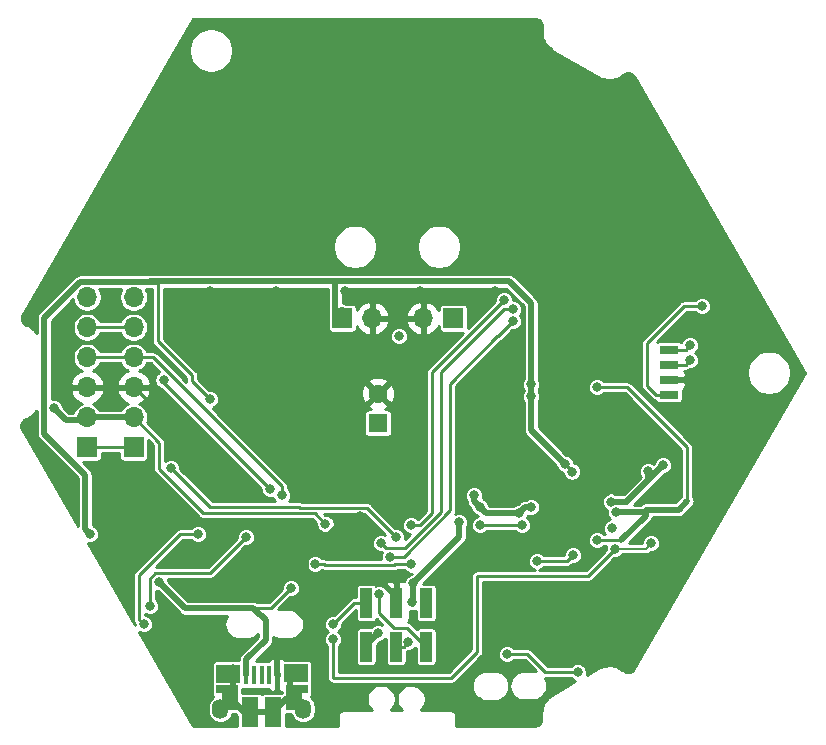
<source format=gtl>
G04 #@! TF.GenerationSoftware,KiCad,Pcbnew,(5.1.6)-1*
G04 #@! TF.CreationDate,2021-11-15T16:50:44+01:00*
G04 #@! TF.ProjectId,Power_module_v1,506f7765-725f-46d6-9f64-756c655f7631,rev?*
G04 #@! TF.SameCoordinates,Original*
G04 #@! TF.FileFunction,Copper,L1,Top*
G04 #@! TF.FilePolarity,Positive*
%FSLAX46Y46*%
G04 Gerber Fmt 4.6, Leading zero omitted, Abs format (unit mm)*
G04 Created by KiCad (PCBNEW (5.1.6)-1) date 2021-11-15 16:50:44*
%MOMM*%
%LPD*%
G01*
G04 APERTURE LIST*
G04 #@! TA.AperFunction,SMDPad,CuDef*
%ADD10R,1.000000X2.500000*%
G04 #@! TD*
G04 #@! TA.AperFunction,SMDPad,CuDef*
%ADD11R,1.600000X0.700000*%
G04 #@! TD*
G04 #@! TA.AperFunction,ComponentPad*
%ADD12R,1.700000X1.700000*%
G04 #@! TD*
G04 #@! TA.AperFunction,ComponentPad*
%ADD13O,1.700000X1.700000*%
G04 #@! TD*
G04 #@! TA.AperFunction,SMDPad,CuDef*
%ADD14R,1.430000X2.500000*%
G04 #@! TD*
G04 #@! TA.AperFunction,SMDPad,CuDef*
%ADD15R,2.000000X1.500000*%
G04 #@! TD*
G04 #@! TA.AperFunction,SMDPad,CuDef*
%ADD16R,1.350000X2.000000*%
G04 #@! TD*
G04 #@! TA.AperFunction,SMDPad,CuDef*
%ADD17R,0.400000X1.650000*%
G04 #@! TD*
G04 #@! TA.AperFunction,ComponentPad*
%ADD18O,1.350000X1.700000*%
G04 #@! TD*
G04 #@! TA.AperFunction,ComponentPad*
%ADD19O,1.100000X1.500000*%
G04 #@! TD*
G04 #@! TA.AperFunction,SMDPad,CuDef*
%ADD20R,1.825000X0.700000*%
G04 #@! TD*
G04 #@! TA.AperFunction,SMDPad,CuDef*
%ADD21R,1.700000X1.700000*%
G04 #@! TD*
G04 #@! TA.AperFunction,SMDPad,CuDef*
%ADD22O,1.700000X1.700000*%
G04 #@! TD*
G04 #@! TA.AperFunction,ComponentPad*
%ADD23R,1.600000X1.600000*%
G04 #@! TD*
G04 #@! TA.AperFunction,ComponentPad*
%ADD24C,1.600000*%
G04 #@! TD*
G04 #@! TA.AperFunction,ViaPad*
%ADD25C,0.800000*%
G04 #@! TD*
G04 #@! TA.AperFunction,ViaPad*
%ADD26C,0.400000*%
G04 #@! TD*
G04 #@! TA.AperFunction,Conductor*
%ADD27C,0.254000*%
G04 #@! TD*
G04 #@! TA.AperFunction,Conductor*
%ADD28C,0.500000*%
G04 #@! TD*
G04 #@! TA.AperFunction,Conductor*
%ADD29C,0.250000*%
G04 #@! TD*
G04 #@! TA.AperFunction,Conductor*
%ADD30C,0.200000*%
G04 #@! TD*
G04 #@! TA.AperFunction,Conductor*
%ADD31C,0.300000*%
G04 #@! TD*
G04 #@! TA.AperFunction,Conductor*
%ADD32C,1.000000*%
G04 #@! TD*
G04 APERTURE END LIST*
D10*
X119888000Y-101214000D03*
X119888000Y-97514000D03*
X122428000Y-101214000D03*
X122428000Y-97514000D03*
X124968000Y-101214000D03*
X124968000Y-97514000D03*
D11*
X145516000Y-76073000D03*
X145516000Y-77343000D03*
X145516000Y-78613000D03*
X145516000Y-79883000D03*
D12*
X127254000Y-73406000D03*
D13*
X124714000Y-73406000D03*
D14*
X110094000Y-106746740D03*
D15*
X108204000Y-103496740D03*
D16*
X113804000Y-105546740D03*
X108324000Y-105546740D03*
D17*
X111054000Y-103596740D03*
D18*
X114554000Y-106476740D03*
D19*
X108634000Y-103476740D03*
X113474000Y-103476740D03*
D17*
X112354000Y-103596740D03*
X111704000Y-103596740D03*
D20*
X114054000Y-104796740D03*
D17*
X109754000Y-103596740D03*
D15*
X113954000Y-103476740D03*
D20*
X108104000Y-104796740D03*
D17*
X110404000Y-103596740D03*
D18*
X107554000Y-106476740D03*
D14*
X112014000Y-106746740D03*
D13*
X120396000Y-73406000D03*
D12*
X117856000Y-73406000D03*
D21*
X96266000Y-84328000D03*
D22*
X96266000Y-81788000D03*
X96266000Y-79248000D03*
X96266000Y-76708000D03*
X96266000Y-74168000D03*
X96266000Y-71628000D03*
D13*
X100203000Y-71628000D03*
X100203000Y-74168000D03*
X100203000Y-76708000D03*
X100203000Y-79248000D03*
X100203000Y-81788000D03*
D12*
X100203000Y-84328000D03*
D23*
X120904000Y-82296000D03*
D24*
X120904000Y-79796000D03*
D25*
X127381000Y-106426000D03*
X130810000Y-78740000D03*
X129794000Y-80264000D03*
X112268000Y-71120000D03*
X153670000Y-74930000D03*
D26*
X106934000Y-93726000D03*
X106934000Y-92710000D03*
X136652000Y-88900000D03*
X138176000Y-88900000D03*
X136652000Y-89662000D03*
X136652000Y-90424000D03*
X138176000Y-89662000D03*
X138176000Y-90424000D03*
X137414000Y-88900000D03*
X137414000Y-89662000D03*
X137414000Y-90424000D03*
D25*
X141224000Y-87884000D03*
X132334000Y-88392000D03*
X132080000Y-86868000D03*
X132842000Y-87630000D03*
X133604000Y-88392000D03*
X140208000Y-87884000D03*
X141478000Y-86868000D03*
X102870000Y-81026000D03*
X115062000Y-97536000D03*
X93700000Y-77400000D03*
X95250000Y-88900000D03*
X129286000Y-78740000D03*
X148336000Y-90170000D03*
X150368000Y-86868000D03*
X113030000Y-78740000D03*
X143510000Y-71120000D03*
X137160000Y-71120000D03*
X130810000Y-71120000D03*
X124460000Y-71120000D03*
X118110000Y-71120000D03*
X106680000Y-71120000D03*
X91100000Y-82500000D03*
X93218000Y-70358000D03*
X91400000Y-73200000D03*
X147320000Y-78994000D03*
X119380000Y-90170000D03*
X123444000Y-80010000D03*
X123444000Y-78486000D03*
X127000000Y-99568000D03*
X127000000Y-101346000D03*
X127000000Y-102870000D03*
X118110000Y-101854000D03*
X118110000Y-103124000D03*
X109474000Y-74676000D03*
X103632000Y-74676000D03*
X116078000Y-74930000D03*
X122682000Y-74930000D03*
X152400000Y-83312000D03*
X105918000Y-107188000D03*
X151638000Y-70866000D03*
X112522000Y-85090000D03*
X112522000Y-81788000D03*
X99822000Y-86868000D03*
X119126000Y-88138000D03*
X124460000Y-79248000D03*
X134366000Y-101600000D03*
X130302000Y-101600000D03*
X116586000Y-107188000D03*
X116586000Y-104394000D03*
X107696000Y-87884000D03*
X106934000Y-91948000D03*
X98343040Y-92156960D03*
X106934000Y-96774000D03*
X112268000Y-96266000D03*
X115824000Y-100330000D03*
X100838000Y-89916000D03*
X116332000Y-102108000D03*
X125730000Y-105664000D03*
X119126000Y-105410000D03*
X103378000Y-102870000D03*
X104648000Y-104902000D03*
X141986000Y-101727000D03*
X135736453Y-104953851D03*
X131572000Y-53340000D03*
X122428000Y-52832000D03*
X112776000Y-52832000D03*
X103124000Y-60960000D03*
X112776000Y-60960000D03*
X122428000Y-61468000D03*
X131572000Y-60960000D03*
X141732000Y-60960000D03*
X107188000Y-66548000D03*
X137160000Y-66548000D03*
X144018000Y-92456000D03*
X140970000Y-92927000D03*
X102362000Y-95758000D03*
X117094000Y-100584000D03*
X113538000Y-96266000D03*
X133858000Y-78994000D03*
X133858000Y-80010000D03*
X106680000Y-80264000D03*
X137330343Y-86387491D03*
X136753600Y-85725000D03*
X96520000Y-91694000D03*
X143764000Y-86360000D03*
X145034000Y-85852000D03*
X140617923Y-88937000D03*
X93472000Y-81026000D03*
X116446067Y-90817933D03*
X127762000Y-90678000D03*
X120904000Y-100076000D03*
X123893256Y-95816744D03*
X123786001Y-97447999D03*
X139446000Y-92202000D03*
X139446000Y-79248000D03*
X141032228Y-89848685D03*
X140716000Y-91186000D03*
X137795000Y-103378000D03*
X131826000Y-101854000D03*
X117094000Y-99314000D03*
X120988002Y-96774000D03*
X123444000Y-100838000D03*
X103378000Y-86106000D03*
X122428000Y-91948000D03*
X112776000Y-88392000D03*
X111760000Y-87884000D03*
X102736933Y-78619067D03*
X115570000Y-94234000D03*
X123704067Y-94240067D03*
X133096000Y-90932000D03*
X129540000Y-90932000D03*
X129540000Y-89408000D03*
X133858000Y-89387000D03*
X129032000Y-88392000D03*
X132842000Y-89895000D03*
X137414000Y-93472000D03*
X134366000Y-93980000D03*
X105664000Y-91694000D03*
X101092000Y-99314000D03*
X101600000Y-97790000D03*
X109728000Y-91948000D03*
X147320000Y-75692000D03*
X132334000Y-73660000D03*
X121920000Y-93582999D03*
X147320000Y-76962000D03*
X123698000Y-90932000D03*
X131572000Y-71882000D03*
X148336000Y-72390000D03*
X132334000Y-72644000D03*
X121158000Y-92456000D03*
D27*
X100203000Y-79248000D02*
X96266000Y-79248000D01*
X100203000Y-79248000D02*
X101981000Y-81026000D01*
X101981000Y-81026000D02*
X102870000Y-81026000D01*
X145516000Y-78613000D02*
X146939000Y-78613000D01*
X146939000Y-78613000D02*
X147320000Y-78994000D01*
X119380000Y-90170000D02*
X118364000Y-90170000D01*
X114842999Y-96485001D02*
X114808000Y-96520000D01*
X118364000Y-90170000D02*
X114842999Y-93691001D01*
D28*
X122428000Y-97514000D02*
X122428000Y-96764000D01*
X122428000Y-96951008D02*
X121269991Y-95792999D01*
X122428000Y-97514000D02*
X122428000Y-96951008D01*
D27*
X114842999Y-95792999D02*
X114842999Y-96485001D01*
X114842999Y-93691001D02*
X114842999Y-95792999D01*
D28*
X116620999Y-95977001D02*
X115062000Y-97536000D01*
X116620999Y-95792999D02*
X116620999Y-95977001D01*
X121269991Y-95792999D02*
X116620999Y-95792999D01*
X116620999Y-95792999D02*
X114842999Y-95792999D01*
X115062000Y-96012000D02*
X114842999Y-95792999D01*
X115062000Y-97536000D02*
X115062000Y-96012000D01*
X114719999Y-97193999D02*
X115062000Y-97536000D01*
X114719999Y-93825999D02*
X114719999Y-97193999D01*
X118375998Y-90170000D02*
X114719999Y-93825999D01*
X119380000Y-90170000D02*
X118375998Y-90170000D01*
X115062000Y-97536000D02*
X116078000Y-98552000D01*
X116078000Y-98552000D02*
X116078000Y-100584000D01*
X116078000Y-98298000D02*
X116078000Y-98552000D01*
X112354000Y-102271740D02*
X113279740Y-101346000D01*
X112354000Y-103596740D02*
X112354000Y-102271740D01*
X114808000Y-101346000D02*
X115824000Y-100330000D01*
X113279740Y-101346000D02*
X114808000Y-101346000D01*
D29*
X131954010Y-103252010D02*
X130302000Y-101600000D01*
X131954010Y-105028415D02*
X131954010Y-103252010D01*
X132671605Y-105746010D02*
X131954010Y-105028415D01*
X134944294Y-105746010D02*
X132671605Y-105746010D01*
X135736453Y-104953851D02*
X134944294Y-105746010D01*
D30*
X140970000Y-92927000D02*
X143547000Y-92927000D01*
X143547000Y-92927000D02*
X144018000Y-92456000D01*
D28*
X104567990Y-97963990D02*
X104267000Y-97663000D01*
X104267000Y-97663000D02*
X102362000Y-95758000D01*
X110333192Y-97963990D02*
X104567990Y-97963990D01*
D27*
X127094961Y-103851001D02*
X117118963Y-103851001D01*
X129286000Y-101659962D02*
X127094961Y-103851001D01*
X129286000Y-95250000D02*
X129286000Y-101659962D01*
X140570001Y-93363999D02*
X138684000Y-95250000D01*
X140570001Y-93326999D02*
X140570001Y-93363999D01*
X138684000Y-95250000D02*
X129286000Y-95250000D01*
X140970000Y-92927000D02*
X140570001Y-93326999D01*
X117118963Y-100608963D02*
X117094000Y-100584000D01*
X117118963Y-103851001D02*
X117118963Y-100608963D01*
X111840010Y-97963990D02*
X110333192Y-97963990D01*
X113538000Y-96266000D02*
X111840010Y-97963990D01*
D28*
X109754000Y-102271740D02*
X109754000Y-103596740D01*
X111379990Y-100645750D02*
X109754000Y-102271740D01*
X111379990Y-98932010D02*
X111379990Y-100645750D01*
X110920212Y-98551010D02*
X110998990Y-98551010D01*
X110998990Y-98551010D02*
X111379990Y-98932010D01*
X110333192Y-97963990D02*
X110920212Y-98551010D01*
D27*
X106680000Y-80264000D02*
X105156000Y-78740000D01*
D28*
X133858000Y-78994000D02*
X133858000Y-82888000D01*
X133858000Y-82888000D02*
X136457600Y-85487600D01*
D27*
X137332434Y-86385400D02*
X137330343Y-86387491D01*
X137414000Y-86385400D02*
X137332434Y-86385400D01*
X136457600Y-85505200D02*
X136533800Y-85505200D01*
X136457600Y-85487600D02*
X136457600Y-85505200D01*
X136533800Y-85505200D02*
X136753600Y-85725000D01*
D31*
X136753600Y-85725000D02*
X137414000Y-86385400D01*
D28*
X133858000Y-76962000D02*
X133858000Y-76708000D01*
X92621999Y-83194001D02*
X92621999Y-73347999D01*
X96100001Y-86672003D02*
X92621999Y-83194001D01*
X92621999Y-73347999D02*
X95641999Y-70327999D01*
D32*
X117856000Y-73406000D02*
X117856000Y-73002002D01*
D28*
X133858000Y-76962000D02*
X133858000Y-77470000D01*
X133858000Y-77470000D02*
X133858000Y-80010000D01*
D27*
X105156000Y-78740000D02*
X105156000Y-78232000D01*
X102271997Y-75347997D02*
X102271997Y-70327999D01*
X105156000Y-78232000D02*
X102271997Y-75347997D01*
D28*
X101569999Y-70327999D02*
X101627999Y-70269999D01*
X101569999Y-70327999D02*
X102271997Y-70327999D01*
X131991999Y-70269999D02*
X133858000Y-72136000D01*
X95641999Y-70327999D02*
X101569999Y-70327999D01*
X133858000Y-76962000D02*
X133858000Y-72136000D01*
X117259999Y-70347997D02*
X117182001Y-70269999D01*
X117856000Y-73406000D02*
X117259999Y-72809999D01*
X117259999Y-72809999D02*
X117259999Y-70347997D01*
X101627999Y-70269999D02*
X117182001Y-70269999D01*
X117182001Y-70269999D02*
X131991999Y-70269999D01*
X96100001Y-91274001D02*
X96100001Y-90766001D01*
X96520000Y-91694000D02*
X96100001Y-91274001D01*
X96100001Y-90766001D02*
X96100001Y-86672003D01*
X96100001Y-91116003D02*
X96100001Y-90766001D01*
X143510000Y-87376000D02*
X145034000Y-85852000D01*
X143764000Y-87122000D02*
X141986000Y-88900000D01*
X143764000Y-86360000D02*
X143764000Y-87122000D01*
D29*
X141949000Y-88937000D02*
X141986000Y-88900000D01*
D28*
X140617923Y-88937000D02*
X141949000Y-88937000D01*
X93472000Y-81026000D02*
X94488000Y-82042000D01*
X96012000Y-82042000D02*
X96266000Y-81788000D01*
X94488000Y-82042000D02*
X96012000Y-82042000D01*
X96266000Y-81788000D02*
X100203000Y-81788000D01*
D27*
X100203000Y-81788000D02*
X102362000Y-83947000D01*
X116446067Y-90817933D02*
X115544134Y-89916000D01*
X102362000Y-86165962D02*
X102362000Y-85090000D01*
X106112038Y-89916000D02*
X102362000Y-86165962D01*
X115544134Y-89916000D02*
X106112038Y-89916000D01*
X102362000Y-83947000D02*
X102362000Y-85090000D01*
X119969280Y-101912420D02*
X119692420Y-101912420D01*
D28*
X119888000Y-101092000D02*
X120904000Y-100076000D01*
X119888000Y-101214000D02*
X119888000Y-101092000D01*
X123893256Y-95816744D02*
X127762000Y-91948000D01*
X127762000Y-91948000D02*
X127762000Y-90678000D01*
X123893256Y-95816744D02*
X123893256Y-97594744D01*
X143546999Y-89625001D02*
X146340999Y-89625001D01*
X141478000Y-92202000D02*
X143546999Y-90133001D01*
X143546999Y-90133001D02*
X143546999Y-89625001D01*
D29*
X139446000Y-92202000D02*
X141478000Y-92202000D01*
D28*
X146340999Y-89625001D02*
X147066000Y-88900000D01*
D29*
X143323315Y-89848685D02*
X143546999Y-89625001D01*
D28*
X141032228Y-89848685D02*
X143323315Y-89848685D01*
D27*
X147066000Y-88900000D02*
X147066000Y-84328000D01*
X141986000Y-79248000D02*
X139446000Y-79248000D01*
X147066000Y-84328000D02*
X141986000Y-79248000D01*
D29*
X133546998Y-101854000D02*
X131826000Y-101854000D01*
X137795000Y-103378000D02*
X135070998Y-103378000D01*
X135070998Y-103378000D02*
X133546998Y-101854000D01*
D27*
X118894000Y-97514000D02*
X117094000Y-99314000D01*
X119888000Y-97514000D02*
X118894000Y-97514000D01*
X123390999Y-99636999D02*
X124968000Y-101214000D01*
X122242999Y-99636999D02*
X123390999Y-99636999D01*
X120988002Y-98382002D02*
X121158000Y-98552000D01*
X120988002Y-96774000D02*
X120988002Y-98382002D01*
X121158000Y-98552000D02*
X122242999Y-99636999D01*
X122700510Y-100941490D02*
X122428000Y-101214000D01*
X123068000Y-101214000D02*
X123444000Y-100838000D01*
X122428000Y-101214000D02*
X123068000Y-101214000D01*
X113938900Y-103626740D02*
X114088900Y-103476740D01*
X114088900Y-103476740D02*
X113608900Y-103476740D01*
D28*
X108634000Y-105396740D02*
X107554000Y-106476740D01*
X108634000Y-103476740D02*
X108634000Y-105396740D01*
X113474000Y-105396740D02*
X114554000Y-106476740D01*
X113474000Y-103476740D02*
X113474000Y-105396740D01*
X113214000Y-105546740D02*
X112014000Y-106746740D01*
X113804000Y-105546740D02*
X113214000Y-105546740D01*
X112014000Y-106746740D02*
X110094000Y-106746740D01*
X109524000Y-106746740D02*
X108324000Y-105546740D01*
X110094000Y-106746740D02*
X109524000Y-106746740D01*
D27*
X100237999Y-84362999D02*
X100203000Y-84328000D01*
X100203000Y-84328000D02*
X96266000Y-84328000D01*
X114265001Y-89442999D02*
X114230002Y-89408000D01*
X114230002Y-89408000D02*
X106680000Y-89408000D01*
X106680000Y-89408000D02*
X103378000Y-86106000D01*
X119922999Y-89442999D02*
X119599001Y-89442999D01*
X122428000Y-91948000D02*
X119922999Y-89442999D01*
X119728961Y-89442999D02*
X119599001Y-89442999D01*
X119599001Y-89442999D02*
X114265001Y-89442999D01*
X100203000Y-76708000D02*
X96266000Y-76708000D01*
X112776000Y-88392000D02*
X112776000Y-87630000D01*
X101854000Y-76708000D02*
X100203000Y-76708000D01*
X112776000Y-87630000D02*
X101854000Y-76708000D01*
X100203000Y-74168000D02*
X96266000Y-74168000D01*
X111760000Y-87884000D02*
X102736933Y-78860933D01*
X102736933Y-78860933D02*
X102736933Y-78619067D01*
X116332000Y-94234000D02*
X115570000Y-94234000D01*
X123138382Y-94240067D02*
X123132315Y-94234000D01*
X123704067Y-94240067D02*
X123138382Y-94240067D01*
X116408000Y-94310000D02*
X116332000Y-94234000D01*
X122268961Y-94310000D02*
X116408000Y-94310000D01*
X122344961Y-94234000D02*
X122268961Y-94310000D01*
X123132315Y-94234000D02*
X122344961Y-94234000D01*
X133096000Y-90932000D02*
X129540000Y-90932000D01*
D28*
X132842000Y-89916000D02*
X130048000Y-89916000D01*
X130048000Y-89916000D02*
X129540000Y-89408000D01*
X133371000Y-89387000D02*
X132842000Y-89916000D01*
X133858000Y-89387000D02*
X133371000Y-89387000D01*
X129032000Y-88900000D02*
X129032000Y-88392000D01*
X129540000Y-89408000D02*
X129032000Y-88900000D01*
X129561000Y-89387000D02*
X129540000Y-89408000D01*
D29*
X136906000Y-93980000D02*
X137414000Y-93472000D01*
X134366000Y-93980000D02*
X136906000Y-93980000D01*
X105664000Y-91694000D02*
X104648000Y-91694000D01*
D27*
X104648000Y-91694000D02*
X104140000Y-91694000D01*
X100692001Y-95141999D02*
X104140000Y-91694000D01*
X100692001Y-98914001D02*
X100692001Y-95141999D01*
X101092000Y-99314000D02*
X100692001Y-98914001D01*
X101600000Y-95444038D02*
X102048038Y-94996000D01*
X101600000Y-97790000D02*
X101600000Y-95444038D01*
X106680000Y-94996000D02*
X109728000Y-91948000D01*
X102048038Y-94996000D02*
X106680000Y-94996000D01*
X146939000Y-76073000D02*
X145516000Y-76073000D01*
X147320000Y-75692000D02*
X146939000Y-76073000D01*
X127000000Y-78934038D02*
X131004038Y-74930000D01*
X131004038Y-74930000D02*
X131064000Y-74930000D01*
X131064000Y-74930000D02*
X132334000Y-73660000D01*
X127000000Y-89676133D02*
X127000000Y-89662000D01*
X123093134Y-93582999D02*
X127000000Y-89676133D01*
X121920000Y-93582999D02*
X123093134Y-93582999D01*
X127000000Y-89662000D02*
X127000000Y-78934038D01*
X145516000Y-77343000D02*
X146939000Y-77343000D01*
X146939000Y-77343000D02*
X147320000Y-76962000D01*
X124460000Y-90932000D02*
X123698000Y-90932000D01*
X125476000Y-89916000D02*
X124460000Y-90932000D01*
X131572000Y-71882000D02*
X125476000Y-77978000D01*
X125476000Y-77978000D02*
X125476000Y-89916000D01*
X131572000Y-72644000D02*
X132334000Y-72644000D01*
X126238000Y-77978000D02*
X131572000Y-72644000D01*
X126238000Y-89796066D02*
X126238000Y-89662000D01*
X126238000Y-89796067D02*
X126238000Y-88392000D01*
X121557999Y-92855999D02*
X123178068Y-92855999D01*
X121158000Y-92456000D02*
X121557999Y-92855999D01*
X126238000Y-88392000D02*
X126238000Y-77978000D01*
X123178068Y-92855999D02*
X126238000Y-89796067D01*
X126238000Y-89662000D02*
X126238000Y-88392000D01*
X144462000Y-79883000D02*
X143700000Y-79121000D01*
X145516000Y-79883000D02*
X144462000Y-79883000D01*
X143700000Y-79121000D02*
X143700000Y-75500000D01*
X146810000Y-72390000D02*
X148336000Y-72390000D01*
X143700000Y-75500000D02*
X146810000Y-72390000D01*
G36*
X134398346Y-48130492D02*
G01*
X134501520Y-48182609D01*
X134592603Y-48253771D01*
X134668132Y-48341272D01*
X134725227Y-48441778D01*
X134761710Y-48551450D01*
X134776197Y-48666132D01*
X134766622Y-48803074D01*
X134757010Y-48866739D01*
X134755868Y-48888639D01*
X134752817Y-48910348D01*
X134752619Y-48916014D01*
X134744531Y-49205615D01*
X134747100Y-49242350D01*
X134749153Y-49279062D01*
X134750059Y-49284658D01*
X134798375Y-49570316D01*
X134808030Y-49605853D01*
X134817175Y-49641469D01*
X134819148Y-49646775D01*
X134819150Y-49646781D01*
X134819153Y-49646786D01*
X134922031Y-49917614D01*
X134938396Y-49950580D01*
X134954293Y-49983759D01*
X134957263Y-49988587D01*
X135110789Y-50234278D01*
X135133263Y-50263462D01*
X135155284Y-50292897D01*
X135159130Y-50297051D01*
X135159135Y-50297057D01*
X135159141Y-50297062D01*
X135357459Y-50508249D01*
X135385171Y-50532509D01*
X135412494Y-50557110D01*
X135417074Y-50560438D01*
X135417079Y-50560442D01*
X135417084Y-50560445D01*
X135651072Y-50727962D01*
X135666327Y-50739056D01*
X137581647Y-51862829D01*
X137582799Y-51863654D01*
X137598753Y-51872865D01*
X137614808Y-51882285D01*
X137616108Y-51882885D01*
X139548569Y-52998596D01*
X139551467Y-52999909D01*
X139577900Y-53014623D01*
X139596431Y-53022682D01*
X139614090Y-53032472D01*
X139619308Y-53034688D01*
X139889715Y-53147278D01*
X139924894Y-53158037D01*
X139959938Y-53169292D01*
X139965487Y-53170452D01*
X140252613Y-53228376D01*
X140289204Y-53232096D01*
X140325775Y-53236331D01*
X140331443Y-53236391D01*
X140331444Y-53236391D01*
X140624352Y-53237442D01*
X140661007Y-53233981D01*
X140697665Y-53231035D01*
X140703235Y-53229993D01*
X140703239Y-53229993D01*
X140703243Y-53229992D01*
X140990772Y-53174132D01*
X141026039Y-53163622D01*
X141061447Y-53153607D01*
X141066707Y-53151504D01*
X141066711Y-53151502D01*
X141337918Y-53040856D01*
X141370486Y-53023689D01*
X141403260Y-53006994D01*
X141408011Y-53003910D01*
X141408014Y-53003908D01*
X141408016Y-53003906D01*
X141652565Y-52842689D01*
X141662146Y-52834932D01*
X141786040Y-52750101D01*
X141892280Y-52704566D01*
X142005344Y-52680534D01*
X142120917Y-52678921D01*
X142234607Y-52699787D01*
X142342077Y-52742337D01*
X142439238Y-52804954D01*
X142536995Y-52899357D01*
X142551222Y-52914164D01*
X157036591Y-78003398D01*
X142520423Y-103145983D01*
X142424282Y-103240131D01*
X142327561Y-103303423D01*
X142220390Y-103346722D01*
X142106847Y-103368382D01*
X141991267Y-103367575D01*
X141878037Y-103344332D01*
X141771484Y-103299542D01*
X141657665Y-103222770D01*
X141607347Y-103182621D01*
X141588952Y-103170682D01*
X141571676Y-103157184D01*
X141566868Y-103154180D01*
X141320110Y-103002374D01*
X141287025Y-102986237D01*
X141254191Y-102969652D01*
X141248896Y-102967640D01*
X141248892Y-102967638D01*
X141248889Y-102967637D01*
X140977346Y-102866652D01*
X140941744Y-102857245D01*
X140906329Y-102847358D01*
X140900747Y-102846413D01*
X140900738Y-102846411D01*
X140900730Y-102846410D01*
X140614751Y-102800092D01*
X140578026Y-102797781D01*
X140541336Y-102794958D01*
X140535669Y-102795116D01*
X140246132Y-102805227D01*
X140209652Y-102810095D01*
X140173119Y-102814451D01*
X140167591Y-102815707D01*
X139885529Y-102881864D01*
X139850671Y-102893730D01*
X139815698Y-102905094D01*
X139810529Y-102907396D01*
X139810519Y-102907399D01*
X139810511Y-102907404D01*
X139548289Y-103026354D01*
X139531204Y-103033951D01*
X138548724Y-103592047D01*
X138576000Y-103454922D01*
X138576000Y-103301078D01*
X138545987Y-103150191D01*
X138487113Y-103008058D01*
X138401642Y-102880141D01*
X138292859Y-102771358D01*
X138164942Y-102685887D01*
X138022809Y-102627013D01*
X137871922Y-102597000D01*
X137718078Y-102597000D01*
X137567191Y-102627013D01*
X137425058Y-102685887D01*
X137297141Y-102771358D01*
X137196499Y-102872000D01*
X135280590Y-102872000D01*
X133922374Y-101513785D01*
X133906525Y-101494473D01*
X133829477Y-101431241D01*
X133741573Y-101384255D01*
X133646191Y-101355322D01*
X133571852Y-101348000D01*
X133571844Y-101348000D01*
X133546998Y-101345553D01*
X133522152Y-101348000D01*
X132424501Y-101348000D01*
X132323859Y-101247358D01*
X132195942Y-101161887D01*
X132053809Y-101103013D01*
X131902922Y-101073000D01*
X131749078Y-101073000D01*
X131598191Y-101103013D01*
X131456058Y-101161887D01*
X131328141Y-101247358D01*
X131219358Y-101356141D01*
X131133887Y-101484058D01*
X131075013Y-101626191D01*
X131045000Y-101777078D01*
X131045000Y-101930922D01*
X131075013Y-102081809D01*
X131133887Y-102223942D01*
X131219358Y-102351859D01*
X131328141Y-102460642D01*
X131456058Y-102546113D01*
X131598191Y-102604987D01*
X131749078Y-102635000D01*
X131902922Y-102635000D01*
X132053809Y-102604987D01*
X132195942Y-102546113D01*
X132323859Y-102460642D01*
X132424501Y-102360000D01*
X133337407Y-102360000D01*
X134271134Y-103293727D01*
X134155120Y-103258535D01*
X133966930Y-103240000D01*
X133241070Y-103240000D01*
X133052880Y-103258535D01*
X132811411Y-103331784D01*
X132588871Y-103450734D01*
X132393814Y-103610814D01*
X132233734Y-103805871D01*
X132114784Y-104028411D01*
X132041535Y-104269880D01*
X132016802Y-104521000D01*
X132041535Y-104772120D01*
X132114784Y-105013589D01*
X132233734Y-105236129D01*
X132393814Y-105431186D01*
X132588871Y-105591266D01*
X132811411Y-105710216D01*
X133052880Y-105783465D01*
X133241070Y-105802000D01*
X133966930Y-105802000D01*
X134155120Y-105783465D01*
X134396589Y-105710216D01*
X134619129Y-105591266D01*
X134814186Y-105431186D01*
X134974266Y-105236129D01*
X135093216Y-105013589D01*
X135166465Y-104772120D01*
X135191198Y-104521000D01*
X135166465Y-104269880D01*
X135093216Y-104028411D01*
X135014353Y-103880869D01*
X135046144Y-103884000D01*
X135046151Y-103884000D01*
X135070997Y-103886447D01*
X135095843Y-103884000D01*
X137196499Y-103884000D01*
X137297141Y-103984642D01*
X137425058Y-104070113D01*
X137567191Y-104128987D01*
X137593943Y-104134308D01*
X137583035Y-104140606D01*
X137566903Y-104149770D01*
X137565737Y-104150593D01*
X135633271Y-105266304D01*
X135630688Y-105268155D01*
X135604728Y-105283690D01*
X135588489Y-105295705D01*
X135571175Y-105306106D01*
X135566646Y-105309517D01*
X135333936Y-105487401D01*
X135306980Y-105512533D01*
X135279760Y-105537210D01*
X135275980Y-105541435D01*
X135082254Y-105761131D01*
X135060734Y-105790963D01*
X135038783Y-105820514D01*
X135035897Y-105825393D01*
X134888532Y-106078534D01*
X134873200Y-106112012D01*
X134857423Y-106145231D01*
X134855542Y-106150569D01*
X134855539Y-106150576D01*
X134855539Y-106150578D01*
X134760150Y-106427520D01*
X134751612Y-106463346D01*
X134742590Y-106498986D01*
X134741780Y-106504597D01*
X134701998Y-106794793D01*
X134700580Y-106831606D01*
X134698653Y-106868311D01*
X134698948Y-106873973D01*
X134716291Y-107166370D01*
X134718215Y-107178524D01*
X134729736Y-107328252D01*
X134716050Y-107443027D01*
X134680329Y-107552961D01*
X134623942Y-107653855D01*
X134549026Y-107741881D01*
X134458439Y-107813680D01*
X134355633Y-107866515D01*
X134225899Y-107903714D01*
X134219420Y-107904886D01*
X134208111Y-107908102D01*
X127477440Y-107908098D01*
X127477441Y-107020623D01*
X127479405Y-107000682D01*
X127471566Y-106921092D01*
X127448351Y-106844561D01*
X127410651Y-106774029D01*
X127359915Y-106712208D01*
X127298094Y-106661472D01*
X127227562Y-106623772D01*
X127151031Y-106600557D01*
X127091382Y-106594682D01*
X127091371Y-106594682D01*
X127071441Y-106592719D01*
X127051508Y-106594682D01*
X124494073Y-106594682D01*
X124646413Y-106442342D01*
X124780036Y-106242360D01*
X124872078Y-106020153D01*
X124919000Y-105784258D01*
X124919000Y-105543742D01*
X124872078Y-105307847D01*
X124780036Y-105085640D01*
X124646413Y-104885658D01*
X124476342Y-104715587D01*
X124276360Y-104581964D01*
X124129182Y-104521000D01*
X128841802Y-104521000D01*
X128866535Y-104772120D01*
X128939784Y-105013589D01*
X129058734Y-105236129D01*
X129218814Y-105431186D01*
X129413871Y-105591266D01*
X129636411Y-105710216D01*
X129877880Y-105783465D01*
X130066070Y-105802000D01*
X130791930Y-105802000D01*
X130980120Y-105783465D01*
X131221589Y-105710216D01*
X131444129Y-105591266D01*
X131639186Y-105431186D01*
X131799266Y-105236129D01*
X131918216Y-105013589D01*
X131991465Y-104772120D01*
X132016198Y-104521000D01*
X131991465Y-104269880D01*
X131918216Y-104028411D01*
X131799266Y-103805871D01*
X131639186Y-103610814D01*
X131444129Y-103450734D01*
X131221589Y-103331784D01*
X130980120Y-103258535D01*
X130791930Y-103240000D01*
X130066070Y-103240000D01*
X129877880Y-103258535D01*
X129636411Y-103331784D01*
X129413871Y-103450734D01*
X129218814Y-103610814D01*
X129058734Y-103805871D01*
X128939784Y-104028411D01*
X128866535Y-104269880D01*
X128841802Y-104521000D01*
X124129182Y-104521000D01*
X124054153Y-104489922D01*
X123818258Y-104443000D01*
X123577742Y-104443000D01*
X123341847Y-104489922D01*
X123119640Y-104581964D01*
X122919658Y-104715587D01*
X122749587Y-104885658D01*
X122615964Y-105085640D01*
X122523922Y-105307847D01*
X122477000Y-105543742D01*
X122477000Y-105784258D01*
X122523922Y-106020153D01*
X122615964Y-106242360D01*
X122749587Y-106442342D01*
X122901927Y-106594682D01*
X121954073Y-106594682D01*
X122106413Y-106442342D01*
X122240036Y-106242360D01*
X122332078Y-106020153D01*
X122379000Y-105784258D01*
X122379000Y-105543742D01*
X122332078Y-105307847D01*
X122240036Y-105085640D01*
X122106413Y-104885658D01*
X121936342Y-104715587D01*
X121736360Y-104581964D01*
X121514153Y-104489922D01*
X121278258Y-104443000D01*
X121037742Y-104443000D01*
X120801847Y-104489922D01*
X120579640Y-104581964D01*
X120379658Y-104715587D01*
X120209587Y-104885658D01*
X120075964Y-105085640D01*
X119983922Y-105307847D01*
X119937000Y-105543742D01*
X119937000Y-105784258D01*
X119983922Y-106020153D01*
X120075964Y-106242360D01*
X120209587Y-106442342D01*
X120361927Y-106594682D01*
X117947381Y-106594682D01*
X117927440Y-106592718D01*
X117907500Y-106594682D01*
X117907499Y-106594682D01*
X117847850Y-106600557D01*
X117771319Y-106623772D01*
X117700787Y-106661472D01*
X117638966Y-106712208D01*
X117588230Y-106774029D01*
X117550530Y-106844561D01*
X117527315Y-106921092D01*
X117519476Y-107000682D01*
X117521441Y-107020633D01*
X117521440Y-107908100D01*
X113111843Y-107908100D01*
X113111843Y-106927893D01*
X113129000Y-106929583D01*
X113534766Y-106929583D01*
X113573663Y-107057809D01*
X113671720Y-107241261D01*
X113803684Y-107402057D01*
X113964480Y-107534020D01*
X114147932Y-107632077D01*
X114346989Y-107692460D01*
X114554000Y-107712849D01*
X114761012Y-107692460D01*
X114960069Y-107632077D01*
X115143521Y-107534020D01*
X115304317Y-107402057D01*
X115436280Y-107241261D01*
X115534337Y-107057808D01*
X115594720Y-106858751D01*
X115610000Y-106703611D01*
X115610000Y-106249868D01*
X115594720Y-106094728D01*
X115534337Y-105895671D01*
X115436280Y-105712219D01*
X115304317Y-105551423D01*
X115189141Y-105456900D01*
X115237211Y-105417451D01*
X115284822Y-105359436D01*
X115320201Y-105293248D01*
X115341987Y-105221429D01*
X115349343Y-105146740D01*
X115349343Y-104446740D01*
X115341987Y-104372051D01*
X115325026Y-104316136D01*
X115329487Y-104301429D01*
X115336843Y-104226740D01*
X115336843Y-102726740D01*
X115329487Y-102652051D01*
X115307701Y-102580232D01*
X115272322Y-102514044D01*
X115224711Y-102456029D01*
X115166696Y-102408418D01*
X115100508Y-102373039D01*
X115028689Y-102351253D01*
X114954000Y-102343897D01*
X113501018Y-102343897D01*
X113474000Y-102341236D01*
X113446982Y-102343897D01*
X113024995Y-102343897D01*
X113011410Y-102326867D01*
X112915831Y-102246179D01*
X112806346Y-102185688D01*
X112687164Y-102147718D01*
X112585750Y-102136740D01*
X112427000Y-102295490D01*
X112427000Y-103469740D01*
X112501000Y-103469740D01*
X112501000Y-103723740D01*
X112427000Y-103723740D01*
X112427000Y-104897990D01*
X112585750Y-105056740D01*
X112687164Y-105045762D01*
X112746157Y-105026968D01*
X112746157Y-105115587D01*
X112729000Y-105113897D01*
X111299000Y-105113897D01*
X111224311Y-105121253D01*
X111152492Y-105143039D01*
X111086304Y-105178418D01*
X111054000Y-105204929D01*
X111021696Y-105178418D01*
X110955508Y-105143039D01*
X110883689Y-105121253D01*
X110809000Y-105113897D01*
X109399343Y-105113897D01*
X109399343Y-104771085D01*
X109407492Y-104775441D01*
X109479311Y-104797227D01*
X109554000Y-104804583D01*
X109954000Y-104804583D01*
X110028689Y-104797227D01*
X110079000Y-104781965D01*
X110129311Y-104797227D01*
X110204000Y-104804583D01*
X110604000Y-104804583D01*
X110678689Y-104797227D01*
X110729000Y-104781965D01*
X110779311Y-104797227D01*
X110854000Y-104804583D01*
X111254000Y-104804583D01*
X111328689Y-104797227D01*
X111379000Y-104781965D01*
X111429311Y-104797227D01*
X111504000Y-104804583D01*
X111647109Y-104804583D01*
X111696590Y-104866613D01*
X111792169Y-104947301D01*
X111901654Y-105007792D01*
X112020836Y-105045762D01*
X112122250Y-105056740D01*
X112281000Y-104897990D01*
X112281000Y-104481067D01*
X112286843Y-104421740D01*
X112286843Y-102771740D01*
X112281000Y-102712413D01*
X112281000Y-102295490D01*
X112122250Y-102136740D01*
X112020836Y-102147718D01*
X111901654Y-102185688D01*
X111792169Y-102246179D01*
X111696590Y-102326867D01*
X111647109Y-102388897D01*
X111504000Y-102388897D01*
X111429311Y-102396253D01*
X111379000Y-102411515D01*
X111328689Y-102396253D01*
X111254000Y-102388897D01*
X110854000Y-102388897D01*
X110779311Y-102396253D01*
X110729000Y-102411515D01*
X110678689Y-102396253D01*
X110604000Y-102388897D01*
X110529211Y-102388897D01*
X111804258Y-101113851D01*
X111828333Y-101094093D01*
X111851546Y-101065809D01*
X111907186Y-100998011D01*
X111965779Y-100888392D01*
X111970621Y-100872429D01*
X112001860Y-100769448D01*
X112010990Y-100676748D01*
X112010990Y-100676739D01*
X112014042Y-100645751D01*
X112010990Y-100614763D01*
X112010990Y-100381081D01*
X112014871Y-100384266D01*
X112237411Y-100503216D01*
X112478880Y-100576465D01*
X112667070Y-100595000D01*
X113392930Y-100595000D01*
X113581120Y-100576465D01*
X113822589Y-100503216D01*
X114045129Y-100384266D01*
X114240186Y-100224186D01*
X114400266Y-100029129D01*
X114519216Y-99806589D01*
X114592465Y-99565120D01*
X114617198Y-99314000D01*
X114592465Y-99062880D01*
X114519216Y-98821411D01*
X114400266Y-98598871D01*
X114240186Y-98403814D01*
X114045129Y-98243734D01*
X113822589Y-98124784D01*
X113581120Y-98051535D01*
X113392930Y-98033000D01*
X112667070Y-98033000D01*
X112478880Y-98051535D01*
X112467404Y-98055016D01*
X113475421Y-97047000D01*
X113614922Y-97047000D01*
X113765809Y-97016987D01*
X113907942Y-96958113D01*
X114035859Y-96872642D01*
X114144642Y-96763859D01*
X114230113Y-96635942D01*
X114288987Y-96493809D01*
X114319000Y-96342922D01*
X114319000Y-96189078D01*
X114288987Y-96038191D01*
X114230113Y-95896058D01*
X114144642Y-95768141D01*
X114035859Y-95659358D01*
X113907942Y-95573887D01*
X113765809Y-95515013D01*
X113614922Y-95485000D01*
X113461078Y-95485000D01*
X113310191Y-95515013D01*
X113168058Y-95573887D01*
X113040141Y-95659358D01*
X112931358Y-95768141D01*
X112845887Y-95896058D01*
X112787013Y-96038191D01*
X112757000Y-96189078D01*
X112757000Y-96328579D01*
X111629590Y-97455990D01*
X110708843Y-97455990D01*
X110685453Y-97436794D01*
X110575834Y-97378201D01*
X110456890Y-97342120D01*
X110364190Y-97332990D01*
X110364182Y-97332990D01*
X110333192Y-97329938D01*
X110302202Y-97332990D01*
X104829358Y-97332990D01*
X104735108Y-97238740D01*
X104735103Y-97238734D01*
X103134447Y-95638079D01*
X103112987Y-95530191D01*
X103102138Y-95504000D01*
X106655056Y-95504000D01*
X106680000Y-95506457D01*
X106704944Y-95504000D01*
X106704947Y-95504000D01*
X106779585Y-95496649D01*
X106875343Y-95467601D01*
X106963595Y-95420429D01*
X107040948Y-95356948D01*
X107056855Y-95337565D01*
X109665421Y-92729000D01*
X109804922Y-92729000D01*
X109955809Y-92698987D01*
X110097942Y-92640113D01*
X110225859Y-92554642D01*
X110334642Y-92445859D01*
X110420113Y-92317942D01*
X110478987Y-92175809D01*
X110509000Y-92024922D01*
X110509000Y-91871078D01*
X110478987Y-91720191D01*
X110420113Y-91578058D01*
X110334642Y-91450141D01*
X110225859Y-91341358D01*
X110097942Y-91255887D01*
X109955809Y-91197013D01*
X109804922Y-91167000D01*
X109651078Y-91167000D01*
X109500191Y-91197013D01*
X109358058Y-91255887D01*
X109230141Y-91341358D01*
X109121358Y-91450141D01*
X109035887Y-91578058D01*
X108977013Y-91720191D01*
X108947000Y-91871078D01*
X108947000Y-92010579D01*
X106469580Y-94488000D01*
X102072981Y-94488000D01*
X102065188Y-94487232D01*
X104350421Y-92202000D01*
X104672947Y-92202000D01*
X104693254Y-92200000D01*
X105065499Y-92200000D01*
X105166141Y-92300642D01*
X105294058Y-92386113D01*
X105436191Y-92444987D01*
X105587078Y-92475000D01*
X105740922Y-92475000D01*
X105891809Y-92444987D01*
X106033942Y-92386113D01*
X106161859Y-92300642D01*
X106270642Y-92191859D01*
X106356113Y-92063942D01*
X106414987Y-91921809D01*
X106445000Y-91770922D01*
X106445000Y-91617078D01*
X106414987Y-91466191D01*
X106356113Y-91324058D01*
X106270642Y-91196141D01*
X106161859Y-91087358D01*
X106033942Y-91001887D01*
X105891809Y-90943013D01*
X105740922Y-90913000D01*
X105587078Y-90913000D01*
X105436191Y-90943013D01*
X105294058Y-91001887D01*
X105166141Y-91087358D01*
X105065499Y-91188000D01*
X104693254Y-91188000D01*
X104672947Y-91186000D01*
X104164944Y-91186000D01*
X104140000Y-91183543D01*
X104115056Y-91186000D01*
X104115053Y-91186000D01*
X104040415Y-91193351D01*
X103944657Y-91222399D01*
X103907309Y-91242362D01*
X103856404Y-91269571D01*
X103827616Y-91293197D01*
X103779052Y-91333052D01*
X103763150Y-91352429D01*
X100350431Y-94765149D01*
X100331054Y-94781051D01*
X100315152Y-94800428D01*
X100315151Y-94800429D01*
X100267572Y-94858404D01*
X100227390Y-94933581D01*
X100220401Y-94946656D01*
X100193377Y-95035744D01*
X100191353Y-95042415D01*
X100181544Y-95141999D01*
X100184002Y-95166953D01*
X100184001Y-98889057D01*
X100181544Y-98914001D01*
X100184001Y-98938945D01*
X100184001Y-98938947D01*
X100191352Y-99013585D01*
X100220400Y-99109343D01*
X100267572Y-99197596D01*
X100311000Y-99250514D01*
X100311000Y-99371215D01*
X96314701Y-92449465D01*
X96443078Y-92475000D01*
X96596922Y-92475000D01*
X96747809Y-92444987D01*
X96889942Y-92386113D01*
X97017859Y-92300642D01*
X97126642Y-92191859D01*
X97212113Y-92063942D01*
X97270987Y-91921809D01*
X97301000Y-91770922D01*
X97301000Y-91617078D01*
X97270987Y-91466191D01*
X97212113Y-91324058D01*
X97126642Y-91196141D01*
X97017859Y-91087358D01*
X96889942Y-91001887D01*
X96747809Y-90943013D01*
X96731001Y-90939670D01*
X96731001Y-86703001D01*
X96734054Y-86672003D01*
X96721871Y-86548305D01*
X96685790Y-86429361D01*
X96627197Y-86319742D01*
X96568104Y-86247737D01*
X96568102Y-86247735D01*
X96548344Y-86223660D01*
X96524269Y-86203902D01*
X95881210Y-85560843D01*
X97116000Y-85560843D01*
X97190689Y-85553487D01*
X97262508Y-85531701D01*
X97328696Y-85496322D01*
X97386711Y-85448711D01*
X97434322Y-85390696D01*
X97469701Y-85324508D01*
X97491487Y-85252689D01*
X97498843Y-85178000D01*
X97498843Y-84836000D01*
X98970157Y-84836000D01*
X98970157Y-85178000D01*
X98977513Y-85252689D01*
X98999299Y-85324508D01*
X99034678Y-85390696D01*
X99082289Y-85448711D01*
X99140304Y-85496322D01*
X99206492Y-85531701D01*
X99278311Y-85553487D01*
X99353000Y-85560843D01*
X101053000Y-85560843D01*
X101127689Y-85553487D01*
X101199508Y-85531701D01*
X101265696Y-85496322D01*
X101323711Y-85448711D01*
X101371322Y-85390696D01*
X101406701Y-85324508D01*
X101428487Y-85252689D01*
X101435843Y-85178000D01*
X101435843Y-83739264D01*
X101854000Y-84157421D01*
X101854001Y-85065053D01*
X101854000Y-86141017D01*
X101851543Y-86165962D01*
X101854000Y-86190906D01*
X101854000Y-86190908D01*
X101861351Y-86265546D01*
X101890399Y-86361304D01*
X101937571Y-86449557D01*
X102001052Y-86526910D01*
X102020435Y-86542817D01*
X105735183Y-90257565D01*
X105751090Y-90276948D01*
X105828443Y-90340429D01*
X105916695Y-90387601D01*
X106012453Y-90416649D01*
X106087091Y-90424000D01*
X106087094Y-90424000D01*
X106112038Y-90426457D01*
X106136982Y-90424000D01*
X115333714Y-90424000D01*
X115665067Y-90755353D01*
X115665067Y-90894855D01*
X115695080Y-91045742D01*
X115753954Y-91187875D01*
X115839425Y-91315792D01*
X115948208Y-91424575D01*
X116076125Y-91510046D01*
X116218258Y-91568920D01*
X116369145Y-91598933D01*
X116522989Y-91598933D01*
X116673876Y-91568920D01*
X116816009Y-91510046D01*
X116943926Y-91424575D01*
X117052709Y-91315792D01*
X117138180Y-91187875D01*
X117197054Y-91045742D01*
X117227067Y-90894855D01*
X117227067Y-90741011D01*
X117197054Y-90590124D01*
X117138180Y-90447991D01*
X117052709Y-90320074D01*
X116943926Y-90211291D01*
X116816009Y-90125820D01*
X116673876Y-90066946D01*
X116522989Y-90036933D01*
X116383487Y-90036933D01*
X116297553Y-89950999D01*
X119712579Y-89950999D01*
X121523716Y-91762136D01*
X121385809Y-91705013D01*
X121234922Y-91675000D01*
X121081078Y-91675000D01*
X120930191Y-91705013D01*
X120788058Y-91763887D01*
X120660141Y-91849358D01*
X120551358Y-91958141D01*
X120465887Y-92086058D01*
X120407013Y-92228191D01*
X120377000Y-92379078D01*
X120377000Y-92532922D01*
X120407013Y-92683809D01*
X120465887Y-92825942D01*
X120551358Y-92953859D01*
X120660141Y-93062642D01*
X120788058Y-93148113D01*
X120930191Y-93206987D01*
X121081078Y-93237000D01*
X121217969Y-93237000D01*
X121169013Y-93355190D01*
X121139000Y-93506077D01*
X121139000Y-93659921D01*
X121167261Y-93802000D01*
X116601431Y-93802000D01*
X116527343Y-93762399D01*
X116431585Y-93733351D01*
X116356947Y-93726000D01*
X116356944Y-93726000D01*
X116332000Y-93723543D01*
X116307056Y-93726000D01*
X116166501Y-93726000D01*
X116067859Y-93627358D01*
X115939942Y-93541887D01*
X115797809Y-93483013D01*
X115646922Y-93453000D01*
X115493078Y-93453000D01*
X115342191Y-93483013D01*
X115200058Y-93541887D01*
X115072141Y-93627358D01*
X114963358Y-93736141D01*
X114877887Y-93864058D01*
X114819013Y-94006191D01*
X114789000Y-94157078D01*
X114789000Y-94310922D01*
X114819013Y-94461809D01*
X114877887Y-94603942D01*
X114963358Y-94731859D01*
X115072141Y-94840642D01*
X115200058Y-94926113D01*
X115342191Y-94984987D01*
X115493078Y-95015000D01*
X115646922Y-95015000D01*
X115797809Y-94984987D01*
X115939942Y-94926113D01*
X116067859Y-94840642D01*
X116156772Y-94751729D01*
X116212657Y-94781601D01*
X116308415Y-94810649D01*
X116383053Y-94818000D01*
X116383055Y-94818000D01*
X116407999Y-94820457D01*
X116432943Y-94818000D01*
X122244017Y-94818000D01*
X122268961Y-94820457D01*
X122293905Y-94818000D01*
X122293908Y-94818000D01*
X122368546Y-94810649D01*
X122464304Y-94781601D01*
X122538392Y-94742000D01*
X123051834Y-94742000D01*
X123106925Y-94747426D01*
X123206208Y-94846709D01*
X123334125Y-94932180D01*
X123476258Y-94991054D01*
X123627145Y-95021067D01*
X123780989Y-95021067D01*
X123800432Y-95017200D01*
X123773335Y-95044297D01*
X123665447Y-95065757D01*
X123523314Y-95124631D01*
X123395397Y-95210102D01*
X123286614Y-95318885D01*
X123201143Y-95446802D01*
X123142269Y-95588935D01*
X123127920Y-95661072D01*
X123052482Y-95638188D01*
X122928000Y-95625928D01*
X122713750Y-95629000D01*
X122555000Y-95787750D01*
X122555000Y-97387000D01*
X122575000Y-97387000D01*
X122575000Y-97641000D01*
X122555000Y-97641000D01*
X122555000Y-97661000D01*
X122301000Y-97661000D01*
X122301000Y-97641000D01*
X122281000Y-97641000D01*
X122281000Y-97387000D01*
X122301000Y-97387000D01*
X122301000Y-95787750D01*
X122142250Y-95629000D01*
X121928000Y-95625928D01*
X121803518Y-95638188D01*
X121683820Y-95674498D01*
X121573506Y-95733463D01*
X121476815Y-95812815D01*
X121397463Y-95909506D01*
X121338498Y-96019820D01*
X121323943Y-96067803D01*
X121215811Y-96023013D01*
X121064924Y-95993000D01*
X120911080Y-95993000D01*
X120760193Y-96023013D01*
X120702661Y-96046844D01*
X120658711Y-95993289D01*
X120600696Y-95945678D01*
X120534508Y-95910299D01*
X120462689Y-95888513D01*
X120388000Y-95881157D01*
X119388000Y-95881157D01*
X119313311Y-95888513D01*
X119241492Y-95910299D01*
X119175304Y-95945678D01*
X119117289Y-95993289D01*
X119069678Y-96051304D01*
X119034299Y-96117492D01*
X119012513Y-96189311D01*
X119005157Y-96264000D01*
X119005157Y-97006000D01*
X118918943Y-97006000D01*
X118893999Y-97003543D01*
X118869055Y-97006000D01*
X118869053Y-97006000D01*
X118794415Y-97013351D01*
X118698657Y-97042399D01*
X118698655Y-97042400D01*
X118610404Y-97089571D01*
X118555810Y-97134376D01*
X118533052Y-97153052D01*
X118517150Y-97172429D01*
X117156580Y-98533000D01*
X117017078Y-98533000D01*
X116866191Y-98563013D01*
X116724058Y-98621887D01*
X116596141Y-98707358D01*
X116487358Y-98816141D01*
X116401887Y-98944058D01*
X116343013Y-99086191D01*
X116313000Y-99237078D01*
X116313000Y-99390922D01*
X116343013Y-99541809D01*
X116401887Y-99683942D01*
X116487358Y-99811859D01*
X116596141Y-99920642D01*
X116638582Y-99949000D01*
X116596141Y-99977358D01*
X116487358Y-100086141D01*
X116401887Y-100214058D01*
X116343013Y-100356191D01*
X116313000Y-100507078D01*
X116313000Y-100660922D01*
X116343013Y-100811809D01*
X116401887Y-100953942D01*
X116487358Y-101081859D01*
X116596141Y-101190642D01*
X116610964Y-101200546D01*
X116610963Y-103826054D01*
X116608506Y-103851001D01*
X116618314Y-103950586D01*
X116647362Y-104046344D01*
X116690681Y-104127388D01*
X116694534Y-104134596D01*
X116758015Y-104211949D01*
X116835368Y-104275430D01*
X116923620Y-104322602D01*
X117019378Y-104351650D01*
X117118963Y-104361458D01*
X117143910Y-104359001D01*
X127070017Y-104359001D01*
X127094961Y-104361458D01*
X127119905Y-104359001D01*
X127119908Y-104359001D01*
X127194546Y-104351650D01*
X127290304Y-104322602D01*
X127378556Y-104275430D01*
X127455909Y-104211949D01*
X127471816Y-104192566D01*
X129627571Y-102036812D01*
X129646948Y-102020910D01*
X129665624Y-101998152D01*
X129710429Y-101943558D01*
X129757600Y-101855306D01*
X129757601Y-101855305D01*
X129786649Y-101759547D01*
X129794000Y-101684909D01*
X129794000Y-101684907D01*
X129796457Y-101659963D01*
X129794000Y-101635019D01*
X129794000Y-95758000D01*
X138659056Y-95758000D01*
X138684000Y-95760457D01*
X138708944Y-95758000D01*
X138708947Y-95758000D01*
X138783585Y-95750649D01*
X138879343Y-95721601D01*
X138967595Y-95674429D01*
X139044948Y-95610948D01*
X139060855Y-95591565D01*
X140911572Y-93740849D01*
X140930949Y-93724947D01*
X140944857Y-93708000D01*
X141046922Y-93708000D01*
X141197809Y-93677987D01*
X141339942Y-93619113D01*
X141467859Y-93533642D01*
X141576642Y-93424859D01*
X141587907Y-93408000D01*
X143523374Y-93408000D01*
X143547000Y-93410327D01*
X143570626Y-93408000D01*
X143641292Y-93401040D01*
X143731961Y-93373536D01*
X143815522Y-93328872D01*
X143888764Y-93268764D01*
X143903830Y-93250406D01*
X143921192Y-93233044D01*
X143941078Y-93237000D01*
X144094922Y-93237000D01*
X144245809Y-93206987D01*
X144387942Y-93148113D01*
X144515859Y-93062642D01*
X144624642Y-92953859D01*
X144710113Y-92825942D01*
X144768987Y-92683809D01*
X144799000Y-92532922D01*
X144799000Y-92379078D01*
X144768987Y-92228191D01*
X144710113Y-92086058D01*
X144624642Y-91958141D01*
X144515859Y-91849358D01*
X144387942Y-91763887D01*
X144245809Y-91705013D01*
X144094922Y-91675000D01*
X143941078Y-91675000D01*
X143790191Y-91705013D01*
X143648058Y-91763887D01*
X143520141Y-91849358D01*
X143411358Y-91958141D01*
X143325887Y-92086058D01*
X143267013Y-92228191D01*
X143237000Y-92379078D01*
X143237000Y-92446000D01*
X142126368Y-92446000D01*
X143971263Y-90601105D01*
X143995342Y-90581344D01*
X144074195Y-90485262D01*
X144132788Y-90375643D01*
X144168869Y-90256699D01*
X144168938Y-90256001D01*
X146310009Y-90256001D01*
X146340999Y-90259053D01*
X146371989Y-90256001D01*
X146371997Y-90256001D01*
X146464697Y-90246871D01*
X146583641Y-90210790D01*
X146693260Y-90152197D01*
X146789342Y-90073344D01*
X146809104Y-90049264D01*
X147534103Y-89324266D01*
X147593196Y-89252261D01*
X147651789Y-89142642D01*
X147687869Y-89023698D01*
X147700052Y-88900001D01*
X147687869Y-88776303D01*
X147651789Y-88657359D01*
X147593196Y-88547740D01*
X147574000Y-88524350D01*
X147574000Y-84352944D01*
X147576457Y-84328000D01*
X147574000Y-84303053D01*
X147566649Y-84228415D01*
X147537601Y-84132657D01*
X147515643Y-84091576D01*
X147490429Y-84044404D01*
X147467354Y-84016288D01*
X147426948Y-83967052D01*
X147407565Y-83951145D01*
X142362855Y-78906435D01*
X142346948Y-78887052D01*
X142269595Y-78823571D01*
X142181343Y-78776399D01*
X142085585Y-78747351D01*
X142010947Y-78740000D01*
X142010944Y-78740000D01*
X141986000Y-78737543D01*
X141961056Y-78740000D01*
X140042501Y-78740000D01*
X139943859Y-78641358D01*
X139815942Y-78555887D01*
X139673809Y-78497013D01*
X139522922Y-78467000D01*
X139369078Y-78467000D01*
X139218191Y-78497013D01*
X139076058Y-78555887D01*
X138948141Y-78641358D01*
X138839358Y-78750141D01*
X138753887Y-78878058D01*
X138695013Y-79020191D01*
X138665000Y-79171078D01*
X138665000Y-79324922D01*
X138695013Y-79475809D01*
X138753887Y-79617942D01*
X138839358Y-79745859D01*
X138948141Y-79854642D01*
X139076058Y-79940113D01*
X139218191Y-79998987D01*
X139369078Y-80029000D01*
X139522922Y-80029000D01*
X139673809Y-79998987D01*
X139815942Y-79940113D01*
X139943859Y-79854642D01*
X140042501Y-79756000D01*
X141775580Y-79756000D01*
X146558001Y-84538421D01*
X146558000Y-88515631D01*
X146079631Y-88994001D01*
X143577997Y-88994001D01*
X143546999Y-88990948D01*
X143516001Y-88994001D01*
X143423301Y-89003131D01*
X143304357Y-89039212D01*
X143194738Y-89097805D01*
X143098656Y-89176658D01*
X143064986Y-89217685D01*
X142560683Y-89217685D01*
X144188268Y-87590101D01*
X144212343Y-87570343D01*
X144232105Y-87546263D01*
X145153921Y-86624447D01*
X145261809Y-86602987D01*
X145403942Y-86544113D01*
X145531859Y-86458642D01*
X145640642Y-86349859D01*
X145726113Y-86221942D01*
X145784987Y-86079809D01*
X145815000Y-85928922D01*
X145815000Y-85775078D01*
X145784987Y-85624191D01*
X145726113Y-85482058D01*
X145640642Y-85354141D01*
X145531859Y-85245358D01*
X145403942Y-85159887D01*
X145261809Y-85101013D01*
X145110922Y-85071000D01*
X144957078Y-85071000D01*
X144806191Y-85101013D01*
X144664058Y-85159887D01*
X144536141Y-85245358D01*
X144427358Y-85354141D01*
X144341887Y-85482058D01*
X144283013Y-85624191D01*
X144261553Y-85732079D01*
X144248920Y-85744712D01*
X144133942Y-85667887D01*
X143991809Y-85609013D01*
X143840922Y-85579000D01*
X143687078Y-85579000D01*
X143536191Y-85609013D01*
X143394058Y-85667887D01*
X143266141Y-85753358D01*
X143157358Y-85862141D01*
X143071887Y-85990058D01*
X143013013Y-86132191D01*
X142983000Y-86283078D01*
X142983000Y-86436922D01*
X143013013Y-86587809D01*
X143071887Y-86729942D01*
X143133000Y-86821405D01*
X143133000Y-86860631D01*
X141687632Y-88306000D01*
X141079328Y-88306000D01*
X140987865Y-88244887D01*
X140845732Y-88186013D01*
X140694845Y-88156000D01*
X140541001Y-88156000D01*
X140390114Y-88186013D01*
X140247981Y-88244887D01*
X140120064Y-88330358D01*
X140011281Y-88439141D01*
X139925810Y-88567058D01*
X139866936Y-88709191D01*
X139836923Y-88860078D01*
X139836923Y-89013922D01*
X139866936Y-89164809D01*
X139925810Y-89306942D01*
X140011281Y-89434859D01*
X140120064Y-89543642D01*
X140247981Y-89629113D01*
X140277196Y-89641214D01*
X140251228Y-89771763D01*
X140251228Y-89925607D01*
X140281241Y-90076494D01*
X140340115Y-90218627D01*
X140425586Y-90346544D01*
X140509764Y-90430722D01*
X140488191Y-90435013D01*
X140346058Y-90493887D01*
X140218141Y-90579358D01*
X140109358Y-90688141D01*
X140023887Y-90816058D01*
X139965013Y-90958191D01*
X139935000Y-91109078D01*
X139935000Y-91262922D01*
X139965013Y-91413809D01*
X140023887Y-91555942D01*
X140109358Y-91683859D01*
X140121499Y-91696000D01*
X140044501Y-91696000D01*
X139943859Y-91595358D01*
X139815942Y-91509887D01*
X139673809Y-91451013D01*
X139522922Y-91421000D01*
X139369078Y-91421000D01*
X139218191Y-91451013D01*
X139076058Y-91509887D01*
X138948141Y-91595358D01*
X138839358Y-91704141D01*
X138753887Y-91832058D01*
X138695013Y-91974191D01*
X138665000Y-92125078D01*
X138665000Y-92278922D01*
X138695013Y-92429809D01*
X138753887Y-92571942D01*
X138839358Y-92699859D01*
X138948141Y-92808642D01*
X139076058Y-92894113D01*
X139218191Y-92952987D01*
X139369078Y-92983000D01*
X139522922Y-92983000D01*
X139673809Y-92952987D01*
X139815942Y-92894113D01*
X139943859Y-92808642D01*
X140044501Y-92708000D01*
X140217261Y-92708000D01*
X140189000Y-92850078D01*
X140189000Y-92990486D01*
X140145572Y-93043404D01*
X140115025Y-93100555D01*
X138473580Y-94742000D01*
X134538442Y-94742000D01*
X134593809Y-94730987D01*
X134735942Y-94672113D01*
X134863859Y-94586642D01*
X134964501Y-94486000D01*
X136881154Y-94486000D01*
X136906000Y-94488447D01*
X136930846Y-94486000D01*
X136930854Y-94486000D01*
X137005193Y-94478678D01*
X137100575Y-94449745D01*
X137188479Y-94402759D01*
X137265527Y-94339527D01*
X137281376Y-94320215D01*
X137348591Y-94253000D01*
X137490922Y-94253000D01*
X137641809Y-94222987D01*
X137783942Y-94164113D01*
X137911859Y-94078642D01*
X138020642Y-93969859D01*
X138106113Y-93841942D01*
X138164987Y-93699809D01*
X138195000Y-93548922D01*
X138195000Y-93395078D01*
X138164987Y-93244191D01*
X138106113Y-93102058D01*
X138020642Y-92974141D01*
X137911859Y-92865358D01*
X137783942Y-92779887D01*
X137641809Y-92721013D01*
X137490922Y-92691000D01*
X137337078Y-92691000D01*
X137186191Y-92721013D01*
X137044058Y-92779887D01*
X136916141Y-92865358D01*
X136807358Y-92974141D01*
X136721887Y-93102058D01*
X136663013Y-93244191D01*
X136633000Y-93395078D01*
X136633000Y-93474000D01*
X134964501Y-93474000D01*
X134863859Y-93373358D01*
X134735942Y-93287887D01*
X134593809Y-93229013D01*
X134442922Y-93199000D01*
X134289078Y-93199000D01*
X134138191Y-93229013D01*
X133996058Y-93287887D01*
X133868141Y-93373358D01*
X133759358Y-93482141D01*
X133673887Y-93610058D01*
X133615013Y-93752191D01*
X133585000Y-93903078D01*
X133585000Y-94056922D01*
X133615013Y-94207809D01*
X133673887Y-94349942D01*
X133759358Y-94477859D01*
X133868141Y-94586642D01*
X133996058Y-94672113D01*
X134138191Y-94730987D01*
X134193558Y-94742000D01*
X129310947Y-94742000D01*
X129286000Y-94739543D01*
X129261053Y-94742000D01*
X129186415Y-94749351D01*
X129090657Y-94778399D01*
X129002405Y-94825571D01*
X128925052Y-94889052D01*
X128861571Y-94966405D01*
X128814399Y-95054657D01*
X128785351Y-95150415D01*
X128775543Y-95250000D01*
X128778000Y-95274947D01*
X128778001Y-101449540D01*
X126884541Y-103343001D01*
X117626963Y-103343001D01*
X117626963Y-101155538D01*
X117700642Y-101081859D01*
X117786113Y-100953942D01*
X117844987Y-100811809D01*
X117875000Y-100660922D01*
X117875000Y-100507078D01*
X117844987Y-100356191D01*
X117786113Y-100214058D01*
X117700642Y-100086141D01*
X117591859Y-99977358D01*
X117549418Y-99949000D01*
X117591859Y-99920642D01*
X117700642Y-99811859D01*
X117786113Y-99683942D01*
X117844987Y-99541809D01*
X117875000Y-99390922D01*
X117875000Y-99251420D01*
X119005157Y-98121264D01*
X119005157Y-98764000D01*
X119012513Y-98838689D01*
X119034299Y-98910508D01*
X119069678Y-98976696D01*
X119117289Y-99034711D01*
X119175304Y-99082322D01*
X119241492Y-99117701D01*
X119313311Y-99139487D01*
X119388000Y-99146843D01*
X120388000Y-99146843D01*
X120462689Y-99139487D01*
X120534508Y-99117701D01*
X120600696Y-99082322D01*
X120658711Y-99034711D01*
X120706322Y-98976696D01*
X120741701Y-98910508D01*
X120754825Y-98867245D01*
X120781150Y-98893570D01*
X121269716Y-99382137D01*
X121131809Y-99325013D01*
X120980922Y-99295000D01*
X120827078Y-99295000D01*
X120676191Y-99325013D01*
X120534058Y-99383887D01*
X120406141Y-99469358D01*
X120297358Y-99578141D01*
X120295343Y-99581157D01*
X119388000Y-99581157D01*
X119313311Y-99588513D01*
X119241492Y-99610299D01*
X119175304Y-99645678D01*
X119117289Y-99693289D01*
X119069678Y-99751304D01*
X119034299Y-99817492D01*
X119012513Y-99889311D01*
X119005157Y-99964000D01*
X119005157Y-102464000D01*
X119012513Y-102538689D01*
X119034299Y-102610508D01*
X119069678Y-102676696D01*
X119117289Y-102734711D01*
X119175304Y-102782322D01*
X119241492Y-102817701D01*
X119313311Y-102839487D01*
X119388000Y-102846843D01*
X120388000Y-102846843D01*
X120462689Y-102839487D01*
X120534508Y-102817701D01*
X120600696Y-102782322D01*
X120658711Y-102734711D01*
X120706322Y-102676696D01*
X120741701Y-102610508D01*
X120763487Y-102538689D01*
X120770843Y-102464000D01*
X120770843Y-101101525D01*
X121023922Y-100848447D01*
X121131809Y-100826987D01*
X121273942Y-100768113D01*
X121401859Y-100682642D01*
X121510642Y-100573859D01*
X121545157Y-100522203D01*
X121545157Y-102464000D01*
X121552513Y-102538689D01*
X121574299Y-102610508D01*
X121609678Y-102676696D01*
X121657289Y-102734711D01*
X121715304Y-102782322D01*
X121781492Y-102817701D01*
X121853311Y-102839487D01*
X121928000Y-102846843D01*
X122928000Y-102846843D01*
X123002689Y-102839487D01*
X123074508Y-102817701D01*
X123140696Y-102782322D01*
X123198711Y-102734711D01*
X123246322Y-102676696D01*
X123281701Y-102610508D01*
X123303487Y-102538689D01*
X123310843Y-102464000D01*
X123310843Y-101660212D01*
X123351595Y-101638429D01*
X123375270Y-101619000D01*
X123520922Y-101619000D01*
X123671809Y-101588987D01*
X123813942Y-101530113D01*
X123941859Y-101444642D01*
X124050642Y-101335859D01*
X124085157Y-101284203D01*
X124085157Y-102464000D01*
X124092513Y-102538689D01*
X124114299Y-102610508D01*
X124149678Y-102676696D01*
X124197289Y-102734711D01*
X124255304Y-102782322D01*
X124321492Y-102817701D01*
X124393311Y-102839487D01*
X124468000Y-102846843D01*
X125468000Y-102846843D01*
X125542689Y-102839487D01*
X125614508Y-102817701D01*
X125680696Y-102782322D01*
X125738711Y-102734711D01*
X125786322Y-102676696D01*
X125821701Y-102610508D01*
X125843487Y-102538689D01*
X125850843Y-102464000D01*
X125850843Y-99964000D01*
X125843487Y-99889311D01*
X125821701Y-99817492D01*
X125786322Y-99751304D01*
X125738711Y-99693289D01*
X125680696Y-99645678D01*
X125614508Y-99610299D01*
X125542689Y-99588513D01*
X125468000Y-99581157D01*
X124468000Y-99581157D01*
X124393311Y-99588513D01*
X124321492Y-99610299D01*
X124255304Y-99645678D01*
X124197289Y-99693289D01*
X124183054Y-99710634D01*
X123767854Y-99295434D01*
X123751947Y-99276051D01*
X123674594Y-99212570D01*
X123586342Y-99165398D01*
X123490584Y-99136350D01*
X123447375Y-99132094D01*
X123458537Y-99118494D01*
X123517502Y-99008180D01*
X123553812Y-98888482D01*
X123566072Y-98764000D01*
X123564276Y-98200196D01*
X123709079Y-98228999D01*
X123862923Y-98228999D01*
X123873648Y-98226866D01*
X123893256Y-98228797D01*
X124016954Y-98216614D01*
X124085157Y-98195925D01*
X124085157Y-98764000D01*
X124092513Y-98838689D01*
X124114299Y-98910508D01*
X124149678Y-98976696D01*
X124197289Y-99034711D01*
X124255304Y-99082322D01*
X124321492Y-99117701D01*
X124393311Y-99139487D01*
X124468000Y-99146843D01*
X125468000Y-99146843D01*
X125542689Y-99139487D01*
X125614508Y-99117701D01*
X125680696Y-99082322D01*
X125738711Y-99034711D01*
X125786322Y-98976696D01*
X125821701Y-98910508D01*
X125843487Y-98838689D01*
X125850843Y-98764000D01*
X125850843Y-96264000D01*
X125843487Y-96189311D01*
X125821701Y-96117492D01*
X125786322Y-96051304D01*
X125738711Y-95993289D01*
X125680696Y-95945678D01*
X125614508Y-95910299D01*
X125542689Y-95888513D01*
X125468000Y-95881157D01*
X124721211Y-95881157D01*
X128186269Y-92416100D01*
X128210343Y-92396343D01*
X128238768Y-92361708D01*
X128289196Y-92300261D01*
X128347789Y-92190642D01*
X128352227Y-92176013D01*
X128383870Y-92071698D01*
X128393000Y-91978998D01*
X128393000Y-91978989D01*
X128396052Y-91948001D01*
X128393000Y-91917013D01*
X128393000Y-91139405D01*
X128454113Y-91047942D01*
X128512987Y-90905809D01*
X128543000Y-90754922D01*
X128543000Y-90601078D01*
X128512987Y-90450191D01*
X128454113Y-90308058D01*
X128368642Y-90180141D01*
X128259859Y-90071358D01*
X128131942Y-89985887D01*
X127989809Y-89927013D01*
X127838922Y-89897000D01*
X127685078Y-89897000D01*
X127534191Y-89927013D01*
X127408576Y-89979045D01*
X127424429Y-89959728D01*
X127471601Y-89871476D01*
X127500649Y-89775718D01*
X127508000Y-89701080D01*
X127508000Y-89701077D01*
X127510457Y-89676133D01*
X127508000Y-89651189D01*
X127508000Y-88315078D01*
X128251000Y-88315078D01*
X128251000Y-88468922D01*
X128281013Y-88619809D01*
X128339887Y-88761942D01*
X128401000Y-88853405D01*
X128401000Y-88869010D01*
X128397948Y-88900000D01*
X128401000Y-88930990D01*
X128401000Y-88930997D01*
X128410130Y-89023697D01*
X128446211Y-89142641D01*
X128504804Y-89252260D01*
X128583657Y-89348343D01*
X128607737Y-89368105D01*
X128767553Y-89527921D01*
X128789013Y-89635809D01*
X128847887Y-89777942D01*
X128933358Y-89905859D01*
X129042141Y-90014642D01*
X129170058Y-90100113D01*
X129312191Y-90158987D01*
X129367558Y-90170000D01*
X129312191Y-90181013D01*
X129170058Y-90239887D01*
X129042141Y-90325358D01*
X128933358Y-90434141D01*
X128847887Y-90562058D01*
X128789013Y-90704191D01*
X128759000Y-90855078D01*
X128759000Y-91008922D01*
X128789013Y-91159809D01*
X128847887Y-91301942D01*
X128933358Y-91429859D01*
X129042141Y-91538642D01*
X129170058Y-91624113D01*
X129312191Y-91682987D01*
X129463078Y-91713000D01*
X129616922Y-91713000D01*
X129767809Y-91682987D01*
X129909942Y-91624113D01*
X130037859Y-91538642D01*
X130136501Y-91440000D01*
X132499499Y-91440000D01*
X132598141Y-91538642D01*
X132726058Y-91624113D01*
X132868191Y-91682987D01*
X133019078Y-91713000D01*
X133172922Y-91713000D01*
X133323809Y-91682987D01*
X133465942Y-91624113D01*
X133593859Y-91538642D01*
X133702642Y-91429859D01*
X133788113Y-91301942D01*
X133846987Y-91159809D01*
X133877000Y-91008922D01*
X133877000Y-90855078D01*
X133846987Y-90704191D01*
X133788113Y-90562058D01*
X133702642Y-90434141D01*
X133593859Y-90325358D01*
X133524645Y-90279111D01*
X133534113Y-90264942D01*
X133592987Y-90122809D01*
X133593030Y-90122594D01*
X133630191Y-90137987D01*
X133781078Y-90168000D01*
X133934922Y-90168000D01*
X134085809Y-90137987D01*
X134227942Y-90079113D01*
X134355859Y-89993642D01*
X134464642Y-89884859D01*
X134550113Y-89756942D01*
X134608987Y-89614809D01*
X134639000Y-89463922D01*
X134639000Y-89310078D01*
X134608987Y-89159191D01*
X134550113Y-89017058D01*
X134464642Y-88889141D01*
X134355859Y-88780358D01*
X134227942Y-88694887D01*
X134085809Y-88636013D01*
X133934922Y-88606000D01*
X133781078Y-88606000D01*
X133630191Y-88636013D01*
X133488058Y-88694887D01*
X133397288Y-88755537D01*
X133371000Y-88752948D01*
X133340009Y-88756000D01*
X133340002Y-88756000D01*
X133247302Y-88765130D01*
X133128358Y-88801211D01*
X133018739Y-88859804D01*
X132957404Y-88910141D01*
X132922657Y-88938657D01*
X132902899Y-88962732D01*
X132748293Y-89117339D01*
X132614191Y-89144013D01*
X132472058Y-89202887D01*
X132349167Y-89285000D01*
X130311835Y-89285000D01*
X130290987Y-89180191D01*
X130232113Y-89038058D01*
X130146642Y-88910141D01*
X130037859Y-88801358D01*
X129909942Y-88715887D01*
X129767809Y-88657013D01*
X129767594Y-88656970D01*
X129782987Y-88619809D01*
X129813000Y-88468922D01*
X129813000Y-88315078D01*
X129782987Y-88164191D01*
X129724113Y-88022058D01*
X129638642Y-87894141D01*
X129529859Y-87785358D01*
X129401942Y-87699887D01*
X129259809Y-87641013D01*
X129108922Y-87611000D01*
X128955078Y-87611000D01*
X128804191Y-87641013D01*
X128662058Y-87699887D01*
X128534141Y-87785358D01*
X128425358Y-87894141D01*
X128339887Y-88022058D01*
X128281013Y-88164191D01*
X128251000Y-88315078D01*
X127508000Y-88315078D01*
X127508000Y-79144458D01*
X131247162Y-75405296D01*
X131259343Y-75401601D01*
X131347595Y-75354429D01*
X131424948Y-75290948D01*
X131440855Y-75271565D01*
X132271421Y-74441000D01*
X132410922Y-74441000D01*
X132561809Y-74410987D01*
X132703942Y-74352113D01*
X132831859Y-74266642D01*
X132940642Y-74157859D01*
X133026113Y-74029942D01*
X133084987Y-73887809D01*
X133115000Y-73736922D01*
X133115000Y-73583078D01*
X133084987Y-73432191D01*
X133026113Y-73290058D01*
X132940642Y-73162141D01*
X132930501Y-73152000D01*
X132940642Y-73141859D01*
X133026113Y-73013942D01*
X133084987Y-72871809D01*
X133115000Y-72720922D01*
X133115000Y-72567078D01*
X133084987Y-72416191D01*
X133026113Y-72274058D01*
X132940642Y-72146141D01*
X132831859Y-72037358D01*
X132703942Y-71951887D01*
X132561809Y-71893013D01*
X132410922Y-71863000D01*
X132353000Y-71863000D01*
X132353000Y-71805078D01*
X132322987Y-71654191D01*
X132264113Y-71512058D01*
X132178642Y-71384141D01*
X132069859Y-71275358D01*
X131941942Y-71189887D01*
X131799809Y-71131013D01*
X131648922Y-71101000D01*
X131495078Y-71101000D01*
X131344191Y-71131013D01*
X131202058Y-71189887D01*
X131074141Y-71275358D01*
X130965358Y-71384141D01*
X130879887Y-71512058D01*
X130821013Y-71654191D01*
X130791000Y-71805078D01*
X130791000Y-71944580D01*
X128486843Y-74248737D01*
X128486843Y-72556000D01*
X128479487Y-72481311D01*
X128457701Y-72409492D01*
X128422322Y-72343304D01*
X128374711Y-72285289D01*
X128316696Y-72237678D01*
X128250508Y-72202299D01*
X128178689Y-72180513D01*
X128104000Y-72173157D01*
X126404000Y-72173157D01*
X126329311Y-72180513D01*
X126257492Y-72202299D01*
X126191304Y-72237678D01*
X126133289Y-72285289D01*
X126085678Y-72343304D01*
X126050299Y-72409492D01*
X126028513Y-72481311D01*
X126021157Y-72556000D01*
X126021157Y-72712633D01*
X125909178Y-72524645D01*
X125714269Y-72308412D01*
X125480920Y-72134359D01*
X125218099Y-72009175D01*
X125070890Y-71964524D01*
X124841000Y-72085845D01*
X124841000Y-73279000D01*
X124861000Y-73279000D01*
X124861000Y-73533000D01*
X124841000Y-73533000D01*
X124841000Y-74726155D01*
X125070890Y-74847476D01*
X125218099Y-74802825D01*
X125480920Y-74677641D01*
X125714269Y-74503588D01*
X125909178Y-74287355D01*
X126021157Y-74099367D01*
X126021157Y-74256000D01*
X126028513Y-74330689D01*
X126050299Y-74402508D01*
X126085678Y-74468696D01*
X126133289Y-74526711D01*
X126191304Y-74574322D01*
X126257492Y-74609701D01*
X126329311Y-74631487D01*
X126404000Y-74638843D01*
X128096737Y-74638843D01*
X125134435Y-77601145D01*
X125115052Y-77617052D01*
X125051571Y-77694405D01*
X125004399Y-77782658D01*
X124975351Y-77878416D01*
X124968000Y-77953053D01*
X124965543Y-77978000D01*
X124968000Y-78002944D01*
X124968001Y-89705578D01*
X124272040Y-90401539D01*
X124195859Y-90325358D01*
X124067942Y-90239887D01*
X123925809Y-90181013D01*
X123774922Y-90151000D01*
X123621078Y-90151000D01*
X123470191Y-90181013D01*
X123328058Y-90239887D01*
X123200141Y-90325358D01*
X123091358Y-90434141D01*
X123005887Y-90562058D01*
X122947013Y-90704191D01*
X122917000Y-90855078D01*
X122917000Y-91008922D01*
X122947013Y-91159809D01*
X123005887Y-91301942D01*
X123091358Y-91429859D01*
X123200141Y-91538642D01*
X123328058Y-91624113D01*
X123470191Y-91682987D01*
X123605705Y-91709942D01*
X123188708Y-92126939D01*
X123209000Y-92024922D01*
X123209000Y-91871078D01*
X123178987Y-91720191D01*
X123120113Y-91578058D01*
X123034642Y-91450141D01*
X122925859Y-91341358D01*
X122797942Y-91255887D01*
X122655809Y-91197013D01*
X122504922Y-91167000D01*
X122365421Y-91167000D01*
X120299854Y-89101434D01*
X120283947Y-89082051D01*
X120206594Y-89018570D01*
X120118342Y-88971398D01*
X120022584Y-88942350D01*
X119947946Y-88934999D01*
X119947943Y-88934999D01*
X119922999Y-88932542D01*
X119898055Y-88934999D01*
X114420730Y-88934999D01*
X114329587Y-88907351D01*
X114254949Y-88900000D01*
X114254946Y-88900000D01*
X114230002Y-88897543D01*
X114205058Y-88900000D01*
X113372501Y-88900000D01*
X113382642Y-88889859D01*
X113468113Y-88761942D01*
X113526987Y-88619809D01*
X113557000Y-88468922D01*
X113557000Y-88315078D01*
X113526987Y-88164191D01*
X113468113Y-88022058D01*
X113382642Y-87894141D01*
X113284000Y-87795499D01*
X113284000Y-87654944D01*
X113286457Y-87630000D01*
X113280581Y-87570343D01*
X113276649Y-87530415D01*
X113247601Y-87434657D01*
X113200429Y-87346405D01*
X113136948Y-87269052D01*
X113117565Y-87253145D01*
X107360420Y-81496000D01*
X119721157Y-81496000D01*
X119721157Y-83096000D01*
X119728513Y-83170689D01*
X119750299Y-83242508D01*
X119785678Y-83308696D01*
X119833289Y-83366711D01*
X119891304Y-83414322D01*
X119957492Y-83449701D01*
X120029311Y-83471487D01*
X120104000Y-83478843D01*
X121704000Y-83478843D01*
X121778689Y-83471487D01*
X121850508Y-83449701D01*
X121916696Y-83414322D01*
X121974711Y-83366711D01*
X122022322Y-83308696D01*
X122057701Y-83242508D01*
X122079487Y-83170689D01*
X122086843Y-83096000D01*
X122086843Y-81496000D01*
X122079487Y-81421311D01*
X122057701Y-81349492D01*
X122022322Y-81283304D01*
X121974711Y-81225289D01*
X121916696Y-81177678D01*
X121850508Y-81142299D01*
X121778689Y-81120513D01*
X121704000Y-81113157D01*
X121482391Y-81113157D01*
X121520292Y-81099603D01*
X121645514Y-81032671D01*
X121717097Y-80788702D01*
X120904000Y-79975605D01*
X120090903Y-80788702D01*
X120162486Y-81032671D01*
X120332585Y-81113157D01*
X120104000Y-81113157D01*
X120029311Y-81120513D01*
X119957492Y-81142299D01*
X119891304Y-81177678D01*
X119833289Y-81225289D01*
X119785678Y-81283304D01*
X119750299Y-81349492D01*
X119728513Y-81421311D01*
X119721157Y-81496000D01*
X107360420Y-81496000D01*
X106884119Y-81019699D01*
X106907809Y-81014987D01*
X107049942Y-80956113D01*
X107177859Y-80870642D01*
X107286642Y-80761859D01*
X107372113Y-80633942D01*
X107430987Y-80491809D01*
X107461000Y-80340922D01*
X107461000Y-80187078D01*
X107430987Y-80036191D01*
X107372113Y-79894058D01*
X107353708Y-79866512D01*
X119463783Y-79866512D01*
X119505213Y-80146130D01*
X119600397Y-80412292D01*
X119667329Y-80537514D01*
X119911298Y-80609097D01*
X120724395Y-79796000D01*
X121083605Y-79796000D01*
X121896702Y-80609097D01*
X122140671Y-80537514D01*
X122261571Y-80282004D01*
X122330300Y-80007816D01*
X122344217Y-79725488D01*
X122302787Y-79445870D01*
X122207603Y-79179708D01*
X122140671Y-79054486D01*
X121896702Y-78982903D01*
X121083605Y-79796000D01*
X120724395Y-79796000D01*
X119911298Y-78982903D01*
X119667329Y-79054486D01*
X119546429Y-79309996D01*
X119477700Y-79584184D01*
X119463783Y-79866512D01*
X107353708Y-79866512D01*
X107286642Y-79766141D01*
X107177859Y-79657358D01*
X107049942Y-79571887D01*
X106907809Y-79513013D01*
X106756922Y-79483000D01*
X106617421Y-79483000D01*
X105937719Y-78803298D01*
X120090903Y-78803298D01*
X120904000Y-79616395D01*
X121717097Y-78803298D01*
X121645514Y-78559329D01*
X121390004Y-78438429D01*
X121115816Y-78369700D01*
X120833488Y-78355783D01*
X120553870Y-78397213D01*
X120287708Y-78492397D01*
X120162486Y-78559329D01*
X120090903Y-78803298D01*
X105937719Y-78803298D01*
X105664000Y-78529580D01*
X105664000Y-78256943D01*
X105666457Y-78231999D01*
X105662777Y-78194638D01*
X105656649Y-78132415D01*
X105627601Y-78036657D01*
X105627600Y-78036655D01*
X105580429Y-77948404D01*
X105532850Y-77890429D01*
X105516948Y-77871052D01*
X105497571Y-77855150D01*
X102779997Y-75137577D01*
X102779997Y-74853078D01*
X121901000Y-74853078D01*
X121901000Y-75006922D01*
X121931013Y-75157809D01*
X121989887Y-75299942D01*
X122075358Y-75427859D01*
X122184141Y-75536642D01*
X122312058Y-75622113D01*
X122454191Y-75680987D01*
X122605078Y-75711000D01*
X122758922Y-75711000D01*
X122909809Y-75680987D01*
X123051942Y-75622113D01*
X123179859Y-75536642D01*
X123288642Y-75427859D01*
X123374113Y-75299942D01*
X123432987Y-75157809D01*
X123463000Y-75006922D01*
X123463000Y-74853078D01*
X123432987Y-74702191D01*
X123374113Y-74560058D01*
X123288642Y-74432141D01*
X123179859Y-74323358D01*
X123051942Y-74237887D01*
X122909809Y-74179013D01*
X122758922Y-74149000D01*
X122605078Y-74149000D01*
X122454191Y-74179013D01*
X122312058Y-74237887D01*
X122184141Y-74323358D01*
X122075358Y-74432141D01*
X121989887Y-74560058D01*
X121931013Y-74702191D01*
X121901000Y-74853078D01*
X102779997Y-74853078D01*
X102779997Y-70900999D01*
X116629000Y-70900999D01*
X116628999Y-72496682D01*
X116623157Y-72556000D01*
X116623157Y-74256000D01*
X116630513Y-74330689D01*
X116652299Y-74402508D01*
X116687678Y-74468696D01*
X116735289Y-74526711D01*
X116793304Y-74574322D01*
X116859492Y-74609701D01*
X116931311Y-74631487D01*
X117006000Y-74638843D01*
X118706000Y-74638843D01*
X118780689Y-74631487D01*
X118852508Y-74609701D01*
X118918696Y-74574322D01*
X118976711Y-74526711D01*
X119024322Y-74468696D01*
X119059701Y-74402508D01*
X119081487Y-74330689D01*
X119088843Y-74256000D01*
X119088843Y-74099367D01*
X119200822Y-74287355D01*
X119395731Y-74503588D01*
X119629080Y-74677641D01*
X119891901Y-74802825D01*
X120039110Y-74847476D01*
X120269000Y-74726155D01*
X120269000Y-73533000D01*
X120523000Y-73533000D01*
X120523000Y-74726155D01*
X120752890Y-74847476D01*
X120900099Y-74802825D01*
X121162920Y-74677641D01*
X121396269Y-74503588D01*
X121591178Y-74287355D01*
X121740157Y-74037252D01*
X121837481Y-73762891D01*
X123272519Y-73762891D01*
X123369843Y-74037252D01*
X123518822Y-74287355D01*
X123713731Y-74503588D01*
X123947080Y-74677641D01*
X124209901Y-74802825D01*
X124357110Y-74847476D01*
X124587000Y-74726155D01*
X124587000Y-73533000D01*
X123393186Y-73533000D01*
X123272519Y-73762891D01*
X121837481Y-73762891D01*
X121716814Y-73533000D01*
X120523000Y-73533000D01*
X120269000Y-73533000D01*
X120249000Y-73533000D01*
X120249000Y-73279000D01*
X120269000Y-73279000D01*
X120269000Y-72085845D01*
X120523000Y-72085845D01*
X120523000Y-73279000D01*
X121716814Y-73279000D01*
X121837481Y-73049109D01*
X123272519Y-73049109D01*
X123393186Y-73279000D01*
X124587000Y-73279000D01*
X124587000Y-72085845D01*
X124357110Y-71964524D01*
X124209901Y-72009175D01*
X123947080Y-72134359D01*
X123713731Y-72308412D01*
X123518822Y-72524645D01*
X123369843Y-72774748D01*
X123272519Y-73049109D01*
X121837481Y-73049109D01*
X121740157Y-72774748D01*
X121591178Y-72524645D01*
X121396269Y-72308412D01*
X121162920Y-72134359D01*
X120900099Y-72009175D01*
X120752890Y-71964524D01*
X120523000Y-72085845D01*
X120269000Y-72085845D01*
X120039110Y-71964524D01*
X119891901Y-72009175D01*
X119629080Y-72134359D01*
X119395731Y-72308412D01*
X119200822Y-72524645D01*
X119088843Y-72712633D01*
X119088843Y-72556000D01*
X119081487Y-72481311D01*
X119059701Y-72409492D01*
X119024322Y-72343304D01*
X118976711Y-72285289D01*
X118918696Y-72237678D01*
X118852508Y-72202299D01*
X118780689Y-72180513D01*
X118706000Y-72173157D01*
X118158612Y-72173157D01*
X118028706Y-72133750D01*
X117890999Y-72120187D01*
X117890999Y-70900999D01*
X131730631Y-70900999D01*
X133227001Y-72397370D01*
X133227000Y-76677001D01*
X133227000Y-78532595D01*
X133165887Y-78624058D01*
X133107013Y-78766191D01*
X133077000Y-78917078D01*
X133077000Y-79070922D01*
X133107013Y-79221809D01*
X133165887Y-79363942D01*
X133227000Y-79455405D01*
X133227000Y-79548595D01*
X133165887Y-79640058D01*
X133107013Y-79782191D01*
X133077000Y-79933078D01*
X133077000Y-80086922D01*
X133107013Y-80237809D01*
X133165887Y-80379942D01*
X133227000Y-80471405D01*
X133227001Y-82857000D01*
X133223948Y-82888000D01*
X133236130Y-83011697D01*
X133272211Y-83130641D01*
X133330804Y-83240260D01*
X133389897Y-83312265D01*
X133389900Y-83312268D01*
X133409658Y-83336343D01*
X133433733Y-83356101D01*
X135995704Y-85918073D01*
X136002613Y-85952809D01*
X136061487Y-86094942D01*
X136146958Y-86222859D01*
X136255741Y-86331642D01*
X136383658Y-86417113D01*
X136525791Y-86475987D01*
X136552710Y-86481342D01*
X136579356Y-86615300D01*
X136638230Y-86757433D01*
X136723701Y-86885350D01*
X136832484Y-86994133D01*
X136960401Y-87079604D01*
X137102534Y-87138478D01*
X137253421Y-87168491D01*
X137407265Y-87168491D01*
X137558152Y-87138478D01*
X137700285Y-87079604D01*
X137828202Y-86994133D01*
X137936985Y-86885350D01*
X138022456Y-86757433D01*
X138081330Y-86615300D01*
X138111343Y-86464413D01*
X138111343Y-86310569D01*
X138081330Y-86159682D01*
X138022456Y-86017549D01*
X137936985Y-85889632D01*
X137828202Y-85780849D01*
X137700285Y-85695378D01*
X137558152Y-85636504D01*
X137531233Y-85631149D01*
X137504587Y-85497191D01*
X137445713Y-85355058D01*
X137360242Y-85227141D01*
X137251459Y-85118358D01*
X137123542Y-85032887D01*
X136981409Y-84974013D01*
X136830522Y-84944000D01*
X136806369Y-84944000D01*
X134489000Y-82626632D01*
X134489000Y-80471405D01*
X134550113Y-80379942D01*
X134608987Y-80237809D01*
X134639000Y-80086922D01*
X134639000Y-79933078D01*
X134608987Y-79782191D01*
X134550113Y-79640058D01*
X134489000Y-79548595D01*
X134489000Y-79455405D01*
X134550113Y-79363942D01*
X134608987Y-79221809D01*
X134639000Y-79070922D01*
X134639000Y-78917078D01*
X134608987Y-78766191D01*
X134550113Y-78624058D01*
X134489000Y-78532595D01*
X134489000Y-75500000D01*
X143189543Y-75500000D01*
X143192001Y-75524954D01*
X143192000Y-79096056D01*
X143189543Y-79121000D01*
X143192000Y-79145944D01*
X143192000Y-79145946D01*
X143199351Y-79220584D01*
X143228399Y-79316342D01*
X143275571Y-79404595D01*
X143339052Y-79481948D01*
X143358435Y-79497855D01*
X144085145Y-80224565D01*
X144101052Y-80243948D01*
X144178405Y-80307429D01*
X144266657Y-80354601D01*
X144362415Y-80383649D01*
X144364629Y-80383867D01*
X144397678Y-80445696D01*
X144445289Y-80503711D01*
X144503304Y-80551322D01*
X144569492Y-80586701D01*
X144641311Y-80608487D01*
X144716000Y-80615843D01*
X146316000Y-80615843D01*
X146390689Y-80608487D01*
X146462508Y-80586701D01*
X146528696Y-80551322D01*
X146586711Y-80503711D01*
X146634322Y-80445696D01*
X146669701Y-80379508D01*
X146691487Y-80307689D01*
X146698843Y-80233000D01*
X146698843Y-79533000D01*
X146693127Y-79474963D01*
X146767185Y-79414185D01*
X146846537Y-79317494D01*
X146905502Y-79207180D01*
X146941812Y-79087482D01*
X146954072Y-78963000D01*
X146951000Y-78898750D01*
X146792250Y-78740000D01*
X145643000Y-78740000D01*
X145643000Y-78760000D01*
X145389000Y-78760000D01*
X145389000Y-78740000D01*
X145369000Y-78740000D01*
X145369000Y-78486000D01*
X145389000Y-78486000D01*
X145389000Y-78466000D01*
X145643000Y-78466000D01*
X145643000Y-78486000D01*
X146792250Y-78486000D01*
X146951000Y-78327250D01*
X146954072Y-78263000D01*
X146941812Y-78138518D01*
X146905502Y-78018820D01*
X146846537Y-77908506D01*
X146799343Y-77851000D01*
X146914056Y-77851000D01*
X146939000Y-77853457D01*
X146963944Y-77851000D01*
X146963947Y-77851000D01*
X147038585Y-77843649D01*
X147038950Y-77843538D01*
X152119200Y-77843538D01*
X152119200Y-78214062D01*
X152191486Y-78577467D01*
X152333280Y-78919787D01*
X152539132Y-79227867D01*
X152801133Y-79489868D01*
X153109213Y-79695720D01*
X153451533Y-79837514D01*
X153814938Y-79909800D01*
X154185462Y-79909800D01*
X154548867Y-79837514D01*
X154891187Y-79695720D01*
X155199267Y-79489868D01*
X155461268Y-79227867D01*
X155667120Y-78919787D01*
X155808914Y-78577467D01*
X155881200Y-78214062D01*
X155881200Y-77843538D01*
X155808914Y-77480133D01*
X155667120Y-77137813D01*
X155461268Y-76829733D01*
X155199267Y-76567732D01*
X154891187Y-76361880D01*
X154548867Y-76220086D01*
X154185462Y-76147800D01*
X153814938Y-76147800D01*
X153451533Y-76220086D01*
X153109213Y-76361880D01*
X152801133Y-76567732D01*
X152539132Y-76829733D01*
X152333280Y-77137813D01*
X152191486Y-77480133D01*
X152119200Y-77843538D01*
X147038950Y-77843538D01*
X147134343Y-77814601D01*
X147222595Y-77767429D01*
X147252362Y-77743000D01*
X147396922Y-77743000D01*
X147547809Y-77712987D01*
X147689942Y-77654113D01*
X147817859Y-77568642D01*
X147926642Y-77459859D01*
X148012113Y-77331942D01*
X148070987Y-77189809D01*
X148101000Y-77038922D01*
X148101000Y-76885078D01*
X148070987Y-76734191D01*
X148012113Y-76592058D01*
X147926642Y-76464141D01*
X147817859Y-76355358D01*
X147775418Y-76327000D01*
X147817859Y-76298642D01*
X147926642Y-76189859D01*
X148012113Y-76061942D01*
X148070987Y-75919809D01*
X148101000Y-75768922D01*
X148101000Y-75615078D01*
X148070987Y-75464191D01*
X148012113Y-75322058D01*
X147926642Y-75194141D01*
X147817859Y-75085358D01*
X147689942Y-74999887D01*
X147547809Y-74941013D01*
X147396922Y-74911000D01*
X147243078Y-74911000D01*
X147092191Y-74941013D01*
X146950058Y-74999887D01*
X146822141Y-75085358D01*
X146713358Y-75194141D01*
X146627887Y-75322058D01*
X146577182Y-75444469D01*
X146528696Y-75404678D01*
X146462508Y-75369299D01*
X146390689Y-75347513D01*
X146316000Y-75340157D01*
X144716000Y-75340157D01*
X144641311Y-75347513D01*
X144569492Y-75369299D01*
X144525729Y-75392692D01*
X147020421Y-72898000D01*
X147739499Y-72898000D01*
X147838141Y-72996642D01*
X147966058Y-73082113D01*
X148108191Y-73140987D01*
X148259078Y-73171000D01*
X148412922Y-73171000D01*
X148563809Y-73140987D01*
X148705942Y-73082113D01*
X148833859Y-72996642D01*
X148942642Y-72887859D01*
X149028113Y-72759942D01*
X149086987Y-72617809D01*
X149117000Y-72466922D01*
X149117000Y-72313078D01*
X149086987Y-72162191D01*
X149028113Y-72020058D01*
X148942642Y-71892141D01*
X148833859Y-71783358D01*
X148705942Y-71697887D01*
X148563809Y-71639013D01*
X148412922Y-71609000D01*
X148259078Y-71609000D01*
X148108191Y-71639013D01*
X147966058Y-71697887D01*
X147838141Y-71783358D01*
X147739499Y-71882000D01*
X146834943Y-71882000D01*
X146809999Y-71879543D01*
X146785055Y-71882000D01*
X146785053Y-71882000D01*
X146710415Y-71889351D01*
X146614657Y-71918399D01*
X146614655Y-71918400D01*
X146526404Y-71965571D01*
X146500209Y-71987069D01*
X146449052Y-72029052D01*
X146433150Y-72048429D01*
X143358430Y-75123150D01*
X143339053Y-75139052D01*
X143323151Y-75158429D01*
X143323150Y-75158430D01*
X143275571Y-75216405D01*
X143235833Y-75290751D01*
X143228400Y-75304657D01*
X143199782Y-75399000D01*
X143199352Y-75400416D01*
X143189543Y-75500000D01*
X134489000Y-75500000D01*
X134489000Y-72166990D01*
X134492052Y-72136000D01*
X134489000Y-72105009D01*
X134489000Y-72105002D01*
X134479870Y-72012302D01*
X134443789Y-71893358D01*
X134385196Y-71783739D01*
X134306343Y-71687657D01*
X134282268Y-71667899D01*
X132460104Y-69845736D01*
X132440342Y-69821656D01*
X132344260Y-69742803D01*
X132234641Y-69684210D01*
X132115697Y-69648129D01*
X132022997Y-69638999D01*
X132022989Y-69638999D01*
X131991999Y-69635947D01*
X131961009Y-69638999D01*
X117212991Y-69638999D01*
X117182001Y-69635947D01*
X117151011Y-69638999D01*
X101658986Y-69638999D01*
X101627998Y-69635947D01*
X101597011Y-69638999D01*
X101597001Y-69638999D01*
X101504301Y-69648129D01*
X101385357Y-69684210D01*
X101361431Y-69696999D01*
X95672989Y-69696999D01*
X95641999Y-69693947D01*
X95611008Y-69696999D01*
X95611001Y-69696999D01*
X95518301Y-69706129D01*
X95399357Y-69742210D01*
X95289738Y-69800803D01*
X95221996Y-69856398D01*
X95193656Y-69879656D01*
X95173898Y-69903731D01*
X92197732Y-72879898D01*
X92173657Y-72899656D01*
X92153899Y-72923731D01*
X92153896Y-72923734D01*
X92094803Y-72995739D01*
X92036210Y-73105358D01*
X92000129Y-73224302D01*
X91987947Y-73347999D01*
X91991000Y-73378999D01*
X91991000Y-74652044D01*
X91979341Y-74635634D01*
X91958471Y-74605376D01*
X91954783Y-74601071D01*
X91762639Y-74379990D01*
X91735877Y-74354677D01*
X91709526Y-74329047D01*
X91705077Y-74325544D01*
X91705073Y-74325541D01*
X91705069Y-74325539D01*
X91473643Y-74145990D01*
X91442496Y-74126371D01*
X91411650Y-74106336D01*
X91406602Y-74103763D01*
X91406598Y-74103760D01*
X91406594Y-74103758D01*
X91144705Y-73972581D01*
X91133180Y-73968155D01*
X90997784Y-73903284D01*
X90905228Y-73834043D01*
X90827885Y-73748145D01*
X90768698Y-73648858D01*
X90729926Y-73539973D01*
X90713040Y-73425618D01*
X90718686Y-73310175D01*
X90745155Y-73204016D01*
X94225718Y-67175538D01*
X117067200Y-67175538D01*
X117067200Y-67546062D01*
X117139486Y-67909467D01*
X117281280Y-68251787D01*
X117487132Y-68559867D01*
X117749133Y-68821868D01*
X118057213Y-69027720D01*
X118399533Y-69169514D01*
X118762938Y-69241800D01*
X119133462Y-69241800D01*
X119496867Y-69169514D01*
X119839187Y-69027720D01*
X120147267Y-68821868D01*
X120409268Y-68559867D01*
X120615120Y-68251787D01*
X120756914Y-67909467D01*
X120829200Y-67546062D01*
X120829200Y-67175538D01*
X124179200Y-67175538D01*
X124179200Y-67546062D01*
X124251486Y-67909467D01*
X124393280Y-68251787D01*
X124599132Y-68559867D01*
X124861133Y-68821868D01*
X125169213Y-69027720D01*
X125511533Y-69169514D01*
X125874938Y-69241800D01*
X126245462Y-69241800D01*
X126608867Y-69169514D01*
X126951187Y-69027720D01*
X127259267Y-68821868D01*
X127521268Y-68559867D01*
X127727120Y-68251787D01*
X127868914Y-67909467D01*
X127941200Y-67546062D01*
X127941200Y-67175538D01*
X127868914Y-66812133D01*
X127727120Y-66469813D01*
X127521268Y-66161733D01*
X127259267Y-65899732D01*
X126951187Y-65693880D01*
X126608867Y-65552086D01*
X126245462Y-65479800D01*
X125874938Y-65479800D01*
X125511533Y-65552086D01*
X125169213Y-65693880D01*
X124861133Y-65899732D01*
X124599132Y-66161733D01*
X124393280Y-66469813D01*
X124251486Y-66812133D01*
X124179200Y-67175538D01*
X120829200Y-67175538D01*
X120756914Y-66812133D01*
X120615120Y-66469813D01*
X120409268Y-66161733D01*
X120147267Y-65899732D01*
X119839187Y-65693880D01*
X119496867Y-65552086D01*
X119133462Y-65479800D01*
X118762938Y-65479800D01*
X118399533Y-65552086D01*
X118057213Y-65693880D01*
X117749133Y-65899732D01*
X117487132Y-66161733D01*
X117281280Y-66469813D01*
X117139486Y-66812133D01*
X117067200Y-67175538D01*
X94225718Y-67175538D01*
X103816486Y-50563938D01*
X104875200Y-50563938D01*
X104875200Y-50934462D01*
X104947486Y-51297867D01*
X105089280Y-51640187D01*
X105295132Y-51948267D01*
X105557133Y-52210268D01*
X105865213Y-52416120D01*
X106207533Y-52557914D01*
X106570938Y-52630200D01*
X106941462Y-52630200D01*
X107304867Y-52557914D01*
X107647187Y-52416120D01*
X107955267Y-52210268D01*
X108217268Y-51948267D01*
X108423120Y-51640187D01*
X108564914Y-51297867D01*
X108637200Y-50934462D01*
X108637200Y-50563938D01*
X108564914Y-50200533D01*
X108423120Y-49858213D01*
X108217268Y-49550133D01*
X107955267Y-49288132D01*
X107647187Y-49082280D01*
X107304867Y-48940486D01*
X106941462Y-48868200D01*
X106570938Y-48868200D01*
X106207533Y-48940486D01*
X105865213Y-49082280D01*
X105557133Y-49288132D01*
X105295132Y-49550133D01*
X105089280Y-49858213D01*
X104947486Y-50200533D01*
X104875200Y-50563938D01*
X103816486Y-50563938D01*
X105239801Y-48098700D01*
X134284467Y-48098697D01*
X134398346Y-48130492D01*
G37*
X134398346Y-48130492D02*
X134501520Y-48182609D01*
X134592603Y-48253771D01*
X134668132Y-48341272D01*
X134725227Y-48441778D01*
X134761710Y-48551450D01*
X134776197Y-48666132D01*
X134766622Y-48803074D01*
X134757010Y-48866739D01*
X134755868Y-48888639D01*
X134752817Y-48910348D01*
X134752619Y-48916014D01*
X134744531Y-49205615D01*
X134747100Y-49242350D01*
X134749153Y-49279062D01*
X134750059Y-49284658D01*
X134798375Y-49570316D01*
X134808030Y-49605853D01*
X134817175Y-49641469D01*
X134819148Y-49646775D01*
X134819150Y-49646781D01*
X134819153Y-49646786D01*
X134922031Y-49917614D01*
X134938396Y-49950580D01*
X134954293Y-49983759D01*
X134957263Y-49988587D01*
X135110789Y-50234278D01*
X135133263Y-50263462D01*
X135155284Y-50292897D01*
X135159130Y-50297051D01*
X135159135Y-50297057D01*
X135159141Y-50297062D01*
X135357459Y-50508249D01*
X135385171Y-50532509D01*
X135412494Y-50557110D01*
X135417074Y-50560438D01*
X135417079Y-50560442D01*
X135417084Y-50560445D01*
X135651072Y-50727962D01*
X135666327Y-50739056D01*
X137581647Y-51862829D01*
X137582799Y-51863654D01*
X137598753Y-51872865D01*
X137614808Y-51882285D01*
X137616108Y-51882885D01*
X139548569Y-52998596D01*
X139551467Y-52999909D01*
X139577900Y-53014623D01*
X139596431Y-53022682D01*
X139614090Y-53032472D01*
X139619308Y-53034688D01*
X139889715Y-53147278D01*
X139924894Y-53158037D01*
X139959938Y-53169292D01*
X139965487Y-53170452D01*
X140252613Y-53228376D01*
X140289204Y-53232096D01*
X140325775Y-53236331D01*
X140331443Y-53236391D01*
X140331444Y-53236391D01*
X140624352Y-53237442D01*
X140661007Y-53233981D01*
X140697665Y-53231035D01*
X140703235Y-53229993D01*
X140703239Y-53229993D01*
X140703243Y-53229992D01*
X140990772Y-53174132D01*
X141026039Y-53163622D01*
X141061447Y-53153607D01*
X141066707Y-53151504D01*
X141066711Y-53151502D01*
X141337918Y-53040856D01*
X141370486Y-53023689D01*
X141403260Y-53006994D01*
X141408011Y-53003910D01*
X141408014Y-53003908D01*
X141408016Y-53003906D01*
X141652565Y-52842689D01*
X141662146Y-52834932D01*
X141786040Y-52750101D01*
X141892280Y-52704566D01*
X142005344Y-52680534D01*
X142120917Y-52678921D01*
X142234607Y-52699787D01*
X142342077Y-52742337D01*
X142439238Y-52804954D01*
X142536995Y-52899357D01*
X142551222Y-52914164D01*
X157036591Y-78003398D01*
X142520423Y-103145983D01*
X142424282Y-103240131D01*
X142327561Y-103303423D01*
X142220390Y-103346722D01*
X142106847Y-103368382D01*
X141991267Y-103367575D01*
X141878037Y-103344332D01*
X141771484Y-103299542D01*
X141657665Y-103222770D01*
X141607347Y-103182621D01*
X141588952Y-103170682D01*
X141571676Y-103157184D01*
X141566868Y-103154180D01*
X141320110Y-103002374D01*
X141287025Y-102986237D01*
X141254191Y-102969652D01*
X141248896Y-102967640D01*
X141248892Y-102967638D01*
X141248889Y-102967637D01*
X140977346Y-102866652D01*
X140941744Y-102857245D01*
X140906329Y-102847358D01*
X140900747Y-102846413D01*
X140900738Y-102846411D01*
X140900730Y-102846410D01*
X140614751Y-102800092D01*
X140578026Y-102797781D01*
X140541336Y-102794958D01*
X140535669Y-102795116D01*
X140246132Y-102805227D01*
X140209652Y-102810095D01*
X140173119Y-102814451D01*
X140167591Y-102815707D01*
X139885529Y-102881864D01*
X139850671Y-102893730D01*
X139815698Y-102905094D01*
X139810529Y-102907396D01*
X139810519Y-102907399D01*
X139810511Y-102907404D01*
X139548289Y-103026354D01*
X139531204Y-103033951D01*
X138548724Y-103592047D01*
X138576000Y-103454922D01*
X138576000Y-103301078D01*
X138545987Y-103150191D01*
X138487113Y-103008058D01*
X138401642Y-102880141D01*
X138292859Y-102771358D01*
X138164942Y-102685887D01*
X138022809Y-102627013D01*
X137871922Y-102597000D01*
X137718078Y-102597000D01*
X137567191Y-102627013D01*
X137425058Y-102685887D01*
X137297141Y-102771358D01*
X137196499Y-102872000D01*
X135280590Y-102872000D01*
X133922374Y-101513785D01*
X133906525Y-101494473D01*
X133829477Y-101431241D01*
X133741573Y-101384255D01*
X133646191Y-101355322D01*
X133571852Y-101348000D01*
X133571844Y-101348000D01*
X133546998Y-101345553D01*
X133522152Y-101348000D01*
X132424501Y-101348000D01*
X132323859Y-101247358D01*
X132195942Y-101161887D01*
X132053809Y-101103013D01*
X131902922Y-101073000D01*
X131749078Y-101073000D01*
X131598191Y-101103013D01*
X131456058Y-101161887D01*
X131328141Y-101247358D01*
X131219358Y-101356141D01*
X131133887Y-101484058D01*
X131075013Y-101626191D01*
X131045000Y-101777078D01*
X131045000Y-101930922D01*
X131075013Y-102081809D01*
X131133887Y-102223942D01*
X131219358Y-102351859D01*
X131328141Y-102460642D01*
X131456058Y-102546113D01*
X131598191Y-102604987D01*
X131749078Y-102635000D01*
X131902922Y-102635000D01*
X132053809Y-102604987D01*
X132195942Y-102546113D01*
X132323859Y-102460642D01*
X132424501Y-102360000D01*
X133337407Y-102360000D01*
X134271134Y-103293727D01*
X134155120Y-103258535D01*
X133966930Y-103240000D01*
X133241070Y-103240000D01*
X133052880Y-103258535D01*
X132811411Y-103331784D01*
X132588871Y-103450734D01*
X132393814Y-103610814D01*
X132233734Y-103805871D01*
X132114784Y-104028411D01*
X132041535Y-104269880D01*
X132016802Y-104521000D01*
X132041535Y-104772120D01*
X132114784Y-105013589D01*
X132233734Y-105236129D01*
X132393814Y-105431186D01*
X132588871Y-105591266D01*
X132811411Y-105710216D01*
X133052880Y-105783465D01*
X133241070Y-105802000D01*
X133966930Y-105802000D01*
X134155120Y-105783465D01*
X134396589Y-105710216D01*
X134619129Y-105591266D01*
X134814186Y-105431186D01*
X134974266Y-105236129D01*
X135093216Y-105013589D01*
X135166465Y-104772120D01*
X135191198Y-104521000D01*
X135166465Y-104269880D01*
X135093216Y-104028411D01*
X135014353Y-103880869D01*
X135046144Y-103884000D01*
X135046151Y-103884000D01*
X135070997Y-103886447D01*
X135095843Y-103884000D01*
X137196499Y-103884000D01*
X137297141Y-103984642D01*
X137425058Y-104070113D01*
X137567191Y-104128987D01*
X137593943Y-104134308D01*
X137583035Y-104140606D01*
X137566903Y-104149770D01*
X137565737Y-104150593D01*
X135633271Y-105266304D01*
X135630688Y-105268155D01*
X135604728Y-105283690D01*
X135588489Y-105295705D01*
X135571175Y-105306106D01*
X135566646Y-105309517D01*
X135333936Y-105487401D01*
X135306980Y-105512533D01*
X135279760Y-105537210D01*
X135275980Y-105541435D01*
X135082254Y-105761131D01*
X135060734Y-105790963D01*
X135038783Y-105820514D01*
X135035897Y-105825393D01*
X134888532Y-106078534D01*
X134873200Y-106112012D01*
X134857423Y-106145231D01*
X134855542Y-106150569D01*
X134855539Y-106150576D01*
X134855539Y-106150578D01*
X134760150Y-106427520D01*
X134751612Y-106463346D01*
X134742590Y-106498986D01*
X134741780Y-106504597D01*
X134701998Y-106794793D01*
X134700580Y-106831606D01*
X134698653Y-106868311D01*
X134698948Y-106873973D01*
X134716291Y-107166370D01*
X134718215Y-107178524D01*
X134729736Y-107328252D01*
X134716050Y-107443027D01*
X134680329Y-107552961D01*
X134623942Y-107653855D01*
X134549026Y-107741881D01*
X134458439Y-107813680D01*
X134355633Y-107866515D01*
X134225899Y-107903714D01*
X134219420Y-107904886D01*
X134208111Y-107908102D01*
X127477440Y-107908098D01*
X127477441Y-107020623D01*
X127479405Y-107000682D01*
X127471566Y-106921092D01*
X127448351Y-106844561D01*
X127410651Y-106774029D01*
X127359915Y-106712208D01*
X127298094Y-106661472D01*
X127227562Y-106623772D01*
X127151031Y-106600557D01*
X127091382Y-106594682D01*
X127091371Y-106594682D01*
X127071441Y-106592719D01*
X127051508Y-106594682D01*
X124494073Y-106594682D01*
X124646413Y-106442342D01*
X124780036Y-106242360D01*
X124872078Y-106020153D01*
X124919000Y-105784258D01*
X124919000Y-105543742D01*
X124872078Y-105307847D01*
X124780036Y-105085640D01*
X124646413Y-104885658D01*
X124476342Y-104715587D01*
X124276360Y-104581964D01*
X124129182Y-104521000D01*
X128841802Y-104521000D01*
X128866535Y-104772120D01*
X128939784Y-105013589D01*
X129058734Y-105236129D01*
X129218814Y-105431186D01*
X129413871Y-105591266D01*
X129636411Y-105710216D01*
X129877880Y-105783465D01*
X130066070Y-105802000D01*
X130791930Y-105802000D01*
X130980120Y-105783465D01*
X131221589Y-105710216D01*
X131444129Y-105591266D01*
X131639186Y-105431186D01*
X131799266Y-105236129D01*
X131918216Y-105013589D01*
X131991465Y-104772120D01*
X132016198Y-104521000D01*
X131991465Y-104269880D01*
X131918216Y-104028411D01*
X131799266Y-103805871D01*
X131639186Y-103610814D01*
X131444129Y-103450734D01*
X131221589Y-103331784D01*
X130980120Y-103258535D01*
X130791930Y-103240000D01*
X130066070Y-103240000D01*
X129877880Y-103258535D01*
X129636411Y-103331784D01*
X129413871Y-103450734D01*
X129218814Y-103610814D01*
X129058734Y-103805871D01*
X128939784Y-104028411D01*
X128866535Y-104269880D01*
X128841802Y-104521000D01*
X124129182Y-104521000D01*
X124054153Y-104489922D01*
X123818258Y-104443000D01*
X123577742Y-104443000D01*
X123341847Y-104489922D01*
X123119640Y-104581964D01*
X122919658Y-104715587D01*
X122749587Y-104885658D01*
X122615964Y-105085640D01*
X122523922Y-105307847D01*
X122477000Y-105543742D01*
X122477000Y-105784258D01*
X122523922Y-106020153D01*
X122615964Y-106242360D01*
X122749587Y-106442342D01*
X122901927Y-106594682D01*
X121954073Y-106594682D01*
X122106413Y-106442342D01*
X122240036Y-106242360D01*
X122332078Y-106020153D01*
X122379000Y-105784258D01*
X122379000Y-105543742D01*
X122332078Y-105307847D01*
X122240036Y-105085640D01*
X122106413Y-104885658D01*
X121936342Y-104715587D01*
X121736360Y-104581964D01*
X121514153Y-104489922D01*
X121278258Y-104443000D01*
X121037742Y-104443000D01*
X120801847Y-104489922D01*
X120579640Y-104581964D01*
X120379658Y-104715587D01*
X120209587Y-104885658D01*
X120075964Y-105085640D01*
X119983922Y-105307847D01*
X119937000Y-105543742D01*
X119937000Y-105784258D01*
X119983922Y-106020153D01*
X120075964Y-106242360D01*
X120209587Y-106442342D01*
X120361927Y-106594682D01*
X117947381Y-106594682D01*
X117927440Y-106592718D01*
X117907500Y-106594682D01*
X117907499Y-106594682D01*
X117847850Y-106600557D01*
X117771319Y-106623772D01*
X117700787Y-106661472D01*
X117638966Y-106712208D01*
X117588230Y-106774029D01*
X117550530Y-106844561D01*
X117527315Y-106921092D01*
X117519476Y-107000682D01*
X117521441Y-107020633D01*
X117521440Y-107908100D01*
X113111843Y-107908100D01*
X113111843Y-106927893D01*
X113129000Y-106929583D01*
X113534766Y-106929583D01*
X113573663Y-107057809D01*
X113671720Y-107241261D01*
X113803684Y-107402057D01*
X113964480Y-107534020D01*
X114147932Y-107632077D01*
X114346989Y-107692460D01*
X114554000Y-107712849D01*
X114761012Y-107692460D01*
X114960069Y-107632077D01*
X115143521Y-107534020D01*
X115304317Y-107402057D01*
X115436280Y-107241261D01*
X115534337Y-107057808D01*
X115594720Y-106858751D01*
X115610000Y-106703611D01*
X115610000Y-106249868D01*
X115594720Y-106094728D01*
X115534337Y-105895671D01*
X115436280Y-105712219D01*
X115304317Y-105551423D01*
X115189141Y-105456900D01*
X115237211Y-105417451D01*
X115284822Y-105359436D01*
X115320201Y-105293248D01*
X115341987Y-105221429D01*
X115349343Y-105146740D01*
X115349343Y-104446740D01*
X115341987Y-104372051D01*
X115325026Y-104316136D01*
X115329487Y-104301429D01*
X115336843Y-104226740D01*
X115336843Y-102726740D01*
X115329487Y-102652051D01*
X115307701Y-102580232D01*
X115272322Y-102514044D01*
X115224711Y-102456029D01*
X115166696Y-102408418D01*
X115100508Y-102373039D01*
X115028689Y-102351253D01*
X114954000Y-102343897D01*
X113501018Y-102343897D01*
X113474000Y-102341236D01*
X113446982Y-102343897D01*
X113024995Y-102343897D01*
X113011410Y-102326867D01*
X112915831Y-102246179D01*
X112806346Y-102185688D01*
X112687164Y-102147718D01*
X112585750Y-102136740D01*
X112427000Y-102295490D01*
X112427000Y-103469740D01*
X112501000Y-103469740D01*
X112501000Y-103723740D01*
X112427000Y-103723740D01*
X112427000Y-104897990D01*
X112585750Y-105056740D01*
X112687164Y-105045762D01*
X112746157Y-105026968D01*
X112746157Y-105115587D01*
X112729000Y-105113897D01*
X111299000Y-105113897D01*
X111224311Y-105121253D01*
X111152492Y-105143039D01*
X111086304Y-105178418D01*
X111054000Y-105204929D01*
X111021696Y-105178418D01*
X110955508Y-105143039D01*
X110883689Y-105121253D01*
X110809000Y-105113897D01*
X109399343Y-105113897D01*
X109399343Y-104771085D01*
X109407492Y-104775441D01*
X109479311Y-104797227D01*
X109554000Y-104804583D01*
X109954000Y-104804583D01*
X110028689Y-104797227D01*
X110079000Y-104781965D01*
X110129311Y-104797227D01*
X110204000Y-104804583D01*
X110604000Y-104804583D01*
X110678689Y-104797227D01*
X110729000Y-104781965D01*
X110779311Y-104797227D01*
X110854000Y-104804583D01*
X111254000Y-104804583D01*
X111328689Y-104797227D01*
X111379000Y-104781965D01*
X111429311Y-104797227D01*
X111504000Y-104804583D01*
X111647109Y-104804583D01*
X111696590Y-104866613D01*
X111792169Y-104947301D01*
X111901654Y-105007792D01*
X112020836Y-105045762D01*
X112122250Y-105056740D01*
X112281000Y-104897990D01*
X112281000Y-104481067D01*
X112286843Y-104421740D01*
X112286843Y-102771740D01*
X112281000Y-102712413D01*
X112281000Y-102295490D01*
X112122250Y-102136740D01*
X112020836Y-102147718D01*
X111901654Y-102185688D01*
X111792169Y-102246179D01*
X111696590Y-102326867D01*
X111647109Y-102388897D01*
X111504000Y-102388897D01*
X111429311Y-102396253D01*
X111379000Y-102411515D01*
X111328689Y-102396253D01*
X111254000Y-102388897D01*
X110854000Y-102388897D01*
X110779311Y-102396253D01*
X110729000Y-102411515D01*
X110678689Y-102396253D01*
X110604000Y-102388897D01*
X110529211Y-102388897D01*
X111804258Y-101113851D01*
X111828333Y-101094093D01*
X111851546Y-101065809D01*
X111907186Y-100998011D01*
X111965779Y-100888392D01*
X111970621Y-100872429D01*
X112001860Y-100769448D01*
X112010990Y-100676748D01*
X112010990Y-100676739D01*
X112014042Y-100645751D01*
X112010990Y-100614763D01*
X112010990Y-100381081D01*
X112014871Y-100384266D01*
X112237411Y-100503216D01*
X112478880Y-100576465D01*
X112667070Y-100595000D01*
X113392930Y-100595000D01*
X113581120Y-100576465D01*
X113822589Y-100503216D01*
X114045129Y-100384266D01*
X114240186Y-100224186D01*
X114400266Y-100029129D01*
X114519216Y-99806589D01*
X114592465Y-99565120D01*
X114617198Y-99314000D01*
X114592465Y-99062880D01*
X114519216Y-98821411D01*
X114400266Y-98598871D01*
X114240186Y-98403814D01*
X114045129Y-98243734D01*
X113822589Y-98124784D01*
X113581120Y-98051535D01*
X113392930Y-98033000D01*
X112667070Y-98033000D01*
X112478880Y-98051535D01*
X112467404Y-98055016D01*
X113475421Y-97047000D01*
X113614922Y-97047000D01*
X113765809Y-97016987D01*
X113907942Y-96958113D01*
X114035859Y-96872642D01*
X114144642Y-96763859D01*
X114230113Y-96635942D01*
X114288987Y-96493809D01*
X114319000Y-96342922D01*
X114319000Y-96189078D01*
X114288987Y-96038191D01*
X114230113Y-95896058D01*
X114144642Y-95768141D01*
X114035859Y-95659358D01*
X113907942Y-95573887D01*
X113765809Y-95515013D01*
X113614922Y-95485000D01*
X113461078Y-95485000D01*
X113310191Y-95515013D01*
X113168058Y-95573887D01*
X113040141Y-95659358D01*
X112931358Y-95768141D01*
X112845887Y-95896058D01*
X112787013Y-96038191D01*
X112757000Y-96189078D01*
X112757000Y-96328579D01*
X111629590Y-97455990D01*
X110708843Y-97455990D01*
X110685453Y-97436794D01*
X110575834Y-97378201D01*
X110456890Y-97342120D01*
X110364190Y-97332990D01*
X110364182Y-97332990D01*
X110333192Y-97329938D01*
X110302202Y-97332990D01*
X104829358Y-97332990D01*
X104735108Y-97238740D01*
X104735103Y-97238734D01*
X103134447Y-95638079D01*
X103112987Y-95530191D01*
X103102138Y-95504000D01*
X106655056Y-95504000D01*
X106680000Y-95506457D01*
X106704944Y-95504000D01*
X106704947Y-95504000D01*
X106779585Y-95496649D01*
X106875343Y-95467601D01*
X106963595Y-95420429D01*
X107040948Y-95356948D01*
X107056855Y-95337565D01*
X109665421Y-92729000D01*
X109804922Y-92729000D01*
X109955809Y-92698987D01*
X110097942Y-92640113D01*
X110225859Y-92554642D01*
X110334642Y-92445859D01*
X110420113Y-92317942D01*
X110478987Y-92175809D01*
X110509000Y-92024922D01*
X110509000Y-91871078D01*
X110478987Y-91720191D01*
X110420113Y-91578058D01*
X110334642Y-91450141D01*
X110225859Y-91341358D01*
X110097942Y-91255887D01*
X109955809Y-91197013D01*
X109804922Y-91167000D01*
X109651078Y-91167000D01*
X109500191Y-91197013D01*
X109358058Y-91255887D01*
X109230141Y-91341358D01*
X109121358Y-91450141D01*
X109035887Y-91578058D01*
X108977013Y-91720191D01*
X108947000Y-91871078D01*
X108947000Y-92010579D01*
X106469580Y-94488000D01*
X102072981Y-94488000D01*
X102065188Y-94487232D01*
X104350421Y-92202000D01*
X104672947Y-92202000D01*
X104693254Y-92200000D01*
X105065499Y-92200000D01*
X105166141Y-92300642D01*
X105294058Y-92386113D01*
X105436191Y-92444987D01*
X105587078Y-92475000D01*
X105740922Y-92475000D01*
X105891809Y-92444987D01*
X106033942Y-92386113D01*
X106161859Y-92300642D01*
X106270642Y-92191859D01*
X106356113Y-92063942D01*
X106414987Y-91921809D01*
X106445000Y-91770922D01*
X106445000Y-91617078D01*
X106414987Y-91466191D01*
X106356113Y-91324058D01*
X106270642Y-91196141D01*
X106161859Y-91087358D01*
X106033942Y-91001887D01*
X105891809Y-90943013D01*
X105740922Y-90913000D01*
X105587078Y-90913000D01*
X105436191Y-90943013D01*
X105294058Y-91001887D01*
X105166141Y-91087358D01*
X105065499Y-91188000D01*
X104693254Y-91188000D01*
X104672947Y-91186000D01*
X104164944Y-91186000D01*
X104140000Y-91183543D01*
X104115056Y-91186000D01*
X104115053Y-91186000D01*
X104040415Y-91193351D01*
X103944657Y-91222399D01*
X103907309Y-91242362D01*
X103856404Y-91269571D01*
X103827616Y-91293197D01*
X103779052Y-91333052D01*
X103763150Y-91352429D01*
X100350431Y-94765149D01*
X100331054Y-94781051D01*
X100315152Y-94800428D01*
X100315151Y-94800429D01*
X100267572Y-94858404D01*
X100227390Y-94933581D01*
X100220401Y-94946656D01*
X100193377Y-95035744D01*
X100191353Y-95042415D01*
X100181544Y-95141999D01*
X100184002Y-95166953D01*
X100184001Y-98889057D01*
X100181544Y-98914001D01*
X100184001Y-98938945D01*
X100184001Y-98938947D01*
X100191352Y-99013585D01*
X100220400Y-99109343D01*
X100267572Y-99197596D01*
X100311000Y-99250514D01*
X100311000Y-99371215D01*
X96314701Y-92449465D01*
X96443078Y-92475000D01*
X96596922Y-92475000D01*
X96747809Y-92444987D01*
X96889942Y-92386113D01*
X97017859Y-92300642D01*
X97126642Y-92191859D01*
X97212113Y-92063942D01*
X97270987Y-91921809D01*
X97301000Y-91770922D01*
X97301000Y-91617078D01*
X97270987Y-91466191D01*
X97212113Y-91324058D01*
X97126642Y-91196141D01*
X97017859Y-91087358D01*
X96889942Y-91001887D01*
X96747809Y-90943013D01*
X96731001Y-90939670D01*
X96731001Y-86703001D01*
X96734054Y-86672003D01*
X96721871Y-86548305D01*
X96685790Y-86429361D01*
X96627197Y-86319742D01*
X96568104Y-86247737D01*
X96568102Y-86247735D01*
X96548344Y-86223660D01*
X96524269Y-86203902D01*
X95881210Y-85560843D01*
X97116000Y-85560843D01*
X97190689Y-85553487D01*
X97262508Y-85531701D01*
X97328696Y-85496322D01*
X97386711Y-85448711D01*
X97434322Y-85390696D01*
X97469701Y-85324508D01*
X97491487Y-85252689D01*
X97498843Y-85178000D01*
X97498843Y-84836000D01*
X98970157Y-84836000D01*
X98970157Y-85178000D01*
X98977513Y-85252689D01*
X98999299Y-85324508D01*
X99034678Y-85390696D01*
X99082289Y-85448711D01*
X99140304Y-85496322D01*
X99206492Y-85531701D01*
X99278311Y-85553487D01*
X99353000Y-85560843D01*
X101053000Y-85560843D01*
X101127689Y-85553487D01*
X101199508Y-85531701D01*
X101265696Y-85496322D01*
X101323711Y-85448711D01*
X101371322Y-85390696D01*
X101406701Y-85324508D01*
X101428487Y-85252689D01*
X101435843Y-85178000D01*
X101435843Y-83739264D01*
X101854000Y-84157421D01*
X101854001Y-85065053D01*
X101854000Y-86141017D01*
X101851543Y-86165962D01*
X101854000Y-86190906D01*
X101854000Y-86190908D01*
X101861351Y-86265546D01*
X101890399Y-86361304D01*
X101937571Y-86449557D01*
X102001052Y-86526910D01*
X102020435Y-86542817D01*
X105735183Y-90257565D01*
X105751090Y-90276948D01*
X105828443Y-90340429D01*
X105916695Y-90387601D01*
X106012453Y-90416649D01*
X106087091Y-90424000D01*
X106087094Y-90424000D01*
X106112038Y-90426457D01*
X106136982Y-90424000D01*
X115333714Y-90424000D01*
X115665067Y-90755353D01*
X115665067Y-90894855D01*
X115695080Y-91045742D01*
X115753954Y-91187875D01*
X115839425Y-91315792D01*
X115948208Y-91424575D01*
X116076125Y-91510046D01*
X116218258Y-91568920D01*
X116369145Y-91598933D01*
X116522989Y-91598933D01*
X116673876Y-91568920D01*
X116816009Y-91510046D01*
X116943926Y-91424575D01*
X117052709Y-91315792D01*
X117138180Y-91187875D01*
X117197054Y-91045742D01*
X117227067Y-90894855D01*
X117227067Y-90741011D01*
X117197054Y-90590124D01*
X117138180Y-90447991D01*
X117052709Y-90320074D01*
X116943926Y-90211291D01*
X116816009Y-90125820D01*
X116673876Y-90066946D01*
X116522989Y-90036933D01*
X116383487Y-90036933D01*
X116297553Y-89950999D01*
X119712579Y-89950999D01*
X121523716Y-91762136D01*
X121385809Y-91705013D01*
X121234922Y-91675000D01*
X121081078Y-91675000D01*
X120930191Y-91705013D01*
X120788058Y-91763887D01*
X120660141Y-91849358D01*
X120551358Y-91958141D01*
X120465887Y-92086058D01*
X120407013Y-92228191D01*
X120377000Y-92379078D01*
X120377000Y-92532922D01*
X120407013Y-92683809D01*
X120465887Y-92825942D01*
X120551358Y-92953859D01*
X120660141Y-93062642D01*
X120788058Y-93148113D01*
X120930191Y-93206987D01*
X121081078Y-93237000D01*
X121217969Y-93237000D01*
X121169013Y-93355190D01*
X121139000Y-93506077D01*
X121139000Y-93659921D01*
X121167261Y-93802000D01*
X116601431Y-93802000D01*
X116527343Y-93762399D01*
X116431585Y-93733351D01*
X116356947Y-93726000D01*
X116356944Y-93726000D01*
X116332000Y-93723543D01*
X116307056Y-93726000D01*
X116166501Y-93726000D01*
X116067859Y-93627358D01*
X115939942Y-93541887D01*
X115797809Y-93483013D01*
X115646922Y-93453000D01*
X115493078Y-93453000D01*
X115342191Y-93483013D01*
X115200058Y-93541887D01*
X115072141Y-93627358D01*
X114963358Y-93736141D01*
X114877887Y-93864058D01*
X114819013Y-94006191D01*
X114789000Y-94157078D01*
X114789000Y-94310922D01*
X114819013Y-94461809D01*
X114877887Y-94603942D01*
X114963358Y-94731859D01*
X115072141Y-94840642D01*
X115200058Y-94926113D01*
X115342191Y-94984987D01*
X115493078Y-95015000D01*
X115646922Y-95015000D01*
X115797809Y-94984987D01*
X115939942Y-94926113D01*
X116067859Y-94840642D01*
X116156772Y-94751729D01*
X116212657Y-94781601D01*
X116308415Y-94810649D01*
X116383053Y-94818000D01*
X116383055Y-94818000D01*
X116407999Y-94820457D01*
X116432943Y-94818000D01*
X122244017Y-94818000D01*
X122268961Y-94820457D01*
X122293905Y-94818000D01*
X122293908Y-94818000D01*
X122368546Y-94810649D01*
X122464304Y-94781601D01*
X122538392Y-94742000D01*
X123051834Y-94742000D01*
X123106925Y-94747426D01*
X123206208Y-94846709D01*
X123334125Y-94932180D01*
X123476258Y-94991054D01*
X123627145Y-95021067D01*
X123780989Y-95021067D01*
X123800432Y-95017200D01*
X123773335Y-95044297D01*
X123665447Y-95065757D01*
X123523314Y-95124631D01*
X123395397Y-95210102D01*
X123286614Y-95318885D01*
X123201143Y-95446802D01*
X123142269Y-95588935D01*
X123127920Y-95661072D01*
X123052482Y-95638188D01*
X122928000Y-95625928D01*
X122713750Y-95629000D01*
X122555000Y-95787750D01*
X122555000Y-97387000D01*
X122575000Y-97387000D01*
X122575000Y-97641000D01*
X122555000Y-97641000D01*
X122555000Y-97661000D01*
X122301000Y-97661000D01*
X122301000Y-97641000D01*
X122281000Y-97641000D01*
X122281000Y-97387000D01*
X122301000Y-97387000D01*
X122301000Y-95787750D01*
X122142250Y-95629000D01*
X121928000Y-95625928D01*
X121803518Y-95638188D01*
X121683820Y-95674498D01*
X121573506Y-95733463D01*
X121476815Y-95812815D01*
X121397463Y-95909506D01*
X121338498Y-96019820D01*
X121323943Y-96067803D01*
X121215811Y-96023013D01*
X121064924Y-95993000D01*
X120911080Y-95993000D01*
X120760193Y-96023013D01*
X120702661Y-96046844D01*
X120658711Y-95993289D01*
X120600696Y-95945678D01*
X120534508Y-95910299D01*
X120462689Y-95888513D01*
X120388000Y-95881157D01*
X119388000Y-95881157D01*
X119313311Y-95888513D01*
X119241492Y-95910299D01*
X119175304Y-95945678D01*
X119117289Y-95993289D01*
X119069678Y-96051304D01*
X119034299Y-96117492D01*
X119012513Y-96189311D01*
X119005157Y-96264000D01*
X119005157Y-97006000D01*
X118918943Y-97006000D01*
X118893999Y-97003543D01*
X118869055Y-97006000D01*
X118869053Y-97006000D01*
X118794415Y-97013351D01*
X118698657Y-97042399D01*
X118698655Y-97042400D01*
X118610404Y-97089571D01*
X118555810Y-97134376D01*
X118533052Y-97153052D01*
X118517150Y-97172429D01*
X117156580Y-98533000D01*
X117017078Y-98533000D01*
X116866191Y-98563013D01*
X116724058Y-98621887D01*
X116596141Y-98707358D01*
X116487358Y-98816141D01*
X116401887Y-98944058D01*
X116343013Y-99086191D01*
X116313000Y-99237078D01*
X116313000Y-99390922D01*
X116343013Y-99541809D01*
X116401887Y-99683942D01*
X116487358Y-99811859D01*
X116596141Y-99920642D01*
X116638582Y-99949000D01*
X116596141Y-99977358D01*
X116487358Y-100086141D01*
X116401887Y-100214058D01*
X116343013Y-100356191D01*
X116313000Y-100507078D01*
X116313000Y-100660922D01*
X116343013Y-100811809D01*
X116401887Y-100953942D01*
X116487358Y-101081859D01*
X116596141Y-101190642D01*
X116610964Y-101200546D01*
X116610963Y-103826054D01*
X116608506Y-103851001D01*
X116618314Y-103950586D01*
X116647362Y-104046344D01*
X116690681Y-104127388D01*
X116694534Y-104134596D01*
X116758015Y-104211949D01*
X116835368Y-104275430D01*
X116923620Y-104322602D01*
X117019378Y-104351650D01*
X117118963Y-104361458D01*
X117143910Y-104359001D01*
X127070017Y-104359001D01*
X127094961Y-104361458D01*
X127119905Y-104359001D01*
X127119908Y-104359001D01*
X127194546Y-104351650D01*
X127290304Y-104322602D01*
X127378556Y-104275430D01*
X127455909Y-104211949D01*
X127471816Y-104192566D01*
X129627571Y-102036812D01*
X129646948Y-102020910D01*
X129665624Y-101998152D01*
X129710429Y-101943558D01*
X129757600Y-101855306D01*
X129757601Y-101855305D01*
X129786649Y-101759547D01*
X129794000Y-101684909D01*
X129794000Y-101684907D01*
X129796457Y-101659963D01*
X129794000Y-101635019D01*
X129794000Y-95758000D01*
X138659056Y-95758000D01*
X138684000Y-95760457D01*
X138708944Y-95758000D01*
X138708947Y-95758000D01*
X138783585Y-95750649D01*
X138879343Y-95721601D01*
X138967595Y-95674429D01*
X139044948Y-95610948D01*
X139060855Y-95591565D01*
X140911572Y-93740849D01*
X140930949Y-93724947D01*
X140944857Y-93708000D01*
X141046922Y-93708000D01*
X141197809Y-93677987D01*
X141339942Y-93619113D01*
X141467859Y-93533642D01*
X141576642Y-93424859D01*
X141587907Y-93408000D01*
X143523374Y-93408000D01*
X143547000Y-93410327D01*
X143570626Y-93408000D01*
X143641292Y-93401040D01*
X143731961Y-93373536D01*
X143815522Y-93328872D01*
X143888764Y-93268764D01*
X143903830Y-93250406D01*
X143921192Y-93233044D01*
X143941078Y-93237000D01*
X144094922Y-93237000D01*
X144245809Y-93206987D01*
X144387942Y-93148113D01*
X144515859Y-93062642D01*
X144624642Y-92953859D01*
X144710113Y-92825942D01*
X144768987Y-92683809D01*
X144799000Y-92532922D01*
X144799000Y-92379078D01*
X144768987Y-92228191D01*
X144710113Y-92086058D01*
X144624642Y-91958141D01*
X144515859Y-91849358D01*
X144387942Y-91763887D01*
X144245809Y-91705013D01*
X144094922Y-91675000D01*
X143941078Y-91675000D01*
X143790191Y-91705013D01*
X143648058Y-91763887D01*
X143520141Y-91849358D01*
X143411358Y-91958141D01*
X143325887Y-92086058D01*
X143267013Y-92228191D01*
X143237000Y-92379078D01*
X143237000Y-92446000D01*
X142126368Y-92446000D01*
X143971263Y-90601105D01*
X143995342Y-90581344D01*
X144074195Y-90485262D01*
X144132788Y-90375643D01*
X144168869Y-90256699D01*
X144168938Y-90256001D01*
X146310009Y-90256001D01*
X146340999Y-90259053D01*
X146371989Y-90256001D01*
X146371997Y-90256001D01*
X146464697Y-90246871D01*
X146583641Y-90210790D01*
X146693260Y-90152197D01*
X146789342Y-90073344D01*
X146809104Y-90049264D01*
X147534103Y-89324266D01*
X147593196Y-89252261D01*
X147651789Y-89142642D01*
X147687869Y-89023698D01*
X147700052Y-88900001D01*
X147687869Y-88776303D01*
X147651789Y-88657359D01*
X147593196Y-88547740D01*
X147574000Y-88524350D01*
X147574000Y-84352944D01*
X147576457Y-84328000D01*
X147574000Y-84303053D01*
X147566649Y-84228415D01*
X147537601Y-84132657D01*
X147515643Y-84091576D01*
X147490429Y-84044404D01*
X147467354Y-84016288D01*
X147426948Y-83967052D01*
X147407565Y-83951145D01*
X142362855Y-78906435D01*
X142346948Y-78887052D01*
X142269595Y-78823571D01*
X142181343Y-78776399D01*
X142085585Y-78747351D01*
X142010947Y-78740000D01*
X142010944Y-78740000D01*
X141986000Y-78737543D01*
X141961056Y-78740000D01*
X140042501Y-78740000D01*
X139943859Y-78641358D01*
X139815942Y-78555887D01*
X139673809Y-78497013D01*
X139522922Y-78467000D01*
X139369078Y-78467000D01*
X139218191Y-78497013D01*
X139076058Y-78555887D01*
X138948141Y-78641358D01*
X138839358Y-78750141D01*
X138753887Y-78878058D01*
X138695013Y-79020191D01*
X138665000Y-79171078D01*
X138665000Y-79324922D01*
X138695013Y-79475809D01*
X138753887Y-79617942D01*
X138839358Y-79745859D01*
X138948141Y-79854642D01*
X139076058Y-79940113D01*
X139218191Y-79998987D01*
X139369078Y-80029000D01*
X139522922Y-80029000D01*
X139673809Y-79998987D01*
X139815942Y-79940113D01*
X139943859Y-79854642D01*
X140042501Y-79756000D01*
X141775580Y-79756000D01*
X146558001Y-84538421D01*
X146558000Y-88515631D01*
X146079631Y-88994001D01*
X143577997Y-88994001D01*
X143546999Y-88990948D01*
X143516001Y-88994001D01*
X143423301Y-89003131D01*
X143304357Y-89039212D01*
X143194738Y-89097805D01*
X143098656Y-89176658D01*
X143064986Y-89217685D01*
X142560683Y-89217685D01*
X144188268Y-87590101D01*
X144212343Y-87570343D01*
X144232105Y-87546263D01*
X145153921Y-86624447D01*
X145261809Y-86602987D01*
X145403942Y-86544113D01*
X145531859Y-86458642D01*
X145640642Y-86349859D01*
X145726113Y-86221942D01*
X145784987Y-86079809D01*
X145815000Y-85928922D01*
X145815000Y-85775078D01*
X145784987Y-85624191D01*
X145726113Y-85482058D01*
X145640642Y-85354141D01*
X145531859Y-85245358D01*
X145403942Y-85159887D01*
X145261809Y-85101013D01*
X145110922Y-85071000D01*
X144957078Y-85071000D01*
X144806191Y-85101013D01*
X144664058Y-85159887D01*
X144536141Y-85245358D01*
X144427358Y-85354141D01*
X144341887Y-85482058D01*
X144283013Y-85624191D01*
X144261553Y-85732079D01*
X144248920Y-85744712D01*
X144133942Y-85667887D01*
X143991809Y-85609013D01*
X143840922Y-85579000D01*
X143687078Y-85579000D01*
X143536191Y-85609013D01*
X143394058Y-85667887D01*
X143266141Y-85753358D01*
X143157358Y-85862141D01*
X143071887Y-85990058D01*
X143013013Y-86132191D01*
X142983000Y-86283078D01*
X142983000Y-86436922D01*
X143013013Y-86587809D01*
X143071887Y-86729942D01*
X143133000Y-86821405D01*
X143133000Y-86860631D01*
X141687632Y-88306000D01*
X141079328Y-88306000D01*
X140987865Y-88244887D01*
X140845732Y-88186013D01*
X140694845Y-88156000D01*
X140541001Y-88156000D01*
X140390114Y-88186013D01*
X140247981Y-88244887D01*
X140120064Y-88330358D01*
X140011281Y-88439141D01*
X139925810Y-88567058D01*
X139866936Y-88709191D01*
X139836923Y-88860078D01*
X139836923Y-89013922D01*
X139866936Y-89164809D01*
X139925810Y-89306942D01*
X140011281Y-89434859D01*
X140120064Y-89543642D01*
X140247981Y-89629113D01*
X140277196Y-89641214D01*
X140251228Y-89771763D01*
X140251228Y-89925607D01*
X140281241Y-90076494D01*
X140340115Y-90218627D01*
X140425586Y-90346544D01*
X140509764Y-90430722D01*
X140488191Y-90435013D01*
X140346058Y-90493887D01*
X140218141Y-90579358D01*
X140109358Y-90688141D01*
X140023887Y-90816058D01*
X139965013Y-90958191D01*
X139935000Y-91109078D01*
X139935000Y-91262922D01*
X139965013Y-91413809D01*
X140023887Y-91555942D01*
X140109358Y-91683859D01*
X140121499Y-91696000D01*
X140044501Y-91696000D01*
X139943859Y-91595358D01*
X139815942Y-91509887D01*
X139673809Y-91451013D01*
X139522922Y-91421000D01*
X139369078Y-91421000D01*
X139218191Y-91451013D01*
X139076058Y-91509887D01*
X138948141Y-91595358D01*
X138839358Y-91704141D01*
X138753887Y-91832058D01*
X138695013Y-91974191D01*
X138665000Y-92125078D01*
X138665000Y-92278922D01*
X138695013Y-92429809D01*
X138753887Y-92571942D01*
X138839358Y-92699859D01*
X138948141Y-92808642D01*
X139076058Y-92894113D01*
X139218191Y-92952987D01*
X139369078Y-92983000D01*
X139522922Y-92983000D01*
X139673809Y-92952987D01*
X139815942Y-92894113D01*
X139943859Y-92808642D01*
X140044501Y-92708000D01*
X140217261Y-92708000D01*
X140189000Y-92850078D01*
X140189000Y-92990486D01*
X140145572Y-93043404D01*
X140115025Y-93100555D01*
X138473580Y-94742000D01*
X134538442Y-94742000D01*
X134593809Y-94730987D01*
X134735942Y-94672113D01*
X134863859Y-94586642D01*
X134964501Y-94486000D01*
X136881154Y-94486000D01*
X136906000Y-94488447D01*
X136930846Y-94486000D01*
X136930854Y-94486000D01*
X137005193Y-94478678D01*
X137100575Y-94449745D01*
X137188479Y-94402759D01*
X137265527Y-94339527D01*
X137281376Y-94320215D01*
X137348591Y-94253000D01*
X137490922Y-94253000D01*
X137641809Y-94222987D01*
X137783942Y-94164113D01*
X137911859Y-94078642D01*
X138020642Y-93969859D01*
X138106113Y-93841942D01*
X138164987Y-93699809D01*
X138195000Y-93548922D01*
X138195000Y-93395078D01*
X138164987Y-93244191D01*
X138106113Y-93102058D01*
X138020642Y-92974141D01*
X137911859Y-92865358D01*
X137783942Y-92779887D01*
X137641809Y-92721013D01*
X137490922Y-92691000D01*
X137337078Y-92691000D01*
X137186191Y-92721013D01*
X137044058Y-92779887D01*
X136916141Y-92865358D01*
X136807358Y-92974141D01*
X136721887Y-93102058D01*
X136663013Y-93244191D01*
X136633000Y-93395078D01*
X136633000Y-93474000D01*
X134964501Y-93474000D01*
X134863859Y-93373358D01*
X134735942Y-93287887D01*
X134593809Y-93229013D01*
X134442922Y-93199000D01*
X134289078Y-93199000D01*
X134138191Y-93229013D01*
X133996058Y-93287887D01*
X133868141Y-93373358D01*
X133759358Y-93482141D01*
X133673887Y-93610058D01*
X133615013Y-93752191D01*
X133585000Y-93903078D01*
X133585000Y-94056922D01*
X133615013Y-94207809D01*
X133673887Y-94349942D01*
X133759358Y-94477859D01*
X133868141Y-94586642D01*
X133996058Y-94672113D01*
X134138191Y-94730987D01*
X134193558Y-94742000D01*
X129310947Y-94742000D01*
X129286000Y-94739543D01*
X129261053Y-94742000D01*
X129186415Y-94749351D01*
X129090657Y-94778399D01*
X129002405Y-94825571D01*
X128925052Y-94889052D01*
X128861571Y-94966405D01*
X128814399Y-95054657D01*
X128785351Y-95150415D01*
X128775543Y-95250000D01*
X128778000Y-95274947D01*
X128778001Y-101449540D01*
X126884541Y-103343001D01*
X117626963Y-103343001D01*
X117626963Y-101155538D01*
X117700642Y-101081859D01*
X117786113Y-100953942D01*
X117844987Y-100811809D01*
X117875000Y-100660922D01*
X117875000Y-100507078D01*
X117844987Y-100356191D01*
X117786113Y-100214058D01*
X117700642Y-100086141D01*
X117591859Y-99977358D01*
X117549418Y-99949000D01*
X117591859Y-99920642D01*
X117700642Y-99811859D01*
X117786113Y-99683942D01*
X117844987Y-99541809D01*
X117875000Y-99390922D01*
X117875000Y-99251420D01*
X119005157Y-98121264D01*
X119005157Y-98764000D01*
X119012513Y-98838689D01*
X119034299Y-98910508D01*
X119069678Y-98976696D01*
X119117289Y-99034711D01*
X119175304Y-99082322D01*
X119241492Y-99117701D01*
X119313311Y-99139487D01*
X119388000Y-99146843D01*
X120388000Y-99146843D01*
X120462689Y-99139487D01*
X120534508Y-99117701D01*
X120600696Y-99082322D01*
X120658711Y-99034711D01*
X120706322Y-98976696D01*
X120741701Y-98910508D01*
X120754825Y-98867245D01*
X120781150Y-98893570D01*
X121269716Y-99382137D01*
X121131809Y-99325013D01*
X120980922Y-99295000D01*
X120827078Y-99295000D01*
X120676191Y-99325013D01*
X120534058Y-99383887D01*
X120406141Y-99469358D01*
X120297358Y-99578141D01*
X120295343Y-99581157D01*
X119388000Y-99581157D01*
X119313311Y-99588513D01*
X119241492Y-99610299D01*
X119175304Y-99645678D01*
X119117289Y-99693289D01*
X119069678Y-99751304D01*
X119034299Y-99817492D01*
X119012513Y-99889311D01*
X119005157Y-99964000D01*
X119005157Y-102464000D01*
X119012513Y-102538689D01*
X119034299Y-102610508D01*
X119069678Y-102676696D01*
X119117289Y-102734711D01*
X119175304Y-102782322D01*
X119241492Y-102817701D01*
X119313311Y-102839487D01*
X119388000Y-102846843D01*
X120388000Y-102846843D01*
X120462689Y-102839487D01*
X120534508Y-102817701D01*
X120600696Y-102782322D01*
X120658711Y-102734711D01*
X120706322Y-102676696D01*
X120741701Y-102610508D01*
X120763487Y-102538689D01*
X120770843Y-102464000D01*
X120770843Y-101101525D01*
X121023922Y-100848447D01*
X121131809Y-100826987D01*
X121273942Y-100768113D01*
X121401859Y-100682642D01*
X121510642Y-100573859D01*
X121545157Y-100522203D01*
X121545157Y-102464000D01*
X121552513Y-102538689D01*
X121574299Y-102610508D01*
X121609678Y-102676696D01*
X121657289Y-102734711D01*
X121715304Y-102782322D01*
X121781492Y-102817701D01*
X121853311Y-102839487D01*
X121928000Y-102846843D01*
X122928000Y-102846843D01*
X123002689Y-102839487D01*
X123074508Y-102817701D01*
X123140696Y-102782322D01*
X123198711Y-102734711D01*
X123246322Y-102676696D01*
X123281701Y-102610508D01*
X123303487Y-102538689D01*
X123310843Y-102464000D01*
X123310843Y-101660212D01*
X123351595Y-101638429D01*
X123375270Y-101619000D01*
X123520922Y-101619000D01*
X123671809Y-101588987D01*
X123813942Y-101530113D01*
X123941859Y-101444642D01*
X124050642Y-101335859D01*
X124085157Y-101284203D01*
X124085157Y-102464000D01*
X124092513Y-102538689D01*
X124114299Y-102610508D01*
X124149678Y-102676696D01*
X124197289Y-102734711D01*
X124255304Y-102782322D01*
X124321492Y-102817701D01*
X124393311Y-102839487D01*
X124468000Y-102846843D01*
X125468000Y-102846843D01*
X125542689Y-102839487D01*
X125614508Y-102817701D01*
X125680696Y-102782322D01*
X125738711Y-102734711D01*
X125786322Y-102676696D01*
X125821701Y-102610508D01*
X125843487Y-102538689D01*
X125850843Y-102464000D01*
X125850843Y-99964000D01*
X125843487Y-99889311D01*
X125821701Y-99817492D01*
X125786322Y-99751304D01*
X125738711Y-99693289D01*
X125680696Y-99645678D01*
X125614508Y-99610299D01*
X125542689Y-99588513D01*
X125468000Y-99581157D01*
X124468000Y-99581157D01*
X124393311Y-99588513D01*
X124321492Y-99610299D01*
X124255304Y-99645678D01*
X124197289Y-99693289D01*
X124183054Y-99710634D01*
X123767854Y-99295434D01*
X123751947Y-99276051D01*
X123674594Y-99212570D01*
X123586342Y-99165398D01*
X123490584Y-99136350D01*
X123447375Y-99132094D01*
X123458537Y-99118494D01*
X123517502Y-99008180D01*
X123553812Y-98888482D01*
X123566072Y-98764000D01*
X123564276Y-98200196D01*
X123709079Y-98228999D01*
X123862923Y-98228999D01*
X123873648Y-98226866D01*
X123893256Y-98228797D01*
X124016954Y-98216614D01*
X124085157Y-98195925D01*
X124085157Y-98764000D01*
X124092513Y-98838689D01*
X124114299Y-98910508D01*
X124149678Y-98976696D01*
X124197289Y-99034711D01*
X124255304Y-99082322D01*
X124321492Y-99117701D01*
X124393311Y-99139487D01*
X124468000Y-99146843D01*
X125468000Y-99146843D01*
X125542689Y-99139487D01*
X125614508Y-99117701D01*
X125680696Y-99082322D01*
X125738711Y-99034711D01*
X125786322Y-98976696D01*
X125821701Y-98910508D01*
X125843487Y-98838689D01*
X125850843Y-98764000D01*
X125850843Y-96264000D01*
X125843487Y-96189311D01*
X125821701Y-96117492D01*
X125786322Y-96051304D01*
X125738711Y-95993289D01*
X125680696Y-95945678D01*
X125614508Y-95910299D01*
X125542689Y-95888513D01*
X125468000Y-95881157D01*
X124721211Y-95881157D01*
X128186269Y-92416100D01*
X128210343Y-92396343D01*
X128238768Y-92361708D01*
X128289196Y-92300261D01*
X128347789Y-92190642D01*
X128352227Y-92176013D01*
X128383870Y-92071698D01*
X128393000Y-91978998D01*
X128393000Y-91978989D01*
X128396052Y-91948001D01*
X128393000Y-91917013D01*
X128393000Y-91139405D01*
X128454113Y-91047942D01*
X128512987Y-90905809D01*
X128543000Y-90754922D01*
X128543000Y-90601078D01*
X128512987Y-90450191D01*
X128454113Y-90308058D01*
X128368642Y-90180141D01*
X128259859Y-90071358D01*
X128131942Y-89985887D01*
X127989809Y-89927013D01*
X127838922Y-89897000D01*
X127685078Y-89897000D01*
X127534191Y-89927013D01*
X127408576Y-89979045D01*
X127424429Y-89959728D01*
X127471601Y-89871476D01*
X127500649Y-89775718D01*
X127508000Y-89701080D01*
X127508000Y-89701077D01*
X127510457Y-89676133D01*
X127508000Y-89651189D01*
X127508000Y-88315078D01*
X128251000Y-88315078D01*
X128251000Y-88468922D01*
X128281013Y-88619809D01*
X128339887Y-88761942D01*
X128401000Y-88853405D01*
X128401000Y-88869010D01*
X128397948Y-88900000D01*
X128401000Y-88930990D01*
X128401000Y-88930997D01*
X128410130Y-89023697D01*
X128446211Y-89142641D01*
X128504804Y-89252260D01*
X128583657Y-89348343D01*
X128607737Y-89368105D01*
X128767553Y-89527921D01*
X128789013Y-89635809D01*
X128847887Y-89777942D01*
X128933358Y-89905859D01*
X129042141Y-90014642D01*
X129170058Y-90100113D01*
X129312191Y-90158987D01*
X129367558Y-90170000D01*
X129312191Y-90181013D01*
X129170058Y-90239887D01*
X129042141Y-90325358D01*
X128933358Y-90434141D01*
X128847887Y-90562058D01*
X128789013Y-90704191D01*
X128759000Y-90855078D01*
X128759000Y-91008922D01*
X128789013Y-91159809D01*
X128847887Y-91301942D01*
X128933358Y-91429859D01*
X129042141Y-91538642D01*
X129170058Y-91624113D01*
X129312191Y-91682987D01*
X129463078Y-91713000D01*
X129616922Y-91713000D01*
X129767809Y-91682987D01*
X129909942Y-91624113D01*
X130037859Y-91538642D01*
X130136501Y-91440000D01*
X132499499Y-91440000D01*
X132598141Y-91538642D01*
X132726058Y-91624113D01*
X132868191Y-91682987D01*
X133019078Y-91713000D01*
X133172922Y-91713000D01*
X133323809Y-91682987D01*
X133465942Y-91624113D01*
X133593859Y-91538642D01*
X133702642Y-91429859D01*
X133788113Y-91301942D01*
X133846987Y-91159809D01*
X133877000Y-91008922D01*
X133877000Y-90855078D01*
X133846987Y-90704191D01*
X133788113Y-90562058D01*
X133702642Y-90434141D01*
X133593859Y-90325358D01*
X133524645Y-90279111D01*
X133534113Y-90264942D01*
X133592987Y-90122809D01*
X133593030Y-90122594D01*
X133630191Y-90137987D01*
X133781078Y-90168000D01*
X133934922Y-90168000D01*
X134085809Y-90137987D01*
X134227942Y-90079113D01*
X134355859Y-89993642D01*
X134464642Y-89884859D01*
X134550113Y-89756942D01*
X134608987Y-89614809D01*
X134639000Y-89463922D01*
X134639000Y-89310078D01*
X134608987Y-89159191D01*
X134550113Y-89017058D01*
X134464642Y-88889141D01*
X134355859Y-88780358D01*
X134227942Y-88694887D01*
X134085809Y-88636013D01*
X133934922Y-88606000D01*
X133781078Y-88606000D01*
X133630191Y-88636013D01*
X133488058Y-88694887D01*
X133397288Y-88755537D01*
X133371000Y-88752948D01*
X133340009Y-88756000D01*
X133340002Y-88756000D01*
X133247302Y-88765130D01*
X133128358Y-88801211D01*
X133018739Y-88859804D01*
X132957404Y-88910141D01*
X132922657Y-88938657D01*
X132902899Y-88962732D01*
X132748293Y-89117339D01*
X132614191Y-89144013D01*
X132472058Y-89202887D01*
X132349167Y-89285000D01*
X130311835Y-89285000D01*
X130290987Y-89180191D01*
X130232113Y-89038058D01*
X130146642Y-88910141D01*
X130037859Y-88801358D01*
X129909942Y-88715887D01*
X129767809Y-88657013D01*
X129767594Y-88656970D01*
X129782987Y-88619809D01*
X129813000Y-88468922D01*
X129813000Y-88315078D01*
X129782987Y-88164191D01*
X129724113Y-88022058D01*
X129638642Y-87894141D01*
X129529859Y-87785358D01*
X129401942Y-87699887D01*
X129259809Y-87641013D01*
X129108922Y-87611000D01*
X128955078Y-87611000D01*
X128804191Y-87641013D01*
X128662058Y-87699887D01*
X128534141Y-87785358D01*
X128425358Y-87894141D01*
X128339887Y-88022058D01*
X128281013Y-88164191D01*
X128251000Y-88315078D01*
X127508000Y-88315078D01*
X127508000Y-79144458D01*
X131247162Y-75405296D01*
X131259343Y-75401601D01*
X131347595Y-75354429D01*
X131424948Y-75290948D01*
X131440855Y-75271565D01*
X132271421Y-74441000D01*
X132410922Y-74441000D01*
X132561809Y-74410987D01*
X132703942Y-74352113D01*
X132831859Y-74266642D01*
X132940642Y-74157859D01*
X133026113Y-74029942D01*
X133084987Y-73887809D01*
X133115000Y-73736922D01*
X133115000Y-73583078D01*
X133084987Y-73432191D01*
X133026113Y-73290058D01*
X132940642Y-73162141D01*
X132930501Y-73152000D01*
X132940642Y-73141859D01*
X133026113Y-73013942D01*
X133084987Y-72871809D01*
X133115000Y-72720922D01*
X133115000Y-72567078D01*
X133084987Y-72416191D01*
X133026113Y-72274058D01*
X132940642Y-72146141D01*
X132831859Y-72037358D01*
X132703942Y-71951887D01*
X132561809Y-71893013D01*
X132410922Y-71863000D01*
X132353000Y-71863000D01*
X132353000Y-71805078D01*
X132322987Y-71654191D01*
X132264113Y-71512058D01*
X132178642Y-71384141D01*
X132069859Y-71275358D01*
X131941942Y-71189887D01*
X131799809Y-71131013D01*
X131648922Y-71101000D01*
X131495078Y-71101000D01*
X131344191Y-71131013D01*
X131202058Y-71189887D01*
X131074141Y-71275358D01*
X130965358Y-71384141D01*
X130879887Y-71512058D01*
X130821013Y-71654191D01*
X130791000Y-71805078D01*
X130791000Y-71944580D01*
X128486843Y-74248737D01*
X128486843Y-72556000D01*
X128479487Y-72481311D01*
X128457701Y-72409492D01*
X128422322Y-72343304D01*
X128374711Y-72285289D01*
X128316696Y-72237678D01*
X128250508Y-72202299D01*
X128178689Y-72180513D01*
X128104000Y-72173157D01*
X126404000Y-72173157D01*
X126329311Y-72180513D01*
X126257492Y-72202299D01*
X126191304Y-72237678D01*
X126133289Y-72285289D01*
X126085678Y-72343304D01*
X126050299Y-72409492D01*
X126028513Y-72481311D01*
X126021157Y-72556000D01*
X126021157Y-72712633D01*
X125909178Y-72524645D01*
X125714269Y-72308412D01*
X125480920Y-72134359D01*
X125218099Y-72009175D01*
X125070890Y-71964524D01*
X124841000Y-72085845D01*
X124841000Y-73279000D01*
X124861000Y-73279000D01*
X124861000Y-73533000D01*
X124841000Y-73533000D01*
X124841000Y-74726155D01*
X125070890Y-74847476D01*
X125218099Y-74802825D01*
X125480920Y-74677641D01*
X125714269Y-74503588D01*
X125909178Y-74287355D01*
X126021157Y-74099367D01*
X126021157Y-74256000D01*
X126028513Y-74330689D01*
X126050299Y-74402508D01*
X126085678Y-74468696D01*
X126133289Y-74526711D01*
X126191304Y-74574322D01*
X126257492Y-74609701D01*
X126329311Y-74631487D01*
X126404000Y-74638843D01*
X128096737Y-74638843D01*
X125134435Y-77601145D01*
X125115052Y-77617052D01*
X125051571Y-77694405D01*
X125004399Y-77782658D01*
X124975351Y-77878416D01*
X124968000Y-77953053D01*
X124965543Y-77978000D01*
X124968000Y-78002944D01*
X124968001Y-89705578D01*
X124272040Y-90401539D01*
X124195859Y-90325358D01*
X124067942Y-90239887D01*
X123925809Y-90181013D01*
X123774922Y-90151000D01*
X123621078Y-90151000D01*
X123470191Y-90181013D01*
X123328058Y-90239887D01*
X123200141Y-90325358D01*
X123091358Y-90434141D01*
X123005887Y-90562058D01*
X122947013Y-90704191D01*
X122917000Y-90855078D01*
X122917000Y-91008922D01*
X122947013Y-91159809D01*
X123005887Y-91301942D01*
X123091358Y-91429859D01*
X123200141Y-91538642D01*
X123328058Y-91624113D01*
X123470191Y-91682987D01*
X123605705Y-91709942D01*
X123188708Y-92126939D01*
X123209000Y-92024922D01*
X123209000Y-91871078D01*
X123178987Y-91720191D01*
X123120113Y-91578058D01*
X123034642Y-91450141D01*
X122925859Y-91341358D01*
X122797942Y-91255887D01*
X122655809Y-91197013D01*
X122504922Y-91167000D01*
X122365421Y-91167000D01*
X120299854Y-89101434D01*
X120283947Y-89082051D01*
X120206594Y-89018570D01*
X120118342Y-88971398D01*
X120022584Y-88942350D01*
X119947946Y-88934999D01*
X119947943Y-88934999D01*
X119922999Y-88932542D01*
X119898055Y-88934999D01*
X114420730Y-88934999D01*
X114329587Y-88907351D01*
X114254949Y-88900000D01*
X114254946Y-88900000D01*
X114230002Y-88897543D01*
X114205058Y-88900000D01*
X113372501Y-88900000D01*
X113382642Y-88889859D01*
X113468113Y-88761942D01*
X113526987Y-88619809D01*
X113557000Y-88468922D01*
X113557000Y-88315078D01*
X113526987Y-88164191D01*
X113468113Y-88022058D01*
X113382642Y-87894141D01*
X113284000Y-87795499D01*
X113284000Y-87654944D01*
X113286457Y-87630000D01*
X113280581Y-87570343D01*
X113276649Y-87530415D01*
X113247601Y-87434657D01*
X113200429Y-87346405D01*
X113136948Y-87269052D01*
X113117565Y-87253145D01*
X107360420Y-81496000D01*
X119721157Y-81496000D01*
X119721157Y-83096000D01*
X119728513Y-83170689D01*
X119750299Y-83242508D01*
X119785678Y-83308696D01*
X119833289Y-83366711D01*
X119891304Y-83414322D01*
X119957492Y-83449701D01*
X120029311Y-83471487D01*
X120104000Y-83478843D01*
X121704000Y-83478843D01*
X121778689Y-83471487D01*
X121850508Y-83449701D01*
X121916696Y-83414322D01*
X121974711Y-83366711D01*
X122022322Y-83308696D01*
X122057701Y-83242508D01*
X122079487Y-83170689D01*
X122086843Y-83096000D01*
X122086843Y-81496000D01*
X122079487Y-81421311D01*
X122057701Y-81349492D01*
X122022322Y-81283304D01*
X121974711Y-81225289D01*
X121916696Y-81177678D01*
X121850508Y-81142299D01*
X121778689Y-81120513D01*
X121704000Y-81113157D01*
X121482391Y-81113157D01*
X121520292Y-81099603D01*
X121645514Y-81032671D01*
X121717097Y-80788702D01*
X120904000Y-79975605D01*
X120090903Y-80788702D01*
X120162486Y-81032671D01*
X120332585Y-81113157D01*
X120104000Y-81113157D01*
X120029311Y-81120513D01*
X119957492Y-81142299D01*
X119891304Y-81177678D01*
X119833289Y-81225289D01*
X119785678Y-81283304D01*
X119750299Y-81349492D01*
X119728513Y-81421311D01*
X119721157Y-81496000D01*
X107360420Y-81496000D01*
X106884119Y-81019699D01*
X106907809Y-81014987D01*
X107049942Y-80956113D01*
X107177859Y-80870642D01*
X107286642Y-80761859D01*
X107372113Y-80633942D01*
X107430987Y-80491809D01*
X107461000Y-80340922D01*
X107461000Y-80187078D01*
X107430987Y-80036191D01*
X107372113Y-79894058D01*
X107353708Y-79866512D01*
X119463783Y-79866512D01*
X119505213Y-80146130D01*
X119600397Y-80412292D01*
X119667329Y-80537514D01*
X119911298Y-80609097D01*
X120724395Y-79796000D01*
X121083605Y-79796000D01*
X121896702Y-80609097D01*
X122140671Y-80537514D01*
X122261571Y-80282004D01*
X122330300Y-80007816D01*
X122344217Y-79725488D01*
X122302787Y-79445870D01*
X122207603Y-79179708D01*
X122140671Y-79054486D01*
X121896702Y-78982903D01*
X121083605Y-79796000D01*
X120724395Y-79796000D01*
X119911298Y-78982903D01*
X119667329Y-79054486D01*
X119546429Y-79309996D01*
X119477700Y-79584184D01*
X119463783Y-79866512D01*
X107353708Y-79866512D01*
X107286642Y-79766141D01*
X107177859Y-79657358D01*
X107049942Y-79571887D01*
X106907809Y-79513013D01*
X106756922Y-79483000D01*
X106617421Y-79483000D01*
X105937719Y-78803298D01*
X120090903Y-78803298D01*
X120904000Y-79616395D01*
X121717097Y-78803298D01*
X121645514Y-78559329D01*
X121390004Y-78438429D01*
X121115816Y-78369700D01*
X120833488Y-78355783D01*
X120553870Y-78397213D01*
X120287708Y-78492397D01*
X120162486Y-78559329D01*
X120090903Y-78803298D01*
X105937719Y-78803298D01*
X105664000Y-78529580D01*
X105664000Y-78256943D01*
X105666457Y-78231999D01*
X105662777Y-78194638D01*
X105656649Y-78132415D01*
X105627601Y-78036657D01*
X105627600Y-78036655D01*
X105580429Y-77948404D01*
X105532850Y-77890429D01*
X105516948Y-77871052D01*
X105497571Y-77855150D01*
X102779997Y-75137577D01*
X102779997Y-74853078D01*
X121901000Y-74853078D01*
X121901000Y-75006922D01*
X121931013Y-75157809D01*
X121989887Y-75299942D01*
X122075358Y-75427859D01*
X122184141Y-75536642D01*
X122312058Y-75622113D01*
X122454191Y-75680987D01*
X122605078Y-75711000D01*
X122758922Y-75711000D01*
X122909809Y-75680987D01*
X123051942Y-75622113D01*
X123179859Y-75536642D01*
X123288642Y-75427859D01*
X123374113Y-75299942D01*
X123432987Y-75157809D01*
X123463000Y-75006922D01*
X123463000Y-74853078D01*
X123432987Y-74702191D01*
X123374113Y-74560058D01*
X123288642Y-74432141D01*
X123179859Y-74323358D01*
X123051942Y-74237887D01*
X122909809Y-74179013D01*
X122758922Y-74149000D01*
X122605078Y-74149000D01*
X122454191Y-74179013D01*
X122312058Y-74237887D01*
X122184141Y-74323358D01*
X122075358Y-74432141D01*
X121989887Y-74560058D01*
X121931013Y-74702191D01*
X121901000Y-74853078D01*
X102779997Y-74853078D01*
X102779997Y-70900999D01*
X116629000Y-70900999D01*
X116628999Y-72496682D01*
X116623157Y-72556000D01*
X116623157Y-74256000D01*
X116630513Y-74330689D01*
X116652299Y-74402508D01*
X116687678Y-74468696D01*
X116735289Y-74526711D01*
X116793304Y-74574322D01*
X116859492Y-74609701D01*
X116931311Y-74631487D01*
X117006000Y-74638843D01*
X118706000Y-74638843D01*
X118780689Y-74631487D01*
X118852508Y-74609701D01*
X118918696Y-74574322D01*
X118976711Y-74526711D01*
X119024322Y-74468696D01*
X119059701Y-74402508D01*
X119081487Y-74330689D01*
X119088843Y-74256000D01*
X119088843Y-74099367D01*
X119200822Y-74287355D01*
X119395731Y-74503588D01*
X119629080Y-74677641D01*
X119891901Y-74802825D01*
X120039110Y-74847476D01*
X120269000Y-74726155D01*
X120269000Y-73533000D01*
X120523000Y-73533000D01*
X120523000Y-74726155D01*
X120752890Y-74847476D01*
X120900099Y-74802825D01*
X121162920Y-74677641D01*
X121396269Y-74503588D01*
X121591178Y-74287355D01*
X121740157Y-74037252D01*
X121837481Y-73762891D01*
X123272519Y-73762891D01*
X123369843Y-74037252D01*
X123518822Y-74287355D01*
X123713731Y-74503588D01*
X123947080Y-74677641D01*
X124209901Y-74802825D01*
X124357110Y-74847476D01*
X124587000Y-74726155D01*
X124587000Y-73533000D01*
X123393186Y-73533000D01*
X123272519Y-73762891D01*
X121837481Y-73762891D01*
X121716814Y-73533000D01*
X120523000Y-73533000D01*
X120269000Y-73533000D01*
X120249000Y-73533000D01*
X120249000Y-73279000D01*
X120269000Y-73279000D01*
X120269000Y-72085845D01*
X120523000Y-72085845D01*
X120523000Y-73279000D01*
X121716814Y-73279000D01*
X121837481Y-73049109D01*
X123272519Y-73049109D01*
X123393186Y-73279000D01*
X124587000Y-73279000D01*
X124587000Y-72085845D01*
X124357110Y-71964524D01*
X124209901Y-72009175D01*
X123947080Y-72134359D01*
X123713731Y-72308412D01*
X123518822Y-72524645D01*
X123369843Y-72774748D01*
X123272519Y-73049109D01*
X121837481Y-73049109D01*
X121740157Y-72774748D01*
X121591178Y-72524645D01*
X121396269Y-72308412D01*
X121162920Y-72134359D01*
X120900099Y-72009175D01*
X120752890Y-71964524D01*
X120523000Y-72085845D01*
X120269000Y-72085845D01*
X120039110Y-71964524D01*
X119891901Y-72009175D01*
X119629080Y-72134359D01*
X119395731Y-72308412D01*
X119200822Y-72524645D01*
X119088843Y-72712633D01*
X119088843Y-72556000D01*
X119081487Y-72481311D01*
X119059701Y-72409492D01*
X119024322Y-72343304D01*
X118976711Y-72285289D01*
X118918696Y-72237678D01*
X118852508Y-72202299D01*
X118780689Y-72180513D01*
X118706000Y-72173157D01*
X118158612Y-72173157D01*
X118028706Y-72133750D01*
X117890999Y-72120187D01*
X117890999Y-70900999D01*
X131730631Y-70900999D01*
X133227001Y-72397370D01*
X133227000Y-76677001D01*
X133227000Y-78532595D01*
X133165887Y-78624058D01*
X133107013Y-78766191D01*
X133077000Y-78917078D01*
X133077000Y-79070922D01*
X133107013Y-79221809D01*
X133165887Y-79363942D01*
X133227000Y-79455405D01*
X133227000Y-79548595D01*
X133165887Y-79640058D01*
X133107013Y-79782191D01*
X133077000Y-79933078D01*
X133077000Y-80086922D01*
X133107013Y-80237809D01*
X133165887Y-80379942D01*
X133227000Y-80471405D01*
X133227001Y-82857000D01*
X133223948Y-82888000D01*
X133236130Y-83011697D01*
X133272211Y-83130641D01*
X133330804Y-83240260D01*
X133389897Y-83312265D01*
X133389900Y-83312268D01*
X133409658Y-83336343D01*
X133433733Y-83356101D01*
X135995704Y-85918073D01*
X136002613Y-85952809D01*
X136061487Y-86094942D01*
X136146958Y-86222859D01*
X136255741Y-86331642D01*
X136383658Y-86417113D01*
X136525791Y-86475987D01*
X136552710Y-86481342D01*
X136579356Y-86615300D01*
X136638230Y-86757433D01*
X136723701Y-86885350D01*
X136832484Y-86994133D01*
X136960401Y-87079604D01*
X137102534Y-87138478D01*
X137253421Y-87168491D01*
X137407265Y-87168491D01*
X137558152Y-87138478D01*
X137700285Y-87079604D01*
X137828202Y-86994133D01*
X137936985Y-86885350D01*
X138022456Y-86757433D01*
X138081330Y-86615300D01*
X138111343Y-86464413D01*
X138111343Y-86310569D01*
X138081330Y-86159682D01*
X138022456Y-86017549D01*
X137936985Y-85889632D01*
X137828202Y-85780849D01*
X137700285Y-85695378D01*
X137558152Y-85636504D01*
X137531233Y-85631149D01*
X137504587Y-85497191D01*
X137445713Y-85355058D01*
X137360242Y-85227141D01*
X137251459Y-85118358D01*
X137123542Y-85032887D01*
X136981409Y-84974013D01*
X136830522Y-84944000D01*
X136806369Y-84944000D01*
X134489000Y-82626632D01*
X134489000Y-80471405D01*
X134550113Y-80379942D01*
X134608987Y-80237809D01*
X134639000Y-80086922D01*
X134639000Y-79933078D01*
X134608987Y-79782191D01*
X134550113Y-79640058D01*
X134489000Y-79548595D01*
X134489000Y-79455405D01*
X134550113Y-79363942D01*
X134608987Y-79221809D01*
X134639000Y-79070922D01*
X134639000Y-78917078D01*
X134608987Y-78766191D01*
X134550113Y-78624058D01*
X134489000Y-78532595D01*
X134489000Y-75500000D01*
X143189543Y-75500000D01*
X143192001Y-75524954D01*
X143192000Y-79096056D01*
X143189543Y-79121000D01*
X143192000Y-79145944D01*
X143192000Y-79145946D01*
X143199351Y-79220584D01*
X143228399Y-79316342D01*
X143275571Y-79404595D01*
X143339052Y-79481948D01*
X143358435Y-79497855D01*
X144085145Y-80224565D01*
X144101052Y-80243948D01*
X144178405Y-80307429D01*
X144266657Y-80354601D01*
X144362415Y-80383649D01*
X144364629Y-80383867D01*
X144397678Y-80445696D01*
X144445289Y-80503711D01*
X144503304Y-80551322D01*
X144569492Y-80586701D01*
X144641311Y-80608487D01*
X144716000Y-80615843D01*
X146316000Y-80615843D01*
X146390689Y-80608487D01*
X146462508Y-80586701D01*
X146528696Y-80551322D01*
X146586711Y-80503711D01*
X146634322Y-80445696D01*
X146669701Y-80379508D01*
X146691487Y-80307689D01*
X146698843Y-80233000D01*
X146698843Y-79533000D01*
X146693127Y-79474963D01*
X146767185Y-79414185D01*
X146846537Y-79317494D01*
X146905502Y-79207180D01*
X146941812Y-79087482D01*
X146954072Y-78963000D01*
X146951000Y-78898750D01*
X146792250Y-78740000D01*
X145643000Y-78740000D01*
X145643000Y-78760000D01*
X145389000Y-78760000D01*
X145389000Y-78740000D01*
X145369000Y-78740000D01*
X145369000Y-78486000D01*
X145389000Y-78486000D01*
X145389000Y-78466000D01*
X145643000Y-78466000D01*
X145643000Y-78486000D01*
X146792250Y-78486000D01*
X146951000Y-78327250D01*
X146954072Y-78263000D01*
X146941812Y-78138518D01*
X146905502Y-78018820D01*
X146846537Y-77908506D01*
X146799343Y-77851000D01*
X146914056Y-77851000D01*
X146939000Y-77853457D01*
X146963944Y-77851000D01*
X146963947Y-77851000D01*
X147038585Y-77843649D01*
X147038950Y-77843538D01*
X152119200Y-77843538D01*
X152119200Y-78214062D01*
X152191486Y-78577467D01*
X152333280Y-78919787D01*
X152539132Y-79227867D01*
X152801133Y-79489868D01*
X153109213Y-79695720D01*
X153451533Y-79837514D01*
X153814938Y-79909800D01*
X154185462Y-79909800D01*
X154548867Y-79837514D01*
X154891187Y-79695720D01*
X155199267Y-79489868D01*
X155461268Y-79227867D01*
X155667120Y-78919787D01*
X155808914Y-78577467D01*
X155881200Y-78214062D01*
X155881200Y-77843538D01*
X155808914Y-77480133D01*
X155667120Y-77137813D01*
X155461268Y-76829733D01*
X155199267Y-76567732D01*
X154891187Y-76361880D01*
X154548867Y-76220086D01*
X154185462Y-76147800D01*
X153814938Y-76147800D01*
X153451533Y-76220086D01*
X153109213Y-76361880D01*
X152801133Y-76567732D01*
X152539132Y-76829733D01*
X152333280Y-77137813D01*
X152191486Y-77480133D01*
X152119200Y-77843538D01*
X147038950Y-77843538D01*
X147134343Y-77814601D01*
X147222595Y-77767429D01*
X147252362Y-77743000D01*
X147396922Y-77743000D01*
X147547809Y-77712987D01*
X147689942Y-77654113D01*
X147817859Y-77568642D01*
X147926642Y-77459859D01*
X148012113Y-77331942D01*
X148070987Y-77189809D01*
X148101000Y-77038922D01*
X148101000Y-76885078D01*
X148070987Y-76734191D01*
X148012113Y-76592058D01*
X147926642Y-76464141D01*
X147817859Y-76355358D01*
X147775418Y-76327000D01*
X147817859Y-76298642D01*
X147926642Y-76189859D01*
X148012113Y-76061942D01*
X148070987Y-75919809D01*
X148101000Y-75768922D01*
X148101000Y-75615078D01*
X148070987Y-75464191D01*
X148012113Y-75322058D01*
X147926642Y-75194141D01*
X147817859Y-75085358D01*
X147689942Y-74999887D01*
X147547809Y-74941013D01*
X147396922Y-74911000D01*
X147243078Y-74911000D01*
X147092191Y-74941013D01*
X146950058Y-74999887D01*
X146822141Y-75085358D01*
X146713358Y-75194141D01*
X146627887Y-75322058D01*
X146577182Y-75444469D01*
X146528696Y-75404678D01*
X146462508Y-75369299D01*
X146390689Y-75347513D01*
X146316000Y-75340157D01*
X144716000Y-75340157D01*
X144641311Y-75347513D01*
X144569492Y-75369299D01*
X144525729Y-75392692D01*
X147020421Y-72898000D01*
X147739499Y-72898000D01*
X147838141Y-72996642D01*
X147966058Y-73082113D01*
X148108191Y-73140987D01*
X148259078Y-73171000D01*
X148412922Y-73171000D01*
X148563809Y-73140987D01*
X148705942Y-73082113D01*
X148833859Y-72996642D01*
X148942642Y-72887859D01*
X149028113Y-72759942D01*
X149086987Y-72617809D01*
X149117000Y-72466922D01*
X149117000Y-72313078D01*
X149086987Y-72162191D01*
X149028113Y-72020058D01*
X148942642Y-71892141D01*
X148833859Y-71783358D01*
X148705942Y-71697887D01*
X148563809Y-71639013D01*
X148412922Y-71609000D01*
X148259078Y-71609000D01*
X148108191Y-71639013D01*
X147966058Y-71697887D01*
X147838141Y-71783358D01*
X147739499Y-71882000D01*
X146834943Y-71882000D01*
X146809999Y-71879543D01*
X146785055Y-71882000D01*
X146785053Y-71882000D01*
X146710415Y-71889351D01*
X146614657Y-71918399D01*
X146614655Y-71918400D01*
X146526404Y-71965571D01*
X146500209Y-71987069D01*
X146449052Y-72029052D01*
X146433150Y-72048429D01*
X143358430Y-75123150D01*
X143339053Y-75139052D01*
X143323151Y-75158429D01*
X143323150Y-75158430D01*
X143275571Y-75216405D01*
X143235833Y-75290751D01*
X143228400Y-75304657D01*
X143199782Y-75399000D01*
X143199352Y-75400416D01*
X143189543Y-75500000D01*
X134489000Y-75500000D01*
X134489000Y-72166990D01*
X134492052Y-72136000D01*
X134489000Y-72105009D01*
X134489000Y-72105002D01*
X134479870Y-72012302D01*
X134443789Y-71893358D01*
X134385196Y-71783739D01*
X134306343Y-71687657D01*
X134282268Y-71667899D01*
X132460104Y-69845736D01*
X132440342Y-69821656D01*
X132344260Y-69742803D01*
X132234641Y-69684210D01*
X132115697Y-69648129D01*
X132022997Y-69638999D01*
X132022989Y-69638999D01*
X131991999Y-69635947D01*
X131961009Y-69638999D01*
X117212991Y-69638999D01*
X117182001Y-69635947D01*
X117151011Y-69638999D01*
X101658986Y-69638999D01*
X101627998Y-69635947D01*
X101597011Y-69638999D01*
X101597001Y-69638999D01*
X101504301Y-69648129D01*
X101385357Y-69684210D01*
X101361431Y-69696999D01*
X95672989Y-69696999D01*
X95641999Y-69693947D01*
X95611008Y-69696999D01*
X95611001Y-69696999D01*
X95518301Y-69706129D01*
X95399357Y-69742210D01*
X95289738Y-69800803D01*
X95221996Y-69856398D01*
X95193656Y-69879656D01*
X95173898Y-69903731D01*
X92197732Y-72879898D01*
X92173657Y-72899656D01*
X92153899Y-72923731D01*
X92153896Y-72923734D01*
X92094803Y-72995739D01*
X92036210Y-73105358D01*
X92000129Y-73224302D01*
X91987947Y-73347999D01*
X91991000Y-73378999D01*
X91991000Y-74652044D01*
X91979341Y-74635634D01*
X91958471Y-74605376D01*
X91954783Y-74601071D01*
X91762639Y-74379990D01*
X91735877Y-74354677D01*
X91709526Y-74329047D01*
X91705077Y-74325544D01*
X91705073Y-74325541D01*
X91705069Y-74325539D01*
X91473643Y-74145990D01*
X91442496Y-74126371D01*
X91411650Y-74106336D01*
X91406602Y-74103763D01*
X91406598Y-74103760D01*
X91406594Y-74103758D01*
X91144705Y-73972581D01*
X91133180Y-73968155D01*
X90997784Y-73903284D01*
X90905228Y-73834043D01*
X90827885Y-73748145D01*
X90768698Y-73648858D01*
X90729926Y-73539973D01*
X90713040Y-73425618D01*
X90718686Y-73310175D01*
X90745155Y-73204016D01*
X94225718Y-67175538D01*
X117067200Y-67175538D01*
X117067200Y-67546062D01*
X117139486Y-67909467D01*
X117281280Y-68251787D01*
X117487132Y-68559867D01*
X117749133Y-68821868D01*
X118057213Y-69027720D01*
X118399533Y-69169514D01*
X118762938Y-69241800D01*
X119133462Y-69241800D01*
X119496867Y-69169514D01*
X119839187Y-69027720D01*
X120147267Y-68821868D01*
X120409268Y-68559867D01*
X120615120Y-68251787D01*
X120756914Y-67909467D01*
X120829200Y-67546062D01*
X120829200Y-67175538D01*
X124179200Y-67175538D01*
X124179200Y-67546062D01*
X124251486Y-67909467D01*
X124393280Y-68251787D01*
X124599132Y-68559867D01*
X124861133Y-68821868D01*
X125169213Y-69027720D01*
X125511533Y-69169514D01*
X125874938Y-69241800D01*
X126245462Y-69241800D01*
X126608867Y-69169514D01*
X126951187Y-69027720D01*
X127259267Y-68821868D01*
X127521268Y-68559867D01*
X127727120Y-68251787D01*
X127868914Y-67909467D01*
X127941200Y-67546062D01*
X127941200Y-67175538D01*
X127868914Y-66812133D01*
X127727120Y-66469813D01*
X127521268Y-66161733D01*
X127259267Y-65899732D01*
X126951187Y-65693880D01*
X126608867Y-65552086D01*
X126245462Y-65479800D01*
X125874938Y-65479800D01*
X125511533Y-65552086D01*
X125169213Y-65693880D01*
X124861133Y-65899732D01*
X124599132Y-66161733D01*
X124393280Y-66469813D01*
X124251486Y-66812133D01*
X124179200Y-67175538D01*
X120829200Y-67175538D01*
X120756914Y-66812133D01*
X120615120Y-66469813D01*
X120409268Y-66161733D01*
X120147267Y-65899732D01*
X119839187Y-65693880D01*
X119496867Y-65552086D01*
X119133462Y-65479800D01*
X118762938Y-65479800D01*
X118399533Y-65552086D01*
X118057213Y-65693880D01*
X117749133Y-65899732D01*
X117487132Y-66161733D01*
X117281280Y-66469813D01*
X117139486Y-66812133D01*
X117067200Y-67175538D01*
X94225718Y-67175538D01*
X103816486Y-50563938D01*
X104875200Y-50563938D01*
X104875200Y-50934462D01*
X104947486Y-51297867D01*
X105089280Y-51640187D01*
X105295132Y-51948267D01*
X105557133Y-52210268D01*
X105865213Y-52416120D01*
X106207533Y-52557914D01*
X106570938Y-52630200D01*
X106941462Y-52630200D01*
X107304867Y-52557914D01*
X107647187Y-52416120D01*
X107955267Y-52210268D01*
X108217268Y-51948267D01*
X108423120Y-51640187D01*
X108564914Y-51297867D01*
X108637200Y-50934462D01*
X108637200Y-50563938D01*
X108564914Y-50200533D01*
X108423120Y-49858213D01*
X108217268Y-49550133D01*
X107955267Y-49288132D01*
X107647187Y-49082280D01*
X107304867Y-48940486D01*
X106941462Y-48868200D01*
X106570938Y-48868200D01*
X106207533Y-48940486D01*
X105865213Y-49082280D01*
X105557133Y-49288132D01*
X105295132Y-49550133D01*
X105089280Y-49858213D01*
X104947486Y-50200533D01*
X104875200Y-50563938D01*
X103816486Y-50563938D01*
X105239801Y-48098700D01*
X134284467Y-48098697D01*
X134398346Y-48130492D01*
G36*
X102134191Y-96508987D02*
G01*
X102242079Y-96530447D01*
X103842734Y-98131103D01*
X103842740Y-98131108D01*
X104099885Y-98388253D01*
X104119647Y-98412333D01*
X104215729Y-98491186D01*
X104325348Y-98549779D01*
X104444292Y-98585860D01*
X104536992Y-98594990D01*
X104537001Y-98594990D01*
X104567989Y-98598042D01*
X104598977Y-98594990D01*
X108106919Y-98594990D01*
X108103734Y-98598871D01*
X107984784Y-98821411D01*
X107911535Y-99062880D01*
X107886802Y-99314000D01*
X107911535Y-99565120D01*
X107984784Y-99806589D01*
X108103734Y-100029129D01*
X108263814Y-100224186D01*
X108458871Y-100384266D01*
X108681411Y-100503216D01*
X108922880Y-100576465D01*
X109111070Y-100595000D01*
X109836930Y-100595000D01*
X110025120Y-100576465D01*
X110266589Y-100503216D01*
X110489129Y-100384266D01*
X110684186Y-100224186D01*
X110748991Y-100145222D01*
X110748991Y-100384380D01*
X109329737Y-101803635D01*
X109305657Y-101823397D01*
X109226804Y-101919480D01*
X109168211Y-102029099D01*
X109132130Y-102148043D01*
X109123000Y-102240743D01*
X109123000Y-102240750D01*
X109119948Y-102271740D01*
X109123000Y-102302731D01*
X109123000Y-102363897D01*
X108831955Y-102363897D01*
X108816507Y-102359211D01*
X108634000Y-102341236D01*
X108451492Y-102359211D01*
X108436044Y-102363897D01*
X107204000Y-102363897D01*
X107129311Y-102371253D01*
X107057492Y-102393039D01*
X106991304Y-102428418D01*
X106933289Y-102476029D01*
X106885678Y-102534044D01*
X106850299Y-102600232D01*
X106828513Y-102672051D01*
X106821157Y-102746740D01*
X106821157Y-104246740D01*
X106828513Y-104321429D01*
X106829941Y-104326136D01*
X106816013Y-104372051D01*
X106808657Y-104446740D01*
X106808657Y-105146740D01*
X106816013Y-105221429D01*
X106837799Y-105293248D01*
X106873178Y-105359436D01*
X106920789Y-105417451D01*
X106943858Y-105436383D01*
X106803683Y-105551423D01*
X106671720Y-105712219D01*
X106573663Y-105895672D01*
X106513280Y-106094729D01*
X106498000Y-106249869D01*
X106498000Y-106703612D01*
X106513280Y-106858752D01*
X106573663Y-107057809D01*
X106671720Y-107241261D01*
X106803684Y-107402057D01*
X106964480Y-107534020D01*
X107147932Y-107632077D01*
X107346989Y-107692460D01*
X107554000Y-107712849D01*
X107761012Y-107692460D01*
X107960069Y-107632077D01*
X108143521Y-107534020D01*
X108304317Y-107402057D01*
X108436280Y-107241261D01*
X108534337Y-107057808D01*
X108573233Y-106929583D01*
X108814474Y-106929583D01*
X108996157Y-107111266D01*
X108996157Y-107908100D01*
X105239803Y-107908100D01*
X100649614Y-99957708D01*
X100722058Y-100006113D01*
X100864191Y-100064987D01*
X101015078Y-100095000D01*
X101168922Y-100095000D01*
X101319809Y-100064987D01*
X101461942Y-100006113D01*
X101589859Y-99920642D01*
X101698642Y-99811859D01*
X101784113Y-99683942D01*
X101842987Y-99541809D01*
X101873000Y-99390922D01*
X101873000Y-99237078D01*
X101842987Y-99086191D01*
X101784113Y-98944058D01*
X101698642Y-98816141D01*
X101589859Y-98707358D01*
X101461942Y-98621887D01*
X101319809Y-98563013D01*
X101200001Y-98539182D01*
X101200001Y-98462030D01*
X101230058Y-98482113D01*
X101372191Y-98540987D01*
X101523078Y-98571000D01*
X101676922Y-98571000D01*
X101827809Y-98540987D01*
X101969942Y-98482113D01*
X102097859Y-98396642D01*
X102206642Y-98287859D01*
X102292113Y-98159942D01*
X102350987Y-98017809D01*
X102381000Y-97866922D01*
X102381000Y-97713078D01*
X102350987Y-97562191D01*
X102292113Y-97420058D01*
X102206642Y-97292141D01*
X102108000Y-97193499D01*
X102108000Y-96498138D01*
X102134191Y-96508987D01*
G37*
X102134191Y-96508987D02*
X102242079Y-96530447D01*
X103842734Y-98131103D01*
X103842740Y-98131108D01*
X104099885Y-98388253D01*
X104119647Y-98412333D01*
X104215729Y-98491186D01*
X104325348Y-98549779D01*
X104444292Y-98585860D01*
X104536992Y-98594990D01*
X104537001Y-98594990D01*
X104567989Y-98598042D01*
X104598977Y-98594990D01*
X108106919Y-98594990D01*
X108103734Y-98598871D01*
X107984784Y-98821411D01*
X107911535Y-99062880D01*
X107886802Y-99314000D01*
X107911535Y-99565120D01*
X107984784Y-99806589D01*
X108103734Y-100029129D01*
X108263814Y-100224186D01*
X108458871Y-100384266D01*
X108681411Y-100503216D01*
X108922880Y-100576465D01*
X109111070Y-100595000D01*
X109836930Y-100595000D01*
X110025120Y-100576465D01*
X110266589Y-100503216D01*
X110489129Y-100384266D01*
X110684186Y-100224186D01*
X110748991Y-100145222D01*
X110748991Y-100384380D01*
X109329737Y-101803635D01*
X109305657Y-101823397D01*
X109226804Y-101919480D01*
X109168211Y-102029099D01*
X109132130Y-102148043D01*
X109123000Y-102240743D01*
X109123000Y-102240750D01*
X109119948Y-102271740D01*
X109123000Y-102302731D01*
X109123000Y-102363897D01*
X108831955Y-102363897D01*
X108816507Y-102359211D01*
X108634000Y-102341236D01*
X108451492Y-102359211D01*
X108436044Y-102363897D01*
X107204000Y-102363897D01*
X107129311Y-102371253D01*
X107057492Y-102393039D01*
X106991304Y-102428418D01*
X106933289Y-102476029D01*
X106885678Y-102534044D01*
X106850299Y-102600232D01*
X106828513Y-102672051D01*
X106821157Y-102746740D01*
X106821157Y-104246740D01*
X106828513Y-104321429D01*
X106829941Y-104326136D01*
X106816013Y-104372051D01*
X106808657Y-104446740D01*
X106808657Y-105146740D01*
X106816013Y-105221429D01*
X106837799Y-105293248D01*
X106873178Y-105359436D01*
X106920789Y-105417451D01*
X106943858Y-105436383D01*
X106803683Y-105551423D01*
X106671720Y-105712219D01*
X106573663Y-105895672D01*
X106513280Y-106094729D01*
X106498000Y-106249869D01*
X106498000Y-106703612D01*
X106513280Y-106858752D01*
X106573663Y-107057809D01*
X106671720Y-107241261D01*
X106803684Y-107402057D01*
X106964480Y-107534020D01*
X107147932Y-107632077D01*
X107346989Y-107692460D01*
X107554000Y-107712849D01*
X107761012Y-107692460D01*
X107960069Y-107632077D01*
X108143521Y-107534020D01*
X108304317Y-107402057D01*
X108436280Y-107241261D01*
X108534337Y-107057808D01*
X108573233Y-106929583D01*
X108814474Y-106929583D01*
X108996157Y-107111266D01*
X108996157Y-107908100D01*
X105239803Y-107908100D01*
X100649614Y-99957708D01*
X100722058Y-100006113D01*
X100864191Y-100064987D01*
X101015078Y-100095000D01*
X101168922Y-100095000D01*
X101319809Y-100064987D01*
X101461942Y-100006113D01*
X101589859Y-99920642D01*
X101698642Y-99811859D01*
X101784113Y-99683942D01*
X101842987Y-99541809D01*
X101873000Y-99390922D01*
X101873000Y-99237078D01*
X101842987Y-99086191D01*
X101784113Y-98944058D01*
X101698642Y-98816141D01*
X101589859Y-98707358D01*
X101461942Y-98621887D01*
X101319809Y-98563013D01*
X101200001Y-98539182D01*
X101200001Y-98462030D01*
X101230058Y-98482113D01*
X101372191Y-98540987D01*
X101523078Y-98571000D01*
X101676922Y-98571000D01*
X101827809Y-98540987D01*
X101969942Y-98482113D01*
X102097859Y-98396642D01*
X102206642Y-98287859D01*
X102292113Y-98159942D01*
X102350987Y-98017809D01*
X102381000Y-97866922D01*
X102381000Y-97713078D01*
X102350987Y-97562191D01*
X102292113Y-97420058D01*
X102206642Y-97292141D01*
X102108000Y-97193499D01*
X102108000Y-96498138D01*
X102134191Y-96508987D01*
G36*
X91990999Y-83163011D02*
G01*
X91987947Y-83194001D01*
X91990999Y-83224991D01*
X91990999Y-83224998D01*
X92000129Y-83317698D01*
X92036210Y-83436642D01*
X92094803Y-83546261D01*
X92173656Y-83642344D01*
X92197736Y-83662106D01*
X95469002Y-86933373D01*
X95469001Y-90735003D01*
X95469001Y-90984678D01*
X90735267Y-82785661D01*
X90734487Y-82780626D01*
X90729751Y-82762223D01*
X90729578Y-82761530D01*
X90690933Y-82611016D01*
X90684480Y-82495607D01*
X90700566Y-82381146D01*
X90738579Y-82271989D01*
X90797071Y-82172292D01*
X90873814Y-82085855D01*
X90965878Y-82015974D01*
X91089275Y-81955789D01*
X91149204Y-81932286D01*
X91168744Y-81922324D01*
X91189069Y-81914112D01*
X91194075Y-81911451D01*
X91448923Y-81773655D01*
X91479429Y-81753078D01*
X91510219Y-81732930D01*
X91514612Y-81729347D01*
X91737842Y-81544676D01*
X91763795Y-81518542D01*
X91790063Y-81492818D01*
X91793672Y-81488456D01*
X91793676Y-81488452D01*
X91793679Y-81488448D01*
X91976786Y-81263936D01*
X91990999Y-81242543D01*
X91990999Y-83163011D01*
G37*
X91990999Y-83163011D02*
X91987947Y-83194001D01*
X91990999Y-83224991D01*
X91990999Y-83224998D01*
X92000129Y-83317698D01*
X92036210Y-83436642D01*
X92094803Y-83546261D01*
X92173656Y-83642344D01*
X92197736Y-83662106D01*
X95469002Y-86933373D01*
X95469001Y-90735003D01*
X95469001Y-90984678D01*
X90735267Y-82785661D01*
X90734487Y-82780626D01*
X90729751Y-82762223D01*
X90729578Y-82761530D01*
X90690933Y-82611016D01*
X90684480Y-82495607D01*
X90700566Y-82381146D01*
X90738579Y-82271989D01*
X90797071Y-82172292D01*
X90873814Y-82085855D01*
X90965878Y-82015974D01*
X91089275Y-81955789D01*
X91149204Y-81932286D01*
X91168744Y-81922324D01*
X91189069Y-81914112D01*
X91194075Y-81911451D01*
X91448923Y-81773655D01*
X91479429Y-81753078D01*
X91510219Y-81732930D01*
X91514612Y-81729347D01*
X91737842Y-81544676D01*
X91763795Y-81518542D01*
X91790063Y-81492818D01*
X91793672Y-81488456D01*
X91793676Y-81488452D01*
X91793679Y-81488448D01*
X91976786Y-81263936D01*
X91990999Y-81242543D01*
X91990999Y-83163011D01*
G36*
X99112102Y-71044903D02*
G01*
X99019307Y-71268931D01*
X98972000Y-71506757D01*
X98972000Y-71749243D01*
X99019307Y-71987069D01*
X99112102Y-72211097D01*
X99246820Y-72412717D01*
X99418283Y-72584180D01*
X99619903Y-72718898D01*
X99843931Y-72811693D01*
X100081757Y-72859000D01*
X100324243Y-72859000D01*
X100562069Y-72811693D01*
X100786097Y-72718898D01*
X100987717Y-72584180D01*
X101159180Y-72412717D01*
X101293898Y-72211097D01*
X101386693Y-71987069D01*
X101434000Y-71749243D01*
X101434000Y-71506757D01*
X101386693Y-71268931D01*
X101293898Y-71044903D01*
X101236499Y-70958999D01*
X101539009Y-70958999D01*
X101569999Y-70962051D01*
X101600989Y-70958999D01*
X101763998Y-70958999D01*
X101763997Y-75323053D01*
X101761540Y-75347997D01*
X101763997Y-75372941D01*
X101763997Y-75372943D01*
X101771348Y-75447581D01*
X101800396Y-75543339D01*
X101847568Y-75631592D01*
X101911049Y-75708945D01*
X101930432Y-75724852D01*
X104648001Y-78442422D01*
X104648000Y-78715055D01*
X104645543Y-78740000D01*
X104648000Y-78764944D01*
X104648000Y-78764946D01*
X104650036Y-78785616D01*
X102230855Y-76366435D01*
X102214948Y-76347052D01*
X102137595Y-76283571D01*
X102049343Y-76236399D01*
X101953585Y-76207351D01*
X101878947Y-76200000D01*
X101878944Y-76200000D01*
X101854000Y-76197543D01*
X101829056Y-76200000D01*
X101325004Y-76200000D01*
X101293898Y-76124903D01*
X101159180Y-75923283D01*
X100987717Y-75751820D01*
X100786097Y-75617102D01*
X100562069Y-75524307D01*
X100324243Y-75477000D01*
X100081757Y-75477000D01*
X99843931Y-75524307D01*
X99619903Y-75617102D01*
X99418283Y-75751820D01*
X99246820Y-75923283D01*
X99112102Y-76124903D01*
X99080996Y-76200000D01*
X97388004Y-76200000D01*
X97356898Y-76124903D01*
X97222180Y-75923283D01*
X97050717Y-75751820D01*
X96849097Y-75617102D01*
X96625069Y-75524307D01*
X96387243Y-75477000D01*
X96144757Y-75477000D01*
X95906931Y-75524307D01*
X95682903Y-75617102D01*
X95481283Y-75751820D01*
X95309820Y-75923283D01*
X95175102Y-76124903D01*
X95082307Y-76348931D01*
X95035000Y-76586757D01*
X95035000Y-76829243D01*
X95082307Y-77067069D01*
X95175102Y-77291097D01*
X95309820Y-77492717D01*
X95481283Y-77664180D01*
X95682903Y-77798898D01*
X95797168Y-77846228D01*
X95634748Y-77903843D01*
X95384645Y-78052822D01*
X95168412Y-78247731D01*
X94994359Y-78481080D01*
X94869175Y-78743901D01*
X94824524Y-78891110D01*
X94945845Y-79121000D01*
X96139000Y-79121000D01*
X96139000Y-79101000D01*
X96393000Y-79101000D01*
X96393000Y-79121000D01*
X97586155Y-79121000D01*
X97707476Y-78891110D01*
X97662825Y-78743901D01*
X97537641Y-78481080D01*
X97363588Y-78247731D01*
X97147355Y-78052822D01*
X96897252Y-77903843D01*
X96734832Y-77846228D01*
X96849097Y-77798898D01*
X97050717Y-77664180D01*
X97222180Y-77492717D01*
X97356898Y-77291097D01*
X97388004Y-77216000D01*
X99080996Y-77216000D01*
X99112102Y-77291097D01*
X99246820Y-77492717D01*
X99418283Y-77664180D01*
X99619903Y-77798898D01*
X99734168Y-77846228D01*
X99571748Y-77903843D01*
X99321645Y-78052822D01*
X99105412Y-78247731D01*
X98931359Y-78481080D01*
X98806175Y-78743901D01*
X98761524Y-78891110D01*
X98882845Y-79121000D01*
X100076000Y-79121000D01*
X100076000Y-79101000D01*
X100330000Y-79101000D01*
X100330000Y-79121000D01*
X101523155Y-79121000D01*
X101644476Y-78891110D01*
X101599825Y-78743901D01*
X101474641Y-78481080D01*
X101300588Y-78247731D01*
X101084355Y-78052822D01*
X100834252Y-77903843D01*
X100671832Y-77846228D01*
X100786097Y-77798898D01*
X100987717Y-77664180D01*
X101159180Y-77492717D01*
X101293898Y-77291097D01*
X101325004Y-77216000D01*
X101643580Y-77216000D01*
X102359524Y-77931944D01*
X102239074Y-78012425D01*
X102130291Y-78121208D01*
X102044820Y-78249125D01*
X101985946Y-78391258D01*
X101955933Y-78542145D01*
X101955933Y-78695989D01*
X101985946Y-78846876D01*
X102044820Y-78989009D01*
X102130291Y-79116926D01*
X102239074Y-79225709D01*
X102366991Y-79311180D01*
X102509124Y-79370054D01*
X102532230Y-79374650D01*
X110979000Y-87821420D01*
X110979000Y-87960922D01*
X111009013Y-88111809D01*
X111067887Y-88253942D01*
X111153358Y-88381859D01*
X111262141Y-88490642D01*
X111390058Y-88576113D01*
X111532191Y-88634987D01*
X111683078Y-88665000D01*
X111836922Y-88665000D01*
X111987809Y-88634987D01*
X112024970Y-88619594D01*
X112025013Y-88619809D01*
X112083887Y-88761942D01*
X112169358Y-88889859D01*
X112179499Y-88900000D01*
X106890421Y-88900000D01*
X104159000Y-86168580D01*
X104159000Y-86029078D01*
X104128987Y-85878191D01*
X104070113Y-85736058D01*
X103984642Y-85608141D01*
X103875859Y-85499358D01*
X103747942Y-85413887D01*
X103605809Y-85355013D01*
X103454922Y-85325000D01*
X103301078Y-85325000D01*
X103150191Y-85355013D01*
X103008058Y-85413887D01*
X102880141Y-85499358D01*
X102870000Y-85509499D01*
X102870000Y-83971943D01*
X102872457Y-83946999D01*
X102870000Y-83922053D01*
X102862649Y-83847415D01*
X102833601Y-83751657D01*
X102811643Y-83710576D01*
X102786429Y-83663404D01*
X102738850Y-83605429D01*
X102722948Y-83586052D01*
X102703571Y-83570150D01*
X101355587Y-82222166D01*
X101386693Y-82147069D01*
X101434000Y-81909243D01*
X101434000Y-81666757D01*
X101386693Y-81428931D01*
X101293898Y-81204903D01*
X101159180Y-81003283D01*
X100987717Y-80831820D01*
X100786097Y-80697102D01*
X100671832Y-80649772D01*
X100834252Y-80592157D01*
X101084355Y-80443178D01*
X101300588Y-80248269D01*
X101474641Y-80014920D01*
X101599825Y-79752099D01*
X101644476Y-79604890D01*
X101523155Y-79375000D01*
X100330000Y-79375000D01*
X100330000Y-79395000D01*
X100076000Y-79395000D01*
X100076000Y-79375000D01*
X98882845Y-79375000D01*
X98761524Y-79604890D01*
X98806175Y-79752099D01*
X98931359Y-80014920D01*
X99105412Y-80248269D01*
X99321645Y-80443178D01*
X99571748Y-80592157D01*
X99734168Y-80649772D01*
X99619903Y-80697102D01*
X99418283Y-80831820D01*
X99246820Y-81003283D01*
X99144110Y-81157000D01*
X97324890Y-81157000D01*
X97222180Y-81003283D01*
X97050717Y-80831820D01*
X96849097Y-80697102D01*
X96734832Y-80649772D01*
X96897252Y-80592157D01*
X97147355Y-80443178D01*
X97363588Y-80248269D01*
X97537641Y-80014920D01*
X97662825Y-79752099D01*
X97707476Y-79604890D01*
X97586155Y-79375000D01*
X96393000Y-79375000D01*
X96393000Y-79395000D01*
X96139000Y-79395000D01*
X96139000Y-79375000D01*
X94945845Y-79375000D01*
X94824524Y-79604890D01*
X94869175Y-79752099D01*
X94994359Y-80014920D01*
X95168412Y-80248269D01*
X95384645Y-80443178D01*
X95634748Y-80592157D01*
X95797168Y-80649772D01*
X95682903Y-80697102D01*
X95481283Y-80831820D01*
X95309820Y-81003283D01*
X95175102Y-81204903D01*
X95089734Y-81411000D01*
X94749369Y-81411000D01*
X94244447Y-80906079D01*
X94222987Y-80798191D01*
X94164113Y-80656058D01*
X94078642Y-80528141D01*
X93969859Y-80419358D01*
X93841942Y-80333887D01*
X93699809Y-80275013D01*
X93548922Y-80245000D01*
X93395078Y-80245000D01*
X93252999Y-80273261D01*
X93252999Y-74046757D01*
X95035000Y-74046757D01*
X95035000Y-74289243D01*
X95082307Y-74527069D01*
X95175102Y-74751097D01*
X95309820Y-74952717D01*
X95481283Y-75124180D01*
X95682903Y-75258898D01*
X95906931Y-75351693D01*
X96144757Y-75399000D01*
X96387243Y-75399000D01*
X96625069Y-75351693D01*
X96849097Y-75258898D01*
X97050717Y-75124180D01*
X97222180Y-74952717D01*
X97356898Y-74751097D01*
X97388004Y-74676000D01*
X99080996Y-74676000D01*
X99112102Y-74751097D01*
X99246820Y-74952717D01*
X99418283Y-75124180D01*
X99619903Y-75258898D01*
X99843931Y-75351693D01*
X100081757Y-75399000D01*
X100324243Y-75399000D01*
X100562069Y-75351693D01*
X100786097Y-75258898D01*
X100987717Y-75124180D01*
X101159180Y-74952717D01*
X101293898Y-74751097D01*
X101386693Y-74527069D01*
X101434000Y-74289243D01*
X101434000Y-74046757D01*
X101386693Y-73808931D01*
X101293898Y-73584903D01*
X101159180Y-73383283D01*
X100987717Y-73211820D01*
X100786097Y-73077102D01*
X100562069Y-72984307D01*
X100324243Y-72937000D01*
X100081757Y-72937000D01*
X99843931Y-72984307D01*
X99619903Y-73077102D01*
X99418283Y-73211820D01*
X99246820Y-73383283D01*
X99112102Y-73584903D01*
X99080996Y-73660000D01*
X97388004Y-73660000D01*
X97356898Y-73584903D01*
X97222180Y-73383283D01*
X97050717Y-73211820D01*
X96849097Y-73077102D01*
X96625069Y-72984307D01*
X96387243Y-72937000D01*
X96144757Y-72937000D01*
X95906931Y-72984307D01*
X95682903Y-73077102D01*
X95481283Y-73211820D01*
X95309820Y-73383283D01*
X95175102Y-73584903D01*
X95082307Y-73808931D01*
X95035000Y-74046757D01*
X93252999Y-74046757D01*
X93252999Y-73609367D01*
X95047962Y-71814405D01*
X95082307Y-71987069D01*
X95175102Y-72211097D01*
X95309820Y-72412717D01*
X95481283Y-72584180D01*
X95682903Y-72718898D01*
X95906931Y-72811693D01*
X96144757Y-72859000D01*
X96387243Y-72859000D01*
X96625069Y-72811693D01*
X96849097Y-72718898D01*
X97050717Y-72584180D01*
X97222180Y-72412717D01*
X97356898Y-72211097D01*
X97449693Y-71987069D01*
X97497000Y-71749243D01*
X97497000Y-71506757D01*
X97449693Y-71268931D01*
X97356898Y-71044903D01*
X97299499Y-70958999D01*
X99169501Y-70958999D01*
X99112102Y-71044903D01*
G37*
X99112102Y-71044903D02*
X99019307Y-71268931D01*
X98972000Y-71506757D01*
X98972000Y-71749243D01*
X99019307Y-71987069D01*
X99112102Y-72211097D01*
X99246820Y-72412717D01*
X99418283Y-72584180D01*
X99619903Y-72718898D01*
X99843931Y-72811693D01*
X100081757Y-72859000D01*
X100324243Y-72859000D01*
X100562069Y-72811693D01*
X100786097Y-72718898D01*
X100987717Y-72584180D01*
X101159180Y-72412717D01*
X101293898Y-72211097D01*
X101386693Y-71987069D01*
X101434000Y-71749243D01*
X101434000Y-71506757D01*
X101386693Y-71268931D01*
X101293898Y-71044903D01*
X101236499Y-70958999D01*
X101539009Y-70958999D01*
X101569999Y-70962051D01*
X101600989Y-70958999D01*
X101763998Y-70958999D01*
X101763997Y-75323053D01*
X101761540Y-75347997D01*
X101763997Y-75372941D01*
X101763997Y-75372943D01*
X101771348Y-75447581D01*
X101800396Y-75543339D01*
X101847568Y-75631592D01*
X101911049Y-75708945D01*
X101930432Y-75724852D01*
X104648001Y-78442422D01*
X104648000Y-78715055D01*
X104645543Y-78740000D01*
X104648000Y-78764944D01*
X104648000Y-78764946D01*
X104650036Y-78785616D01*
X102230855Y-76366435D01*
X102214948Y-76347052D01*
X102137595Y-76283571D01*
X102049343Y-76236399D01*
X101953585Y-76207351D01*
X101878947Y-76200000D01*
X101878944Y-76200000D01*
X101854000Y-76197543D01*
X101829056Y-76200000D01*
X101325004Y-76200000D01*
X101293898Y-76124903D01*
X101159180Y-75923283D01*
X100987717Y-75751820D01*
X100786097Y-75617102D01*
X100562069Y-75524307D01*
X100324243Y-75477000D01*
X100081757Y-75477000D01*
X99843931Y-75524307D01*
X99619903Y-75617102D01*
X99418283Y-75751820D01*
X99246820Y-75923283D01*
X99112102Y-76124903D01*
X99080996Y-76200000D01*
X97388004Y-76200000D01*
X97356898Y-76124903D01*
X97222180Y-75923283D01*
X97050717Y-75751820D01*
X96849097Y-75617102D01*
X96625069Y-75524307D01*
X96387243Y-75477000D01*
X96144757Y-75477000D01*
X95906931Y-75524307D01*
X95682903Y-75617102D01*
X95481283Y-75751820D01*
X95309820Y-75923283D01*
X95175102Y-76124903D01*
X95082307Y-76348931D01*
X95035000Y-76586757D01*
X95035000Y-76829243D01*
X95082307Y-77067069D01*
X95175102Y-77291097D01*
X95309820Y-77492717D01*
X95481283Y-77664180D01*
X95682903Y-77798898D01*
X95797168Y-77846228D01*
X95634748Y-77903843D01*
X95384645Y-78052822D01*
X95168412Y-78247731D01*
X94994359Y-78481080D01*
X94869175Y-78743901D01*
X94824524Y-78891110D01*
X94945845Y-79121000D01*
X96139000Y-79121000D01*
X96139000Y-79101000D01*
X96393000Y-79101000D01*
X96393000Y-79121000D01*
X97586155Y-79121000D01*
X97707476Y-78891110D01*
X97662825Y-78743901D01*
X97537641Y-78481080D01*
X97363588Y-78247731D01*
X97147355Y-78052822D01*
X96897252Y-77903843D01*
X96734832Y-77846228D01*
X96849097Y-77798898D01*
X97050717Y-77664180D01*
X97222180Y-77492717D01*
X97356898Y-77291097D01*
X97388004Y-77216000D01*
X99080996Y-77216000D01*
X99112102Y-77291097D01*
X99246820Y-77492717D01*
X99418283Y-77664180D01*
X99619903Y-77798898D01*
X99734168Y-77846228D01*
X99571748Y-77903843D01*
X99321645Y-78052822D01*
X99105412Y-78247731D01*
X98931359Y-78481080D01*
X98806175Y-78743901D01*
X98761524Y-78891110D01*
X98882845Y-79121000D01*
X100076000Y-79121000D01*
X100076000Y-79101000D01*
X100330000Y-79101000D01*
X100330000Y-79121000D01*
X101523155Y-79121000D01*
X101644476Y-78891110D01*
X101599825Y-78743901D01*
X101474641Y-78481080D01*
X101300588Y-78247731D01*
X101084355Y-78052822D01*
X100834252Y-77903843D01*
X100671832Y-77846228D01*
X100786097Y-77798898D01*
X100987717Y-77664180D01*
X101159180Y-77492717D01*
X101293898Y-77291097D01*
X101325004Y-77216000D01*
X101643580Y-77216000D01*
X102359524Y-77931944D01*
X102239074Y-78012425D01*
X102130291Y-78121208D01*
X102044820Y-78249125D01*
X101985946Y-78391258D01*
X101955933Y-78542145D01*
X101955933Y-78695989D01*
X101985946Y-78846876D01*
X102044820Y-78989009D01*
X102130291Y-79116926D01*
X102239074Y-79225709D01*
X102366991Y-79311180D01*
X102509124Y-79370054D01*
X102532230Y-79374650D01*
X110979000Y-87821420D01*
X110979000Y-87960922D01*
X111009013Y-88111809D01*
X111067887Y-88253942D01*
X111153358Y-88381859D01*
X111262141Y-88490642D01*
X111390058Y-88576113D01*
X111532191Y-88634987D01*
X111683078Y-88665000D01*
X111836922Y-88665000D01*
X111987809Y-88634987D01*
X112024970Y-88619594D01*
X112025013Y-88619809D01*
X112083887Y-88761942D01*
X112169358Y-88889859D01*
X112179499Y-88900000D01*
X106890421Y-88900000D01*
X104159000Y-86168580D01*
X104159000Y-86029078D01*
X104128987Y-85878191D01*
X104070113Y-85736058D01*
X103984642Y-85608141D01*
X103875859Y-85499358D01*
X103747942Y-85413887D01*
X103605809Y-85355013D01*
X103454922Y-85325000D01*
X103301078Y-85325000D01*
X103150191Y-85355013D01*
X103008058Y-85413887D01*
X102880141Y-85499358D01*
X102870000Y-85509499D01*
X102870000Y-83971943D01*
X102872457Y-83946999D01*
X102870000Y-83922053D01*
X102862649Y-83847415D01*
X102833601Y-83751657D01*
X102811643Y-83710576D01*
X102786429Y-83663404D01*
X102738850Y-83605429D01*
X102722948Y-83586052D01*
X102703571Y-83570150D01*
X101355587Y-82222166D01*
X101386693Y-82147069D01*
X101434000Y-81909243D01*
X101434000Y-81666757D01*
X101386693Y-81428931D01*
X101293898Y-81204903D01*
X101159180Y-81003283D01*
X100987717Y-80831820D01*
X100786097Y-80697102D01*
X100671832Y-80649772D01*
X100834252Y-80592157D01*
X101084355Y-80443178D01*
X101300588Y-80248269D01*
X101474641Y-80014920D01*
X101599825Y-79752099D01*
X101644476Y-79604890D01*
X101523155Y-79375000D01*
X100330000Y-79375000D01*
X100330000Y-79395000D01*
X100076000Y-79395000D01*
X100076000Y-79375000D01*
X98882845Y-79375000D01*
X98761524Y-79604890D01*
X98806175Y-79752099D01*
X98931359Y-80014920D01*
X99105412Y-80248269D01*
X99321645Y-80443178D01*
X99571748Y-80592157D01*
X99734168Y-80649772D01*
X99619903Y-80697102D01*
X99418283Y-80831820D01*
X99246820Y-81003283D01*
X99144110Y-81157000D01*
X97324890Y-81157000D01*
X97222180Y-81003283D01*
X97050717Y-80831820D01*
X96849097Y-80697102D01*
X96734832Y-80649772D01*
X96897252Y-80592157D01*
X97147355Y-80443178D01*
X97363588Y-80248269D01*
X97537641Y-80014920D01*
X97662825Y-79752099D01*
X97707476Y-79604890D01*
X97586155Y-79375000D01*
X96393000Y-79375000D01*
X96393000Y-79395000D01*
X96139000Y-79395000D01*
X96139000Y-79375000D01*
X94945845Y-79375000D01*
X94824524Y-79604890D01*
X94869175Y-79752099D01*
X94994359Y-80014920D01*
X95168412Y-80248269D01*
X95384645Y-80443178D01*
X95634748Y-80592157D01*
X95797168Y-80649772D01*
X95682903Y-80697102D01*
X95481283Y-80831820D01*
X95309820Y-81003283D01*
X95175102Y-81204903D01*
X95089734Y-81411000D01*
X94749369Y-81411000D01*
X94244447Y-80906079D01*
X94222987Y-80798191D01*
X94164113Y-80656058D01*
X94078642Y-80528141D01*
X93969859Y-80419358D01*
X93841942Y-80333887D01*
X93699809Y-80275013D01*
X93548922Y-80245000D01*
X93395078Y-80245000D01*
X93252999Y-80273261D01*
X93252999Y-74046757D01*
X95035000Y-74046757D01*
X95035000Y-74289243D01*
X95082307Y-74527069D01*
X95175102Y-74751097D01*
X95309820Y-74952717D01*
X95481283Y-75124180D01*
X95682903Y-75258898D01*
X95906931Y-75351693D01*
X96144757Y-75399000D01*
X96387243Y-75399000D01*
X96625069Y-75351693D01*
X96849097Y-75258898D01*
X97050717Y-75124180D01*
X97222180Y-74952717D01*
X97356898Y-74751097D01*
X97388004Y-74676000D01*
X99080996Y-74676000D01*
X99112102Y-74751097D01*
X99246820Y-74952717D01*
X99418283Y-75124180D01*
X99619903Y-75258898D01*
X99843931Y-75351693D01*
X100081757Y-75399000D01*
X100324243Y-75399000D01*
X100562069Y-75351693D01*
X100786097Y-75258898D01*
X100987717Y-75124180D01*
X101159180Y-74952717D01*
X101293898Y-74751097D01*
X101386693Y-74527069D01*
X101434000Y-74289243D01*
X101434000Y-74046757D01*
X101386693Y-73808931D01*
X101293898Y-73584903D01*
X101159180Y-73383283D01*
X100987717Y-73211820D01*
X100786097Y-73077102D01*
X100562069Y-72984307D01*
X100324243Y-72937000D01*
X100081757Y-72937000D01*
X99843931Y-72984307D01*
X99619903Y-73077102D01*
X99418283Y-73211820D01*
X99246820Y-73383283D01*
X99112102Y-73584903D01*
X99080996Y-73660000D01*
X97388004Y-73660000D01*
X97356898Y-73584903D01*
X97222180Y-73383283D01*
X97050717Y-73211820D01*
X96849097Y-73077102D01*
X96625069Y-72984307D01*
X96387243Y-72937000D01*
X96144757Y-72937000D01*
X95906931Y-72984307D01*
X95682903Y-73077102D01*
X95481283Y-73211820D01*
X95309820Y-73383283D01*
X95175102Y-73584903D01*
X95082307Y-73808931D01*
X95035000Y-74046757D01*
X93252999Y-74046757D01*
X93252999Y-73609367D01*
X95047962Y-71814405D01*
X95082307Y-71987069D01*
X95175102Y-72211097D01*
X95309820Y-72412717D01*
X95481283Y-72584180D01*
X95682903Y-72718898D01*
X95906931Y-72811693D01*
X96144757Y-72859000D01*
X96387243Y-72859000D01*
X96625069Y-72811693D01*
X96849097Y-72718898D01*
X97050717Y-72584180D01*
X97222180Y-72412717D01*
X97356898Y-72211097D01*
X97449693Y-71987069D01*
X97497000Y-71749243D01*
X97497000Y-71506757D01*
X97449693Y-71268931D01*
X97356898Y-71044903D01*
X97299499Y-70958999D01*
X99169501Y-70958999D01*
X99112102Y-71044903D01*
M02*

</source>
